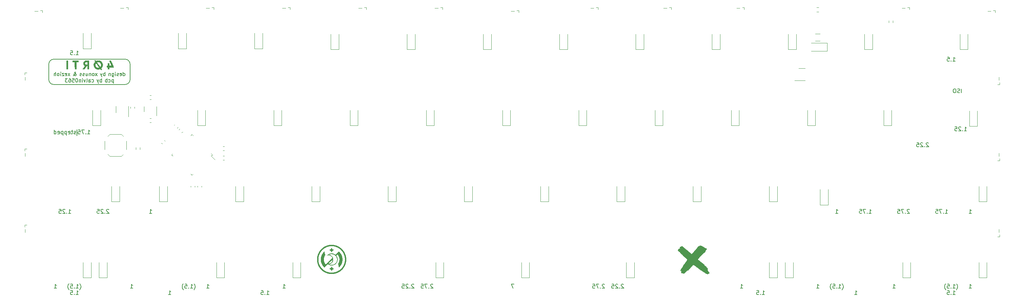
<source format=gbr>
%TF.GenerationSoftware,KiCad,Pcbnew,(7.0.0)*%
%TF.CreationDate,2024-05-15T17:01:43+02:00*%
%TF.ProjectId,forti usb port,666f7274-6920-4757-9362-20706f72742e,rev?*%
%TF.SameCoordinates,Original*%
%TF.FileFunction,Legend,Bot*%
%TF.FilePolarity,Positive*%
%FSLAX46Y46*%
G04 Gerber Fmt 4.6, Leading zero omitted, Abs format (unit mm)*
G04 Created by KiCad (PCBNEW (7.0.0)) date 2024-05-15 17:01:43*
%MOMM*%
%LPD*%
G01*
G04 APERTURE LIST*
%ADD10C,0.150000*%
%ADD11C,0.120000*%
G04 APERTURE END LIST*
D10*
X54410000Y-51000000D02*
X54410000Y-47190000D01*
X34090000Y-51000000D02*
G75*
G03*
X35360000Y-52270000I1270000J0D01*
G01*
X53140000Y-45920000D02*
X35360000Y-45920000D01*
X35360000Y-52270000D02*
X53140000Y-52270000D01*
X53139999Y-52269999D02*
G75*
G03*
X54409999Y-50999999I1J1269999D01*
G01*
X41120181Y-63500000D02*
X41120181Y-65087500D01*
X35360000Y-45920000D02*
G75*
G03*
X34090000Y-47190000I0J-1270000D01*
G01*
X34090000Y-47190000D02*
X34090000Y-51000000D01*
X54410000Y-47190000D02*
G75*
G03*
X53140000Y-45920000I-1270000J0D01*
G01*
X150352082Y-102254880D02*
X149685416Y-102254880D01*
X149685416Y-102254880D02*
X150113987Y-103254880D01*
X249126189Y-83600119D02*
X249078570Y-83552500D01*
X249078570Y-83552500D02*
X248983332Y-83504880D01*
X248983332Y-83504880D02*
X248745237Y-83504880D01*
X248745237Y-83504880D02*
X248649999Y-83552500D01*
X248649999Y-83552500D02*
X248602380Y-83600119D01*
X248602380Y-83600119D02*
X248554761Y-83695357D01*
X248554761Y-83695357D02*
X248554761Y-83790595D01*
X248554761Y-83790595D02*
X248602380Y-83933452D01*
X248602380Y-83933452D02*
X249173808Y-84504880D01*
X249173808Y-84504880D02*
X248554761Y-84504880D01*
X248126189Y-84409642D02*
X248078570Y-84457261D01*
X248078570Y-84457261D02*
X248126189Y-84504880D01*
X248126189Y-84504880D02*
X248173808Y-84457261D01*
X248173808Y-84457261D02*
X248126189Y-84409642D01*
X248126189Y-84409642D02*
X248126189Y-84504880D01*
X247745237Y-83504880D02*
X247078571Y-83504880D01*
X247078571Y-83504880D02*
X247507142Y-84504880D01*
X246221428Y-83504880D02*
X246697618Y-83504880D01*
X246697618Y-83504880D02*
X246745237Y-83981071D01*
X246745237Y-83981071D02*
X246697618Y-83933452D01*
X246697618Y-83933452D02*
X246602380Y-83885833D01*
X246602380Y-83885833D02*
X246364285Y-83885833D01*
X246364285Y-83885833D02*
X246269047Y-83933452D01*
X246269047Y-83933452D02*
X246221428Y-83981071D01*
X246221428Y-83981071D02*
X246173809Y-84076309D01*
X246173809Y-84076309D02*
X246173809Y-84314404D01*
X246173809Y-84314404D02*
X246221428Y-84409642D01*
X246221428Y-84409642D02*
X246269047Y-84457261D01*
X246269047Y-84457261D02*
X246364285Y-84504880D01*
X246364285Y-84504880D02*
X246602380Y-84504880D01*
X246602380Y-84504880D02*
X246697618Y-84457261D01*
X246697618Y-84457261D02*
X246745237Y-84409642D01*
X130063689Y-102350119D02*
X130016070Y-102302500D01*
X130016070Y-102302500D02*
X129920832Y-102254880D01*
X129920832Y-102254880D02*
X129682737Y-102254880D01*
X129682737Y-102254880D02*
X129587499Y-102302500D01*
X129587499Y-102302500D02*
X129539880Y-102350119D01*
X129539880Y-102350119D02*
X129492261Y-102445357D01*
X129492261Y-102445357D02*
X129492261Y-102540595D01*
X129492261Y-102540595D02*
X129539880Y-102683452D01*
X129539880Y-102683452D02*
X130111308Y-103254880D01*
X130111308Y-103254880D02*
X129492261Y-103254880D01*
X129063689Y-103159642D02*
X129016070Y-103207261D01*
X129016070Y-103207261D02*
X129063689Y-103254880D01*
X129063689Y-103254880D02*
X129111308Y-103207261D01*
X129111308Y-103207261D02*
X129063689Y-103159642D01*
X129063689Y-103159642D02*
X129063689Y-103254880D01*
X128682737Y-102254880D02*
X128016071Y-102254880D01*
X128016071Y-102254880D02*
X128444642Y-103254880D01*
X127158928Y-102254880D02*
X127635118Y-102254880D01*
X127635118Y-102254880D02*
X127682737Y-102731071D01*
X127682737Y-102731071D02*
X127635118Y-102683452D01*
X127635118Y-102683452D02*
X127539880Y-102635833D01*
X127539880Y-102635833D02*
X127301785Y-102635833D01*
X127301785Y-102635833D02*
X127206547Y-102683452D01*
X127206547Y-102683452D02*
X127158928Y-102731071D01*
X127158928Y-102731071D02*
X127111309Y-102826309D01*
X127111309Y-102826309D02*
X127111309Y-103064404D01*
X127111309Y-103064404D02*
X127158928Y-103159642D01*
X127158928Y-103159642D02*
X127206547Y-103207261D01*
X127206547Y-103207261D02*
X127301785Y-103254880D01*
X127301785Y-103254880D02*
X127539880Y-103254880D01*
X127539880Y-103254880D02*
X127635118Y-103207261D01*
X127635118Y-103207261D02*
X127682737Y-103159642D01*
X70389583Y-103635833D02*
X70437202Y-103588214D01*
X70437202Y-103588214D02*
X70532440Y-103445357D01*
X70532440Y-103445357D02*
X70580059Y-103350119D01*
X70580059Y-103350119D02*
X70627678Y-103207261D01*
X70627678Y-103207261D02*
X70675297Y-102969166D01*
X70675297Y-102969166D02*
X70675297Y-102778690D01*
X70675297Y-102778690D02*
X70627678Y-102540595D01*
X70627678Y-102540595D02*
X70580059Y-102397738D01*
X70580059Y-102397738D02*
X70532440Y-102302500D01*
X70532440Y-102302500D02*
X70437202Y-102159642D01*
X70437202Y-102159642D02*
X70389583Y-102112023D01*
X69484821Y-103254880D02*
X70056249Y-103254880D01*
X69770535Y-103254880D02*
X69770535Y-102254880D01*
X69770535Y-102254880D02*
X69865773Y-102397738D01*
X69865773Y-102397738D02*
X69961011Y-102492976D01*
X69961011Y-102492976D02*
X70056249Y-102540595D01*
X69056249Y-103159642D02*
X69008630Y-103207261D01*
X69008630Y-103207261D02*
X69056249Y-103254880D01*
X69056249Y-103254880D02*
X69103868Y-103207261D01*
X69103868Y-103207261D02*
X69056249Y-103159642D01*
X69056249Y-103159642D02*
X69056249Y-103254880D01*
X68103869Y-102254880D02*
X68580059Y-102254880D01*
X68580059Y-102254880D02*
X68627678Y-102731071D01*
X68627678Y-102731071D02*
X68580059Y-102683452D01*
X68580059Y-102683452D02*
X68484821Y-102635833D01*
X68484821Y-102635833D02*
X68246726Y-102635833D01*
X68246726Y-102635833D02*
X68151488Y-102683452D01*
X68151488Y-102683452D02*
X68103869Y-102731071D01*
X68103869Y-102731071D02*
X68056250Y-102826309D01*
X68056250Y-102826309D02*
X68056250Y-103064404D01*
X68056250Y-103064404D02*
X68103869Y-103159642D01*
X68103869Y-103159642D02*
X68151488Y-103207261D01*
X68151488Y-103207261D02*
X68246726Y-103254880D01*
X68246726Y-103254880D02*
X68484821Y-103254880D01*
X68484821Y-103254880D02*
X68580059Y-103207261D01*
X68580059Y-103207261D02*
X68627678Y-103159642D01*
X67722916Y-103635833D02*
X67675297Y-103588214D01*
X67675297Y-103588214D02*
X67580059Y-103445357D01*
X67580059Y-103445357D02*
X67532440Y-103350119D01*
X67532440Y-103350119D02*
X67484821Y-103207261D01*
X67484821Y-103207261D02*
X67437202Y-102969166D01*
X67437202Y-102969166D02*
X67437202Y-102778690D01*
X67437202Y-102778690D02*
X67484821Y-102540595D01*
X67484821Y-102540595D02*
X67532440Y-102397738D01*
X67532440Y-102397738D02*
X67580059Y-102302500D01*
X67580059Y-102302500D02*
X67675297Y-102159642D01*
X67675297Y-102159642D02*
X67722916Y-102112023D01*
X41814583Y-103635833D02*
X41862202Y-103588214D01*
X41862202Y-103588214D02*
X41957440Y-103445357D01*
X41957440Y-103445357D02*
X42005059Y-103350119D01*
X42005059Y-103350119D02*
X42052678Y-103207261D01*
X42052678Y-103207261D02*
X42100297Y-102969166D01*
X42100297Y-102969166D02*
X42100297Y-102778690D01*
X42100297Y-102778690D02*
X42052678Y-102540595D01*
X42052678Y-102540595D02*
X42005059Y-102397738D01*
X42005059Y-102397738D02*
X41957440Y-102302500D01*
X41957440Y-102302500D02*
X41862202Y-102159642D01*
X41862202Y-102159642D02*
X41814583Y-102112023D01*
X40909821Y-103254880D02*
X41481249Y-103254880D01*
X41195535Y-103254880D02*
X41195535Y-102254880D01*
X41195535Y-102254880D02*
X41290773Y-102397738D01*
X41290773Y-102397738D02*
X41386011Y-102492976D01*
X41386011Y-102492976D02*
X41481249Y-102540595D01*
X40481249Y-103159642D02*
X40433630Y-103207261D01*
X40433630Y-103207261D02*
X40481249Y-103254880D01*
X40481249Y-103254880D02*
X40528868Y-103207261D01*
X40528868Y-103207261D02*
X40481249Y-103159642D01*
X40481249Y-103159642D02*
X40481249Y-103254880D01*
X39528869Y-102254880D02*
X40005059Y-102254880D01*
X40005059Y-102254880D02*
X40052678Y-102731071D01*
X40052678Y-102731071D02*
X40005059Y-102683452D01*
X40005059Y-102683452D02*
X39909821Y-102635833D01*
X39909821Y-102635833D02*
X39671726Y-102635833D01*
X39671726Y-102635833D02*
X39576488Y-102683452D01*
X39576488Y-102683452D02*
X39528869Y-102731071D01*
X39528869Y-102731071D02*
X39481250Y-102826309D01*
X39481250Y-102826309D02*
X39481250Y-103064404D01*
X39481250Y-103064404D02*
X39528869Y-103159642D01*
X39528869Y-103159642D02*
X39576488Y-103207261D01*
X39576488Y-103207261D02*
X39671726Y-103254880D01*
X39671726Y-103254880D02*
X39909821Y-103254880D01*
X39909821Y-103254880D02*
X40005059Y-103207261D01*
X40005059Y-103207261D02*
X40052678Y-103159642D01*
X39147916Y-103635833D02*
X39100297Y-103588214D01*
X39100297Y-103588214D02*
X39005059Y-103445357D01*
X39005059Y-103445357D02*
X38957440Y-103350119D01*
X38957440Y-103350119D02*
X38909821Y-103207261D01*
X38909821Y-103207261D02*
X38862202Y-102969166D01*
X38862202Y-102969166D02*
X38862202Y-102778690D01*
X38862202Y-102778690D02*
X38909821Y-102540595D01*
X38909821Y-102540595D02*
X38957440Y-102397738D01*
X38957440Y-102397738D02*
X39005059Y-102302500D01*
X39005059Y-102302500D02*
X39100297Y-102159642D01*
X39100297Y-102159642D02*
X39147916Y-102112023D01*
X264033035Y-103254880D02*
X264604463Y-103254880D01*
X264318749Y-103254880D02*
X264318749Y-102254880D01*
X264318749Y-102254880D02*
X264413987Y-102397738D01*
X264413987Y-102397738D02*
X264509225Y-102492976D01*
X264509225Y-102492976D02*
X264604463Y-102540595D01*
X260889583Y-103635833D02*
X260937202Y-103588214D01*
X260937202Y-103588214D02*
X261032440Y-103445357D01*
X261032440Y-103445357D02*
X261080059Y-103350119D01*
X261080059Y-103350119D02*
X261127678Y-103207261D01*
X261127678Y-103207261D02*
X261175297Y-102969166D01*
X261175297Y-102969166D02*
X261175297Y-102778690D01*
X261175297Y-102778690D02*
X261127678Y-102540595D01*
X261127678Y-102540595D02*
X261080059Y-102397738D01*
X261080059Y-102397738D02*
X261032440Y-102302500D01*
X261032440Y-102302500D02*
X260937202Y-102159642D01*
X260937202Y-102159642D02*
X260889583Y-102112023D01*
X259984821Y-103254880D02*
X260556249Y-103254880D01*
X260270535Y-103254880D02*
X260270535Y-102254880D01*
X260270535Y-102254880D02*
X260365773Y-102397738D01*
X260365773Y-102397738D02*
X260461011Y-102492976D01*
X260461011Y-102492976D02*
X260556249Y-102540595D01*
X259556249Y-103159642D02*
X259508630Y-103207261D01*
X259508630Y-103207261D02*
X259556249Y-103254880D01*
X259556249Y-103254880D02*
X259603868Y-103207261D01*
X259603868Y-103207261D02*
X259556249Y-103159642D01*
X259556249Y-103159642D02*
X259556249Y-103254880D01*
X258603869Y-102254880D02*
X259080059Y-102254880D01*
X259080059Y-102254880D02*
X259127678Y-102731071D01*
X259127678Y-102731071D02*
X259080059Y-102683452D01*
X259080059Y-102683452D02*
X258984821Y-102635833D01*
X258984821Y-102635833D02*
X258746726Y-102635833D01*
X258746726Y-102635833D02*
X258651488Y-102683452D01*
X258651488Y-102683452D02*
X258603869Y-102731071D01*
X258603869Y-102731071D02*
X258556250Y-102826309D01*
X258556250Y-102826309D02*
X258556250Y-103064404D01*
X258556250Y-103064404D02*
X258603869Y-103159642D01*
X258603869Y-103159642D02*
X258651488Y-103207261D01*
X258651488Y-103207261D02*
X258746726Y-103254880D01*
X258746726Y-103254880D02*
X258984821Y-103254880D01*
X258984821Y-103254880D02*
X259080059Y-103207261D01*
X259080059Y-103207261D02*
X259127678Y-103159642D01*
X258222916Y-103635833D02*
X258175297Y-103588214D01*
X258175297Y-103588214D02*
X258080059Y-103445357D01*
X258080059Y-103445357D02*
X258032440Y-103350119D01*
X258032440Y-103350119D02*
X257984821Y-103207261D01*
X257984821Y-103207261D02*
X257937202Y-102969166D01*
X257937202Y-102969166D02*
X257937202Y-102778690D01*
X257937202Y-102778690D02*
X257984821Y-102540595D01*
X257984821Y-102540595D02*
X258032440Y-102397738D01*
X258032440Y-102397738D02*
X258080059Y-102302500D01*
X258080059Y-102302500D02*
X258175297Y-102159642D01*
X258175297Y-102159642D02*
X258222916Y-102112023D01*
X49101189Y-83600119D02*
X49053570Y-83552500D01*
X49053570Y-83552500D02*
X48958332Y-83504880D01*
X48958332Y-83504880D02*
X48720237Y-83504880D01*
X48720237Y-83504880D02*
X48624999Y-83552500D01*
X48624999Y-83552500D02*
X48577380Y-83600119D01*
X48577380Y-83600119D02*
X48529761Y-83695357D01*
X48529761Y-83695357D02*
X48529761Y-83790595D01*
X48529761Y-83790595D02*
X48577380Y-83933452D01*
X48577380Y-83933452D02*
X49148808Y-84504880D01*
X49148808Y-84504880D02*
X48529761Y-84504880D01*
X48101189Y-84409642D02*
X48053570Y-84457261D01*
X48053570Y-84457261D02*
X48101189Y-84504880D01*
X48101189Y-84504880D02*
X48148808Y-84457261D01*
X48148808Y-84457261D02*
X48101189Y-84409642D01*
X48101189Y-84409642D02*
X48101189Y-84504880D01*
X47672618Y-83600119D02*
X47624999Y-83552500D01*
X47624999Y-83552500D02*
X47529761Y-83504880D01*
X47529761Y-83504880D02*
X47291666Y-83504880D01*
X47291666Y-83504880D02*
X47196428Y-83552500D01*
X47196428Y-83552500D02*
X47148809Y-83600119D01*
X47148809Y-83600119D02*
X47101190Y-83695357D01*
X47101190Y-83695357D02*
X47101190Y-83790595D01*
X47101190Y-83790595D02*
X47148809Y-83933452D01*
X47148809Y-83933452D02*
X47720237Y-84504880D01*
X47720237Y-84504880D02*
X47101190Y-84504880D01*
X46196428Y-83504880D02*
X46672618Y-83504880D01*
X46672618Y-83504880D02*
X46720237Y-83981071D01*
X46720237Y-83981071D02*
X46672618Y-83933452D01*
X46672618Y-83933452D02*
X46577380Y-83885833D01*
X46577380Y-83885833D02*
X46339285Y-83885833D01*
X46339285Y-83885833D02*
X46244047Y-83933452D01*
X46244047Y-83933452D02*
X46196428Y-83981071D01*
X46196428Y-83981071D02*
X46148809Y-84076309D01*
X46148809Y-84076309D02*
X46148809Y-84314404D01*
X46148809Y-84314404D02*
X46196428Y-84409642D01*
X46196428Y-84409642D02*
X46244047Y-84457261D01*
X46244047Y-84457261D02*
X46339285Y-84504880D01*
X46339285Y-84504880D02*
X46577380Y-84504880D01*
X46577380Y-84504880D02*
X46672618Y-84457261D01*
X46672618Y-84457261D02*
X46720237Y-84409642D01*
X35433035Y-103254880D02*
X36004463Y-103254880D01*
X35718749Y-103254880D02*
X35718749Y-102254880D01*
X35718749Y-102254880D02*
X35813987Y-102397738D01*
X35813987Y-102397738D02*
X35909225Y-102492976D01*
X35909225Y-102492976D02*
X36004463Y-102540595D01*
X125301189Y-102350119D02*
X125253570Y-102302500D01*
X125253570Y-102302500D02*
X125158332Y-102254880D01*
X125158332Y-102254880D02*
X124920237Y-102254880D01*
X124920237Y-102254880D02*
X124824999Y-102302500D01*
X124824999Y-102302500D02*
X124777380Y-102350119D01*
X124777380Y-102350119D02*
X124729761Y-102445357D01*
X124729761Y-102445357D02*
X124729761Y-102540595D01*
X124729761Y-102540595D02*
X124777380Y-102683452D01*
X124777380Y-102683452D02*
X125348808Y-103254880D01*
X125348808Y-103254880D02*
X124729761Y-103254880D01*
X124301189Y-103159642D02*
X124253570Y-103207261D01*
X124253570Y-103207261D02*
X124301189Y-103254880D01*
X124301189Y-103254880D02*
X124348808Y-103207261D01*
X124348808Y-103207261D02*
X124301189Y-103159642D01*
X124301189Y-103159642D02*
X124301189Y-103254880D01*
X123872618Y-102350119D02*
X123824999Y-102302500D01*
X123824999Y-102302500D02*
X123729761Y-102254880D01*
X123729761Y-102254880D02*
X123491666Y-102254880D01*
X123491666Y-102254880D02*
X123396428Y-102302500D01*
X123396428Y-102302500D02*
X123348809Y-102350119D01*
X123348809Y-102350119D02*
X123301190Y-102445357D01*
X123301190Y-102445357D02*
X123301190Y-102540595D01*
X123301190Y-102540595D02*
X123348809Y-102683452D01*
X123348809Y-102683452D02*
X123920237Y-103254880D01*
X123920237Y-103254880D02*
X123301190Y-103254880D01*
X122396428Y-102254880D02*
X122872618Y-102254880D01*
X122872618Y-102254880D02*
X122920237Y-102731071D01*
X122920237Y-102731071D02*
X122872618Y-102683452D01*
X122872618Y-102683452D02*
X122777380Y-102635833D01*
X122777380Y-102635833D02*
X122539285Y-102635833D01*
X122539285Y-102635833D02*
X122444047Y-102683452D01*
X122444047Y-102683452D02*
X122396428Y-102731071D01*
X122396428Y-102731071D02*
X122348809Y-102826309D01*
X122348809Y-102826309D02*
X122348809Y-103064404D01*
X122348809Y-103064404D02*
X122396428Y-103159642D01*
X122396428Y-103159642D02*
X122444047Y-103207261D01*
X122444047Y-103207261D02*
X122539285Y-103254880D01*
X122539285Y-103254880D02*
X122777380Y-103254880D01*
X122777380Y-103254880D02*
X122872618Y-103207261D01*
X122872618Y-103207261D02*
X122920237Y-103159642D01*
X262143749Y-54342380D02*
X262143749Y-53342380D01*
X261715178Y-54294761D02*
X261572321Y-54342380D01*
X261572321Y-54342380D02*
X261334226Y-54342380D01*
X261334226Y-54342380D02*
X261238988Y-54294761D01*
X261238988Y-54294761D02*
X261191369Y-54247142D01*
X261191369Y-54247142D02*
X261143750Y-54151904D01*
X261143750Y-54151904D02*
X261143750Y-54056666D01*
X261143750Y-54056666D02*
X261191369Y-53961428D01*
X261191369Y-53961428D02*
X261238988Y-53913809D01*
X261238988Y-53913809D02*
X261334226Y-53866190D01*
X261334226Y-53866190D02*
X261524702Y-53818571D01*
X261524702Y-53818571D02*
X261619940Y-53770952D01*
X261619940Y-53770952D02*
X261667559Y-53723333D01*
X261667559Y-53723333D02*
X261715178Y-53628095D01*
X261715178Y-53628095D02*
X261715178Y-53532857D01*
X261715178Y-53532857D02*
X261667559Y-53437619D01*
X261667559Y-53437619D02*
X261619940Y-53390000D01*
X261619940Y-53390000D02*
X261524702Y-53342380D01*
X261524702Y-53342380D02*
X261286607Y-53342380D01*
X261286607Y-53342380D02*
X261143750Y-53390000D01*
X260524702Y-53342380D02*
X260334226Y-53342380D01*
X260334226Y-53342380D02*
X260238988Y-53390000D01*
X260238988Y-53390000D02*
X260143750Y-53485238D01*
X260143750Y-53485238D02*
X260096131Y-53675714D01*
X260096131Y-53675714D02*
X260096131Y-54009047D01*
X260096131Y-54009047D02*
X260143750Y-54199523D01*
X260143750Y-54199523D02*
X260238988Y-54294761D01*
X260238988Y-54294761D02*
X260334226Y-54342380D01*
X260334226Y-54342380D02*
X260524702Y-54342380D01*
X260524702Y-54342380D02*
X260619940Y-54294761D01*
X260619940Y-54294761D02*
X260715178Y-54199523D01*
X260715178Y-54199523D02*
X260762797Y-54009047D01*
X260762797Y-54009047D02*
X260762797Y-53675714D01*
X260762797Y-53675714D02*
X260715178Y-53485238D01*
X260715178Y-53485238D02*
X260619940Y-53390000D01*
X260619940Y-53390000D02*
X260524702Y-53342380D01*
X39004761Y-84504880D02*
X39576189Y-84504880D01*
X39290475Y-84504880D02*
X39290475Y-83504880D01*
X39290475Y-83504880D02*
X39385713Y-83647738D01*
X39385713Y-83647738D02*
X39480951Y-83742976D01*
X39480951Y-83742976D02*
X39576189Y-83790595D01*
X38576189Y-84409642D02*
X38528570Y-84457261D01*
X38528570Y-84457261D02*
X38576189Y-84504880D01*
X38576189Y-84504880D02*
X38623808Y-84457261D01*
X38623808Y-84457261D02*
X38576189Y-84409642D01*
X38576189Y-84409642D02*
X38576189Y-84504880D01*
X38147618Y-83600119D02*
X38099999Y-83552500D01*
X38099999Y-83552500D02*
X38004761Y-83504880D01*
X38004761Y-83504880D02*
X37766666Y-83504880D01*
X37766666Y-83504880D02*
X37671428Y-83552500D01*
X37671428Y-83552500D02*
X37623809Y-83600119D01*
X37623809Y-83600119D02*
X37576190Y-83695357D01*
X37576190Y-83695357D02*
X37576190Y-83790595D01*
X37576190Y-83790595D02*
X37623809Y-83933452D01*
X37623809Y-83933452D02*
X38195237Y-84504880D01*
X38195237Y-84504880D02*
X37576190Y-84504880D01*
X36671428Y-83504880D02*
X37147618Y-83504880D01*
X37147618Y-83504880D02*
X37195237Y-83981071D01*
X37195237Y-83981071D02*
X37147618Y-83933452D01*
X37147618Y-83933452D02*
X37052380Y-83885833D01*
X37052380Y-83885833D02*
X36814285Y-83885833D01*
X36814285Y-83885833D02*
X36719047Y-83933452D01*
X36719047Y-83933452D02*
X36671428Y-83981071D01*
X36671428Y-83981071D02*
X36623809Y-84076309D01*
X36623809Y-84076309D02*
X36623809Y-84314404D01*
X36623809Y-84314404D02*
X36671428Y-84409642D01*
X36671428Y-84409642D02*
X36719047Y-84457261D01*
X36719047Y-84457261D02*
X36814285Y-84504880D01*
X36814285Y-84504880D02*
X37052380Y-84504880D01*
X37052380Y-84504880D02*
X37147618Y-84457261D01*
X37147618Y-84457261D02*
X37195237Y-84409642D01*
X232314583Y-103635833D02*
X232362202Y-103588214D01*
X232362202Y-103588214D02*
X232457440Y-103445357D01*
X232457440Y-103445357D02*
X232505059Y-103350119D01*
X232505059Y-103350119D02*
X232552678Y-103207261D01*
X232552678Y-103207261D02*
X232600297Y-102969166D01*
X232600297Y-102969166D02*
X232600297Y-102778690D01*
X232600297Y-102778690D02*
X232552678Y-102540595D01*
X232552678Y-102540595D02*
X232505059Y-102397738D01*
X232505059Y-102397738D02*
X232457440Y-102302500D01*
X232457440Y-102302500D02*
X232362202Y-102159642D01*
X232362202Y-102159642D02*
X232314583Y-102112023D01*
X231409821Y-103254880D02*
X231981249Y-103254880D01*
X231695535Y-103254880D02*
X231695535Y-102254880D01*
X231695535Y-102254880D02*
X231790773Y-102397738D01*
X231790773Y-102397738D02*
X231886011Y-102492976D01*
X231886011Y-102492976D02*
X231981249Y-102540595D01*
X230981249Y-103159642D02*
X230933630Y-103207261D01*
X230933630Y-103207261D02*
X230981249Y-103254880D01*
X230981249Y-103254880D02*
X231028868Y-103207261D01*
X231028868Y-103207261D02*
X230981249Y-103159642D01*
X230981249Y-103159642D02*
X230981249Y-103254880D01*
X230028869Y-102254880D02*
X230505059Y-102254880D01*
X230505059Y-102254880D02*
X230552678Y-102731071D01*
X230552678Y-102731071D02*
X230505059Y-102683452D01*
X230505059Y-102683452D02*
X230409821Y-102635833D01*
X230409821Y-102635833D02*
X230171726Y-102635833D01*
X230171726Y-102635833D02*
X230076488Y-102683452D01*
X230076488Y-102683452D02*
X230028869Y-102731071D01*
X230028869Y-102731071D02*
X229981250Y-102826309D01*
X229981250Y-102826309D02*
X229981250Y-103064404D01*
X229981250Y-103064404D02*
X230028869Y-103159642D01*
X230028869Y-103159642D02*
X230076488Y-103207261D01*
X230076488Y-103207261D02*
X230171726Y-103254880D01*
X230171726Y-103254880D02*
X230409821Y-103254880D01*
X230409821Y-103254880D02*
X230505059Y-103207261D01*
X230505059Y-103207261D02*
X230552678Y-103159642D01*
X229647916Y-103635833D02*
X229600297Y-103588214D01*
X229600297Y-103588214D02*
X229505059Y-103445357D01*
X229505059Y-103445357D02*
X229457440Y-103350119D01*
X229457440Y-103350119D02*
X229409821Y-103207261D01*
X229409821Y-103207261D02*
X229362202Y-102969166D01*
X229362202Y-102969166D02*
X229362202Y-102778690D01*
X229362202Y-102778690D02*
X229409821Y-102540595D01*
X229409821Y-102540595D02*
X229457440Y-102397738D01*
X229457440Y-102397738D02*
X229505059Y-102302500D01*
X229505059Y-102302500D02*
X229600297Y-102159642D01*
X229600297Y-102159642D02*
X229647916Y-102112023D01*
X88534821Y-104842380D02*
X89106249Y-104842380D01*
X88820535Y-104842380D02*
X88820535Y-103842380D01*
X88820535Y-103842380D02*
X88915773Y-103985238D01*
X88915773Y-103985238D02*
X89011011Y-104080476D01*
X89011011Y-104080476D02*
X89106249Y-104128095D01*
X88106249Y-104747142D02*
X88058630Y-104794761D01*
X88058630Y-104794761D02*
X88106249Y-104842380D01*
X88106249Y-104842380D02*
X88153868Y-104794761D01*
X88153868Y-104794761D02*
X88106249Y-104747142D01*
X88106249Y-104747142D02*
X88106249Y-104842380D01*
X87153869Y-103842380D02*
X87630059Y-103842380D01*
X87630059Y-103842380D02*
X87677678Y-104318571D01*
X87677678Y-104318571D02*
X87630059Y-104270952D01*
X87630059Y-104270952D02*
X87534821Y-104223333D01*
X87534821Y-104223333D02*
X87296726Y-104223333D01*
X87296726Y-104223333D02*
X87201488Y-104270952D01*
X87201488Y-104270952D02*
X87153869Y-104318571D01*
X87153869Y-104318571D02*
X87106250Y-104413809D01*
X87106250Y-104413809D02*
X87106250Y-104651904D01*
X87106250Y-104651904D02*
X87153869Y-104747142D01*
X87153869Y-104747142D02*
X87201488Y-104794761D01*
X87201488Y-104794761D02*
X87296726Y-104842380D01*
X87296726Y-104842380D02*
X87534821Y-104842380D01*
X87534821Y-104842380D02*
X87630059Y-104794761D01*
X87630059Y-104794761D02*
X87677678Y-104747142D01*
X172926189Y-102350119D02*
X172878570Y-102302500D01*
X172878570Y-102302500D02*
X172783332Y-102254880D01*
X172783332Y-102254880D02*
X172545237Y-102254880D01*
X172545237Y-102254880D02*
X172449999Y-102302500D01*
X172449999Y-102302500D02*
X172402380Y-102350119D01*
X172402380Y-102350119D02*
X172354761Y-102445357D01*
X172354761Y-102445357D02*
X172354761Y-102540595D01*
X172354761Y-102540595D02*
X172402380Y-102683452D01*
X172402380Y-102683452D02*
X172973808Y-103254880D01*
X172973808Y-103254880D02*
X172354761Y-103254880D01*
X171926189Y-103159642D02*
X171878570Y-103207261D01*
X171878570Y-103207261D02*
X171926189Y-103254880D01*
X171926189Y-103254880D02*
X171973808Y-103207261D01*
X171973808Y-103207261D02*
X171926189Y-103159642D01*
X171926189Y-103159642D02*
X171926189Y-103254880D01*
X171545237Y-102254880D02*
X170878571Y-102254880D01*
X170878571Y-102254880D02*
X171307142Y-103254880D01*
X170021428Y-102254880D02*
X170497618Y-102254880D01*
X170497618Y-102254880D02*
X170545237Y-102731071D01*
X170545237Y-102731071D02*
X170497618Y-102683452D01*
X170497618Y-102683452D02*
X170402380Y-102635833D01*
X170402380Y-102635833D02*
X170164285Y-102635833D01*
X170164285Y-102635833D02*
X170069047Y-102683452D01*
X170069047Y-102683452D02*
X170021428Y-102731071D01*
X170021428Y-102731071D02*
X169973809Y-102826309D01*
X169973809Y-102826309D02*
X169973809Y-103064404D01*
X169973809Y-103064404D02*
X170021428Y-103159642D01*
X170021428Y-103159642D02*
X170069047Y-103207261D01*
X170069047Y-103207261D02*
X170164285Y-103254880D01*
X170164285Y-103254880D02*
X170402380Y-103254880D01*
X170402380Y-103254880D02*
X170497618Y-103207261D01*
X170497618Y-103207261D02*
X170545237Y-103159642D01*
X230695535Y-84504880D02*
X231266963Y-84504880D01*
X230981249Y-84504880D02*
X230981249Y-83504880D01*
X230981249Y-83504880D02*
X231076487Y-83647738D01*
X231076487Y-83647738D02*
X231171725Y-83742976D01*
X231171725Y-83742976D02*
X231266963Y-83790595D01*
X52680000Y-50060642D02*
X52680000Y-49160642D01*
X52680000Y-50017785D02*
X52765714Y-50060642D01*
X52765714Y-50060642D02*
X52937142Y-50060642D01*
X52937142Y-50060642D02*
X53022857Y-50017785D01*
X53022857Y-50017785D02*
X53065714Y-49974928D01*
X53065714Y-49974928D02*
X53108571Y-49889214D01*
X53108571Y-49889214D02*
X53108571Y-49632071D01*
X53108571Y-49632071D02*
X53065714Y-49546357D01*
X53065714Y-49546357D02*
X53022857Y-49503500D01*
X53022857Y-49503500D02*
X52937142Y-49460642D01*
X52937142Y-49460642D02*
X52765714Y-49460642D01*
X52765714Y-49460642D02*
X52680000Y-49503500D01*
X51908571Y-50017785D02*
X51994285Y-50060642D01*
X51994285Y-50060642D02*
X52165714Y-50060642D01*
X52165714Y-50060642D02*
X52251428Y-50017785D01*
X52251428Y-50017785D02*
X52294285Y-49932071D01*
X52294285Y-49932071D02*
X52294285Y-49589214D01*
X52294285Y-49589214D02*
X52251428Y-49503500D01*
X52251428Y-49503500D02*
X52165714Y-49460642D01*
X52165714Y-49460642D02*
X51994285Y-49460642D01*
X51994285Y-49460642D02*
X51908571Y-49503500D01*
X51908571Y-49503500D02*
X51865714Y-49589214D01*
X51865714Y-49589214D02*
X51865714Y-49674928D01*
X51865714Y-49674928D02*
X52294285Y-49760642D01*
X51522856Y-50017785D02*
X51437142Y-50060642D01*
X51437142Y-50060642D02*
X51265713Y-50060642D01*
X51265713Y-50060642D02*
X51179999Y-50017785D01*
X51179999Y-50017785D02*
X51137142Y-49932071D01*
X51137142Y-49932071D02*
X51137142Y-49889214D01*
X51137142Y-49889214D02*
X51179999Y-49803500D01*
X51179999Y-49803500D02*
X51265713Y-49760642D01*
X51265713Y-49760642D02*
X51394285Y-49760642D01*
X51394285Y-49760642D02*
X51479999Y-49717785D01*
X51479999Y-49717785D02*
X51522856Y-49632071D01*
X51522856Y-49632071D02*
X51522856Y-49589214D01*
X51522856Y-49589214D02*
X51479999Y-49503500D01*
X51479999Y-49503500D02*
X51394285Y-49460642D01*
X51394285Y-49460642D02*
X51265713Y-49460642D01*
X51265713Y-49460642D02*
X51179999Y-49503500D01*
X50751428Y-50060642D02*
X50751428Y-49460642D01*
X50751428Y-49160642D02*
X50794285Y-49203500D01*
X50794285Y-49203500D02*
X50751428Y-49246357D01*
X50751428Y-49246357D02*
X50708571Y-49203500D01*
X50708571Y-49203500D02*
X50751428Y-49160642D01*
X50751428Y-49160642D02*
X50751428Y-49246357D01*
X49937143Y-49460642D02*
X49937143Y-50189214D01*
X49937143Y-50189214D02*
X49980000Y-50274928D01*
X49980000Y-50274928D02*
X50022857Y-50317785D01*
X50022857Y-50317785D02*
X50108571Y-50360642D01*
X50108571Y-50360642D02*
X50237143Y-50360642D01*
X50237143Y-50360642D02*
X50322857Y-50317785D01*
X49937143Y-50017785D02*
X50022857Y-50060642D01*
X50022857Y-50060642D02*
X50194285Y-50060642D01*
X50194285Y-50060642D02*
X50280000Y-50017785D01*
X50280000Y-50017785D02*
X50322857Y-49974928D01*
X50322857Y-49974928D02*
X50365714Y-49889214D01*
X50365714Y-49889214D02*
X50365714Y-49632071D01*
X50365714Y-49632071D02*
X50322857Y-49546357D01*
X50322857Y-49546357D02*
X50280000Y-49503500D01*
X50280000Y-49503500D02*
X50194285Y-49460642D01*
X50194285Y-49460642D02*
X50022857Y-49460642D01*
X50022857Y-49460642D02*
X49937143Y-49503500D01*
X49508571Y-49460642D02*
X49508571Y-50060642D01*
X49508571Y-49546357D02*
X49465714Y-49503500D01*
X49465714Y-49503500D02*
X49379999Y-49460642D01*
X49379999Y-49460642D02*
X49251428Y-49460642D01*
X49251428Y-49460642D02*
X49165714Y-49503500D01*
X49165714Y-49503500D02*
X49122857Y-49589214D01*
X49122857Y-49589214D02*
X49122857Y-50060642D01*
X48154285Y-50060642D02*
X48154285Y-49160642D01*
X48154285Y-49503500D02*
X48068571Y-49460642D01*
X48068571Y-49460642D02*
X47897142Y-49460642D01*
X47897142Y-49460642D02*
X47811428Y-49503500D01*
X47811428Y-49503500D02*
X47768571Y-49546357D01*
X47768571Y-49546357D02*
X47725713Y-49632071D01*
X47725713Y-49632071D02*
X47725713Y-49889214D01*
X47725713Y-49889214D02*
X47768571Y-49974928D01*
X47768571Y-49974928D02*
X47811428Y-50017785D01*
X47811428Y-50017785D02*
X47897142Y-50060642D01*
X47897142Y-50060642D02*
X48068571Y-50060642D01*
X48068571Y-50060642D02*
X48154285Y-50017785D01*
X47425713Y-49460642D02*
X47211427Y-50060642D01*
X46997142Y-49460642D02*
X47211427Y-50060642D01*
X47211427Y-50060642D02*
X47297142Y-50274928D01*
X47297142Y-50274928D02*
X47339999Y-50317785D01*
X47339999Y-50317785D02*
X47425713Y-50360642D01*
X46199999Y-50060642D02*
X45728571Y-49460642D01*
X46199999Y-49460642D02*
X45728571Y-50060642D01*
X45257142Y-50060642D02*
X45342857Y-50017785D01*
X45342857Y-50017785D02*
X45385714Y-49974928D01*
X45385714Y-49974928D02*
X45428571Y-49889214D01*
X45428571Y-49889214D02*
X45428571Y-49632071D01*
X45428571Y-49632071D02*
X45385714Y-49546357D01*
X45385714Y-49546357D02*
X45342857Y-49503500D01*
X45342857Y-49503500D02*
X45257142Y-49460642D01*
X45257142Y-49460642D02*
X45128571Y-49460642D01*
X45128571Y-49460642D02*
X45042857Y-49503500D01*
X45042857Y-49503500D02*
X45000000Y-49546357D01*
X45000000Y-49546357D02*
X44957142Y-49632071D01*
X44957142Y-49632071D02*
X44957142Y-49889214D01*
X44957142Y-49889214D02*
X45000000Y-49974928D01*
X45000000Y-49974928D02*
X45042857Y-50017785D01*
X45042857Y-50017785D02*
X45128571Y-50060642D01*
X45128571Y-50060642D02*
X45257142Y-50060642D01*
X44571428Y-49460642D02*
X44571428Y-50060642D01*
X44571428Y-49546357D02*
X44528571Y-49503500D01*
X44528571Y-49503500D02*
X44442856Y-49460642D01*
X44442856Y-49460642D02*
X44314285Y-49460642D01*
X44314285Y-49460642D02*
X44228571Y-49503500D01*
X44228571Y-49503500D02*
X44185714Y-49589214D01*
X44185714Y-49589214D02*
X44185714Y-50060642D01*
X43371428Y-49460642D02*
X43371428Y-50060642D01*
X43757142Y-49460642D02*
X43757142Y-49932071D01*
X43757142Y-49932071D02*
X43714285Y-50017785D01*
X43714285Y-50017785D02*
X43628570Y-50060642D01*
X43628570Y-50060642D02*
X43499999Y-50060642D01*
X43499999Y-50060642D02*
X43414285Y-50017785D01*
X43414285Y-50017785D02*
X43371428Y-49974928D01*
X42985713Y-50017785D02*
X42899999Y-50060642D01*
X42899999Y-50060642D02*
X42728570Y-50060642D01*
X42728570Y-50060642D02*
X42642856Y-50017785D01*
X42642856Y-50017785D02*
X42599999Y-49932071D01*
X42599999Y-49932071D02*
X42599999Y-49889214D01*
X42599999Y-49889214D02*
X42642856Y-49803500D01*
X42642856Y-49803500D02*
X42728570Y-49760642D01*
X42728570Y-49760642D02*
X42857142Y-49760642D01*
X42857142Y-49760642D02*
X42942856Y-49717785D01*
X42942856Y-49717785D02*
X42985713Y-49632071D01*
X42985713Y-49632071D02*
X42985713Y-49589214D01*
X42985713Y-49589214D02*
X42942856Y-49503500D01*
X42942856Y-49503500D02*
X42857142Y-49460642D01*
X42857142Y-49460642D02*
X42728570Y-49460642D01*
X42728570Y-49460642D02*
X42642856Y-49503500D01*
X42257142Y-50017785D02*
X42171428Y-50060642D01*
X42171428Y-50060642D02*
X41999999Y-50060642D01*
X41999999Y-50060642D02*
X41914285Y-50017785D01*
X41914285Y-50017785D02*
X41871428Y-49932071D01*
X41871428Y-49932071D02*
X41871428Y-49889214D01*
X41871428Y-49889214D02*
X41914285Y-49803500D01*
X41914285Y-49803500D02*
X41999999Y-49760642D01*
X41999999Y-49760642D02*
X42128571Y-49760642D01*
X42128571Y-49760642D02*
X42214285Y-49717785D01*
X42214285Y-49717785D02*
X42257142Y-49632071D01*
X42257142Y-49632071D02*
X42257142Y-49589214D01*
X42257142Y-49589214D02*
X42214285Y-49503500D01*
X42214285Y-49503500D02*
X42128571Y-49460642D01*
X42128571Y-49460642D02*
X41999999Y-49460642D01*
X41999999Y-49460642D02*
X41914285Y-49503500D01*
X40217142Y-50060642D02*
X40260000Y-50060642D01*
X40260000Y-50060642D02*
X40345714Y-50017785D01*
X40345714Y-50017785D02*
X40474285Y-49889214D01*
X40474285Y-49889214D02*
X40688571Y-49632071D01*
X40688571Y-49632071D02*
X40774285Y-49503500D01*
X40774285Y-49503500D02*
X40817142Y-49374928D01*
X40817142Y-49374928D02*
X40817142Y-49289214D01*
X40817142Y-49289214D02*
X40774285Y-49203500D01*
X40774285Y-49203500D02*
X40688571Y-49160642D01*
X40688571Y-49160642D02*
X40645714Y-49160642D01*
X40645714Y-49160642D02*
X40560000Y-49203500D01*
X40560000Y-49203500D02*
X40517142Y-49289214D01*
X40517142Y-49289214D02*
X40517142Y-49332071D01*
X40517142Y-49332071D02*
X40560000Y-49417785D01*
X40560000Y-49417785D02*
X40602857Y-49460642D01*
X40602857Y-49460642D02*
X40860000Y-49632071D01*
X40860000Y-49632071D02*
X40902857Y-49674928D01*
X40902857Y-49674928D02*
X40945714Y-49760642D01*
X40945714Y-49760642D02*
X40945714Y-49889214D01*
X40945714Y-49889214D02*
X40902857Y-49974928D01*
X40902857Y-49974928D02*
X40860000Y-50017785D01*
X40860000Y-50017785D02*
X40774285Y-50060642D01*
X40774285Y-50060642D02*
X40645714Y-50060642D01*
X40645714Y-50060642D02*
X40560000Y-50017785D01*
X40560000Y-50017785D02*
X40517142Y-49974928D01*
X40517142Y-49974928D02*
X40388571Y-49803500D01*
X40388571Y-49803500D02*
X40345714Y-49674928D01*
X40345714Y-49674928D02*
X40345714Y-49589214D01*
X39377142Y-50060642D02*
X38905714Y-49460642D01*
X39377142Y-49460642D02*
X38905714Y-50060642D01*
X38220000Y-50017785D02*
X38305714Y-50060642D01*
X38305714Y-50060642D02*
X38477143Y-50060642D01*
X38477143Y-50060642D02*
X38562857Y-50017785D01*
X38562857Y-50017785D02*
X38605714Y-49932071D01*
X38605714Y-49932071D02*
X38605714Y-49589214D01*
X38605714Y-49589214D02*
X38562857Y-49503500D01*
X38562857Y-49503500D02*
X38477143Y-49460642D01*
X38477143Y-49460642D02*
X38305714Y-49460642D01*
X38305714Y-49460642D02*
X38220000Y-49503500D01*
X38220000Y-49503500D02*
X38177143Y-49589214D01*
X38177143Y-49589214D02*
X38177143Y-49674928D01*
X38177143Y-49674928D02*
X38605714Y-49760642D01*
X37877142Y-49460642D02*
X37405714Y-49460642D01*
X37405714Y-49460642D02*
X37877142Y-50060642D01*
X37877142Y-50060642D02*
X37405714Y-50060642D01*
X37062857Y-50060642D02*
X37062857Y-49460642D01*
X37062857Y-49160642D02*
X37105714Y-49203500D01*
X37105714Y-49203500D02*
X37062857Y-49246357D01*
X37062857Y-49246357D02*
X37020000Y-49203500D01*
X37020000Y-49203500D02*
X37062857Y-49160642D01*
X37062857Y-49160642D02*
X37062857Y-49246357D01*
X36505714Y-50060642D02*
X36591429Y-50017785D01*
X36591429Y-50017785D02*
X36634286Y-49974928D01*
X36634286Y-49974928D02*
X36677143Y-49889214D01*
X36677143Y-49889214D02*
X36677143Y-49632071D01*
X36677143Y-49632071D02*
X36634286Y-49546357D01*
X36634286Y-49546357D02*
X36591429Y-49503500D01*
X36591429Y-49503500D02*
X36505714Y-49460642D01*
X36505714Y-49460642D02*
X36377143Y-49460642D01*
X36377143Y-49460642D02*
X36291429Y-49503500D01*
X36291429Y-49503500D02*
X36248572Y-49546357D01*
X36248572Y-49546357D02*
X36205714Y-49632071D01*
X36205714Y-49632071D02*
X36205714Y-49889214D01*
X36205714Y-49889214D02*
X36248572Y-49974928D01*
X36248572Y-49974928D02*
X36291429Y-50017785D01*
X36291429Y-50017785D02*
X36377143Y-50060642D01*
X36377143Y-50060642D02*
X36505714Y-50060642D01*
X35820000Y-50060642D02*
X35820000Y-49160642D01*
X35434286Y-50060642D02*
X35434286Y-49589214D01*
X35434286Y-49589214D02*
X35477143Y-49503500D01*
X35477143Y-49503500D02*
X35562857Y-49460642D01*
X35562857Y-49460642D02*
X35691428Y-49460642D01*
X35691428Y-49460642D02*
X35777143Y-49503500D01*
X35777143Y-49503500D02*
X35820000Y-49546357D01*
X59245535Y-84504880D02*
X59816963Y-84504880D01*
X59531249Y-84504880D02*
X59531249Y-83504880D01*
X59531249Y-83504880D02*
X59626487Y-83647738D01*
X59626487Y-83647738D02*
X59721725Y-83742976D01*
X59721725Y-83742976D02*
X59816963Y-83790595D01*
X264033035Y-84504880D02*
X264604463Y-84504880D01*
X264318749Y-84504880D02*
X264318749Y-83504880D01*
X264318749Y-83504880D02*
X264413987Y-83647738D01*
X264413987Y-83647738D02*
X264509225Y-83742976D01*
X264509225Y-83742976D02*
X264604463Y-83790595D01*
X259984821Y-104842380D02*
X260556249Y-104842380D01*
X260270535Y-104842380D02*
X260270535Y-103842380D01*
X260270535Y-103842380D02*
X260365773Y-103985238D01*
X260365773Y-103985238D02*
X260461011Y-104080476D01*
X260461011Y-104080476D02*
X260556249Y-104128095D01*
X259556249Y-104747142D02*
X259508630Y-104794761D01*
X259508630Y-104794761D02*
X259556249Y-104842380D01*
X259556249Y-104842380D02*
X259603868Y-104794761D01*
X259603868Y-104794761D02*
X259556249Y-104747142D01*
X259556249Y-104747142D02*
X259556249Y-104842380D01*
X258603869Y-103842380D02*
X259080059Y-103842380D01*
X259080059Y-103842380D02*
X259127678Y-104318571D01*
X259127678Y-104318571D02*
X259080059Y-104270952D01*
X259080059Y-104270952D02*
X258984821Y-104223333D01*
X258984821Y-104223333D02*
X258746726Y-104223333D01*
X258746726Y-104223333D02*
X258651488Y-104270952D01*
X258651488Y-104270952D02*
X258603869Y-104318571D01*
X258603869Y-104318571D02*
X258556250Y-104413809D01*
X258556250Y-104413809D02*
X258556250Y-104651904D01*
X258556250Y-104651904D02*
X258603869Y-104747142D01*
X258603869Y-104747142D02*
X258651488Y-104794761D01*
X258651488Y-104794761D02*
X258746726Y-104842380D01*
X258746726Y-104842380D02*
X258984821Y-104842380D01*
X258984821Y-104842380D02*
X259080059Y-104794761D01*
X259080059Y-104794761D02*
X259127678Y-104747142D01*
X258079761Y-84504880D02*
X258651189Y-84504880D01*
X258365475Y-84504880D02*
X258365475Y-83504880D01*
X258365475Y-83504880D02*
X258460713Y-83647738D01*
X258460713Y-83647738D02*
X258555951Y-83742976D01*
X258555951Y-83742976D02*
X258651189Y-83790595D01*
X257651189Y-84409642D02*
X257603570Y-84457261D01*
X257603570Y-84457261D02*
X257651189Y-84504880D01*
X257651189Y-84504880D02*
X257698808Y-84457261D01*
X257698808Y-84457261D02*
X257651189Y-84409642D01*
X257651189Y-84409642D02*
X257651189Y-84504880D01*
X257270237Y-83504880D02*
X256603571Y-83504880D01*
X256603571Y-83504880D02*
X257032142Y-84504880D01*
X255746428Y-83504880D02*
X256222618Y-83504880D01*
X256222618Y-83504880D02*
X256270237Y-83981071D01*
X256270237Y-83981071D02*
X256222618Y-83933452D01*
X256222618Y-83933452D02*
X256127380Y-83885833D01*
X256127380Y-83885833D02*
X255889285Y-83885833D01*
X255889285Y-83885833D02*
X255794047Y-83933452D01*
X255794047Y-83933452D02*
X255746428Y-83981071D01*
X255746428Y-83981071D02*
X255698809Y-84076309D01*
X255698809Y-84076309D02*
X255698809Y-84314404D01*
X255698809Y-84314404D02*
X255746428Y-84409642D01*
X255746428Y-84409642D02*
X255794047Y-84457261D01*
X255794047Y-84457261D02*
X255889285Y-84504880D01*
X255889285Y-84504880D02*
X256127380Y-84504880D01*
X256127380Y-84504880D02*
X256222618Y-84457261D01*
X256222618Y-84457261D02*
X256270237Y-84409642D01*
X50232858Y-51048142D02*
X50232858Y-51948142D01*
X50232858Y-51091000D02*
X50147144Y-51048142D01*
X50147144Y-51048142D02*
X49975715Y-51048142D01*
X49975715Y-51048142D02*
X49890001Y-51091000D01*
X49890001Y-51091000D02*
X49847144Y-51133857D01*
X49847144Y-51133857D02*
X49804286Y-51219571D01*
X49804286Y-51219571D02*
X49804286Y-51476714D01*
X49804286Y-51476714D02*
X49847144Y-51562428D01*
X49847144Y-51562428D02*
X49890001Y-51605285D01*
X49890001Y-51605285D02*
X49975715Y-51648142D01*
X49975715Y-51648142D02*
X50147144Y-51648142D01*
X50147144Y-51648142D02*
X50232858Y-51605285D01*
X49032858Y-51605285D02*
X49118572Y-51648142D01*
X49118572Y-51648142D02*
X49290000Y-51648142D01*
X49290000Y-51648142D02*
X49375715Y-51605285D01*
X49375715Y-51605285D02*
X49418572Y-51562428D01*
X49418572Y-51562428D02*
X49461429Y-51476714D01*
X49461429Y-51476714D02*
X49461429Y-51219571D01*
X49461429Y-51219571D02*
X49418572Y-51133857D01*
X49418572Y-51133857D02*
X49375715Y-51091000D01*
X49375715Y-51091000D02*
X49290000Y-51048142D01*
X49290000Y-51048142D02*
X49118572Y-51048142D01*
X49118572Y-51048142D02*
X49032858Y-51091000D01*
X48647143Y-51648142D02*
X48647143Y-50748142D01*
X48647143Y-51091000D02*
X48561429Y-51048142D01*
X48561429Y-51048142D02*
X48390000Y-51048142D01*
X48390000Y-51048142D02*
X48304286Y-51091000D01*
X48304286Y-51091000D02*
X48261429Y-51133857D01*
X48261429Y-51133857D02*
X48218571Y-51219571D01*
X48218571Y-51219571D02*
X48218571Y-51476714D01*
X48218571Y-51476714D02*
X48261429Y-51562428D01*
X48261429Y-51562428D02*
X48304286Y-51605285D01*
X48304286Y-51605285D02*
X48390000Y-51648142D01*
X48390000Y-51648142D02*
X48561429Y-51648142D01*
X48561429Y-51648142D02*
X48647143Y-51605285D01*
X47292857Y-51648142D02*
X47292857Y-50748142D01*
X47292857Y-51091000D02*
X47207143Y-51048142D01*
X47207143Y-51048142D02*
X47035714Y-51048142D01*
X47035714Y-51048142D02*
X46950000Y-51091000D01*
X46950000Y-51091000D02*
X46907143Y-51133857D01*
X46907143Y-51133857D02*
X46864285Y-51219571D01*
X46864285Y-51219571D02*
X46864285Y-51476714D01*
X46864285Y-51476714D02*
X46907143Y-51562428D01*
X46907143Y-51562428D02*
X46950000Y-51605285D01*
X46950000Y-51605285D02*
X47035714Y-51648142D01*
X47035714Y-51648142D02*
X47207143Y-51648142D01*
X47207143Y-51648142D02*
X47292857Y-51605285D01*
X46564285Y-51048142D02*
X46349999Y-51648142D01*
X46135714Y-51048142D02*
X46349999Y-51648142D01*
X46349999Y-51648142D02*
X46435714Y-51862428D01*
X46435714Y-51862428D02*
X46478571Y-51905285D01*
X46478571Y-51905285D02*
X46564285Y-51948142D01*
X44867143Y-51605285D02*
X44952857Y-51648142D01*
X44952857Y-51648142D02*
X45124285Y-51648142D01*
X45124285Y-51648142D02*
X45210000Y-51605285D01*
X45210000Y-51605285D02*
X45252857Y-51562428D01*
X45252857Y-51562428D02*
X45295714Y-51476714D01*
X45295714Y-51476714D02*
X45295714Y-51219571D01*
X45295714Y-51219571D02*
X45252857Y-51133857D01*
X45252857Y-51133857D02*
X45210000Y-51091000D01*
X45210000Y-51091000D02*
X45124285Y-51048142D01*
X45124285Y-51048142D02*
X44952857Y-51048142D01*
X44952857Y-51048142D02*
X44867143Y-51091000D01*
X44095714Y-51648142D02*
X44095714Y-51176714D01*
X44095714Y-51176714D02*
X44138571Y-51091000D01*
X44138571Y-51091000D02*
X44224285Y-51048142D01*
X44224285Y-51048142D02*
X44395714Y-51048142D01*
X44395714Y-51048142D02*
X44481428Y-51091000D01*
X44095714Y-51605285D02*
X44181428Y-51648142D01*
X44181428Y-51648142D02*
X44395714Y-51648142D01*
X44395714Y-51648142D02*
X44481428Y-51605285D01*
X44481428Y-51605285D02*
X44524285Y-51519571D01*
X44524285Y-51519571D02*
X44524285Y-51433857D01*
X44524285Y-51433857D02*
X44481428Y-51348142D01*
X44481428Y-51348142D02*
X44395714Y-51305285D01*
X44395714Y-51305285D02*
X44181428Y-51305285D01*
X44181428Y-51305285D02*
X44095714Y-51262428D01*
X43538570Y-51648142D02*
X43624285Y-51605285D01*
X43624285Y-51605285D02*
X43667142Y-51519571D01*
X43667142Y-51519571D02*
X43667142Y-50748142D01*
X43281427Y-51048142D02*
X43067141Y-51648142D01*
X43067141Y-51648142D02*
X42852856Y-51048142D01*
X42509999Y-51648142D02*
X42509999Y-51048142D01*
X42509999Y-50748142D02*
X42552856Y-50791000D01*
X42552856Y-50791000D02*
X42509999Y-50833857D01*
X42509999Y-50833857D02*
X42467142Y-50791000D01*
X42467142Y-50791000D02*
X42509999Y-50748142D01*
X42509999Y-50748142D02*
X42509999Y-50833857D01*
X42081428Y-51048142D02*
X42081428Y-51648142D01*
X42081428Y-51133857D02*
X42038571Y-51091000D01*
X42038571Y-51091000D02*
X41952856Y-51048142D01*
X41952856Y-51048142D02*
X41824285Y-51048142D01*
X41824285Y-51048142D02*
X41738571Y-51091000D01*
X41738571Y-51091000D02*
X41695714Y-51176714D01*
X41695714Y-51176714D02*
X41695714Y-51648142D01*
X41095713Y-50748142D02*
X41009999Y-50748142D01*
X41009999Y-50748142D02*
X40924285Y-50791000D01*
X40924285Y-50791000D02*
X40881428Y-50833857D01*
X40881428Y-50833857D02*
X40838570Y-50919571D01*
X40838570Y-50919571D02*
X40795713Y-51091000D01*
X40795713Y-51091000D02*
X40795713Y-51305285D01*
X40795713Y-51305285D02*
X40838570Y-51476714D01*
X40838570Y-51476714D02*
X40881428Y-51562428D01*
X40881428Y-51562428D02*
X40924285Y-51605285D01*
X40924285Y-51605285D02*
X41009999Y-51648142D01*
X41009999Y-51648142D02*
X41095713Y-51648142D01*
X41095713Y-51648142D02*
X41181428Y-51605285D01*
X41181428Y-51605285D02*
X41224285Y-51562428D01*
X41224285Y-51562428D02*
X41267142Y-51476714D01*
X41267142Y-51476714D02*
X41309999Y-51305285D01*
X41309999Y-51305285D02*
X41309999Y-51091000D01*
X41309999Y-51091000D02*
X41267142Y-50919571D01*
X41267142Y-50919571D02*
X41224285Y-50833857D01*
X41224285Y-50833857D02*
X41181428Y-50791000D01*
X41181428Y-50791000D02*
X41095713Y-50748142D01*
X39981427Y-50748142D02*
X40409999Y-50748142D01*
X40409999Y-50748142D02*
X40452856Y-51176714D01*
X40452856Y-51176714D02*
X40409999Y-51133857D01*
X40409999Y-51133857D02*
X40324285Y-51091000D01*
X40324285Y-51091000D02*
X40109999Y-51091000D01*
X40109999Y-51091000D02*
X40024285Y-51133857D01*
X40024285Y-51133857D02*
X39981427Y-51176714D01*
X39981427Y-51176714D02*
X39938570Y-51262428D01*
X39938570Y-51262428D02*
X39938570Y-51476714D01*
X39938570Y-51476714D02*
X39981427Y-51562428D01*
X39981427Y-51562428D02*
X40024285Y-51605285D01*
X40024285Y-51605285D02*
X40109999Y-51648142D01*
X40109999Y-51648142D02*
X40324285Y-51648142D01*
X40324285Y-51648142D02*
X40409999Y-51605285D01*
X40409999Y-51605285D02*
X40452856Y-51562428D01*
X39167142Y-50748142D02*
X39338570Y-50748142D01*
X39338570Y-50748142D02*
X39424284Y-50791000D01*
X39424284Y-50791000D02*
X39467142Y-50833857D01*
X39467142Y-50833857D02*
X39552856Y-50962428D01*
X39552856Y-50962428D02*
X39595713Y-51133857D01*
X39595713Y-51133857D02*
X39595713Y-51476714D01*
X39595713Y-51476714D02*
X39552856Y-51562428D01*
X39552856Y-51562428D02*
X39509999Y-51605285D01*
X39509999Y-51605285D02*
X39424284Y-51648142D01*
X39424284Y-51648142D02*
X39252856Y-51648142D01*
X39252856Y-51648142D02*
X39167142Y-51605285D01*
X39167142Y-51605285D02*
X39124284Y-51562428D01*
X39124284Y-51562428D02*
X39081427Y-51476714D01*
X39081427Y-51476714D02*
X39081427Y-51262428D01*
X39081427Y-51262428D02*
X39124284Y-51176714D01*
X39124284Y-51176714D02*
X39167142Y-51133857D01*
X39167142Y-51133857D02*
X39252856Y-51091000D01*
X39252856Y-51091000D02*
X39424284Y-51091000D01*
X39424284Y-51091000D02*
X39509999Y-51133857D01*
X39509999Y-51133857D02*
X39552856Y-51176714D01*
X39552856Y-51176714D02*
X39595713Y-51262428D01*
X38781427Y-50748142D02*
X38224284Y-50748142D01*
X38224284Y-50748142D02*
X38524284Y-51091000D01*
X38524284Y-51091000D02*
X38395713Y-51091000D01*
X38395713Y-51091000D02*
X38309999Y-51133857D01*
X38309999Y-51133857D02*
X38267141Y-51176714D01*
X38267141Y-51176714D02*
X38224284Y-51262428D01*
X38224284Y-51262428D02*
X38224284Y-51476714D01*
X38224284Y-51476714D02*
X38267141Y-51562428D01*
X38267141Y-51562428D02*
X38309999Y-51605285D01*
X38309999Y-51605285D02*
X38395713Y-51648142D01*
X38395713Y-51648142D02*
X38652856Y-51648142D01*
X38652856Y-51648142D02*
X38738570Y-51605285D01*
X38738570Y-51605285D02*
X38781427Y-51562428D01*
X235458035Y-104842380D02*
X236029463Y-104842380D01*
X235743749Y-104842380D02*
X235743749Y-103842380D01*
X235743749Y-103842380D02*
X235838987Y-103985238D01*
X235838987Y-103985238D02*
X235934225Y-104080476D01*
X235934225Y-104080476D02*
X236029463Y-104128095D01*
X239029761Y-84504880D02*
X239601189Y-84504880D01*
X239315475Y-84504880D02*
X239315475Y-83504880D01*
X239315475Y-83504880D02*
X239410713Y-83647738D01*
X239410713Y-83647738D02*
X239505951Y-83742976D01*
X239505951Y-83742976D02*
X239601189Y-83790595D01*
X238601189Y-84409642D02*
X238553570Y-84457261D01*
X238553570Y-84457261D02*
X238601189Y-84504880D01*
X238601189Y-84504880D02*
X238648808Y-84457261D01*
X238648808Y-84457261D02*
X238601189Y-84409642D01*
X238601189Y-84409642D02*
X238601189Y-84504880D01*
X238220237Y-83504880D02*
X237553571Y-83504880D01*
X237553571Y-83504880D02*
X237982142Y-84504880D01*
X236696428Y-83504880D02*
X237172618Y-83504880D01*
X237172618Y-83504880D02*
X237220237Y-83981071D01*
X237220237Y-83981071D02*
X237172618Y-83933452D01*
X237172618Y-83933452D02*
X237077380Y-83885833D01*
X237077380Y-83885833D02*
X236839285Y-83885833D01*
X236839285Y-83885833D02*
X236744047Y-83933452D01*
X236744047Y-83933452D02*
X236696428Y-83981071D01*
X236696428Y-83981071D02*
X236648809Y-84076309D01*
X236648809Y-84076309D02*
X236648809Y-84314404D01*
X236648809Y-84314404D02*
X236696428Y-84409642D01*
X236696428Y-84409642D02*
X236744047Y-84457261D01*
X236744047Y-84457261D02*
X236839285Y-84504880D01*
X236839285Y-84504880D02*
X237077380Y-84504880D01*
X237077380Y-84504880D02*
X237172618Y-84457261D01*
X237172618Y-84457261D02*
X237220237Y-84409642D01*
X206883035Y-103254880D02*
X207454463Y-103254880D01*
X207168749Y-103254880D02*
X207168749Y-102254880D01*
X207168749Y-102254880D02*
X207263987Y-102397738D01*
X207263987Y-102397738D02*
X207359225Y-102492976D01*
X207359225Y-102492976D02*
X207454463Y-102540595D01*
X43767261Y-64661130D02*
X44338689Y-64661130D01*
X44052975Y-64661130D02*
X44052975Y-63661130D01*
X44052975Y-63661130D02*
X44148213Y-63803988D01*
X44148213Y-63803988D02*
X44243451Y-63899226D01*
X44243451Y-63899226D02*
X44338689Y-63946845D01*
X43338689Y-64565892D02*
X43291070Y-64613511D01*
X43291070Y-64613511D02*
X43338689Y-64661130D01*
X43338689Y-64661130D02*
X43386308Y-64613511D01*
X43386308Y-64613511D02*
X43338689Y-64565892D01*
X43338689Y-64565892D02*
X43338689Y-64661130D01*
X42957737Y-63661130D02*
X42291071Y-63661130D01*
X42291071Y-63661130D02*
X42719642Y-64661130D01*
X41433928Y-63661130D02*
X41910118Y-63661130D01*
X41910118Y-63661130D02*
X41957737Y-64137321D01*
X41957737Y-64137321D02*
X41910118Y-64089702D01*
X41910118Y-64089702D02*
X41814880Y-64042083D01*
X41814880Y-64042083D02*
X41576785Y-64042083D01*
X41576785Y-64042083D02*
X41481547Y-64089702D01*
X41481547Y-64089702D02*
X41433928Y-64137321D01*
X41433928Y-64137321D02*
X41386309Y-64232559D01*
X41386309Y-64232559D02*
X41386309Y-64470654D01*
X41386309Y-64470654D02*
X41433928Y-64565892D01*
X41433928Y-64565892D02*
X41481547Y-64613511D01*
X41481547Y-64613511D02*
X41576785Y-64661130D01*
X41576785Y-64661130D02*
X41814880Y-64661130D01*
X41814880Y-64661130D02*
X41910118Y-64613511D01*
X41910118Y-64613511D02*
X41957737Y-64565892D01*
X225933035Y-103254880D02*
X226504463Y-103254880D01*
X226218749Y-103254880D02*
X226218749Y-102254880D01*
X226218749Y-102254880D02*
X226313987Y-102397738D01*
X226313987Y-102397738D02*
X226409225Y-102492976D01*
X226409225Y-102492976D02*
X226504463Y-102540595D01*
X212359821Y-104842380D02*
X212931249Y-104842380D01*
X212645535Y-104842380D02*
X212645535Y-103842380D01*
X212645535Y-103842380D02*
X212740773Y-103985238D01*
X212740773Y-103985238D02*
X212836011Y-104080476D01*
X212836011Y-104080476D02*
X212931249Y-104128095D01*
X211931249Y-104747142D02*
X211883630Y-104794761D01*
X211883630Y-104794761D02*
X211931249Y-104842380D01*
X211931249Y-104842380D02*
X211978868Y-104794761D01*
X211978868Y-104794761D02*
X211931249Y-104747142D01*
X211931249Y-104747142D02*
X211931249Y-104842380D01*
X210978869Y-103842380D02*
X211455059Y-103842380D01*
X211455059Y-103842380D02*
X211502678Y-104318571D01*
X211502678Y-104318571D02*
X211455059Y-104270952D01*
X211455059Y-104270952D02*
X211359821Y-104223333D01*
X211359821Y-104223333D02*
X211121726Y-104223333D01*
X211121726Y-104223333D02*
X211026488Y-104270952D01*
X211026488Y-104270952D02*
X210978869Y-104318571D01*
X210978869Y-104318571D02*
X210931250Y-104413809D01*
X210931250Y-104413809D02*
X210931250Y-104651904D01*
X210931250Y-104651904D02*
X210978869Y-104747142D01*
X210978869Y-104747142D02*
X211026488Y-104794761D01*
X211026488Y-104794761D02*
X211121726Y-104842380D01*
X211121726Y-104842380D02*
X211359821Y-104842380D01*
X211359821Y-104842380D02*
X211455059Y-104794761D01*
X211455059Y-104794761D02*
X211502678Y-104747142D01*
X64008035Y-104842380D02*
X64579463Y-104842380D01*
X64293749Y-104842380D02*
X64293749Y-103842380D01*
X64293749Y-103842380D02*
X64388987Y-103985238D01*
X64388987Y-103985238D02*
X64484225Y-104080476D01*
X64484225Y-104080476D02*
X64579463Y-104128095D01*
X262842261Y-63867380D02*
X263413689Y-63867380D01*
X263127975Y-63867380D02*
X263127975Y-62867380D01*
X263127975Y-62867380D02*
X263223213Y-63010238D01*
X263223213Y-63010238D02*
X263318451Y-63105476D01*
X263318451Y-63105476D02*
X263413689Y-63153095D01*
X262413689Y-63772142D02*
X262366070Y-63819761D01*
X262366070Y-63819761D02*
X262413689Y-63867380D01*
X262413689Y-63867380D02*
X262461308Y-63819761D01*
X262461308Y-63819761D02*
X262413689Y-63772142D01*
X262413689Y-63772142D02*
X262413689Y-63867380D01*
X261985118Y-62962619D02*
X261937499Y-62915000D01*
X261937499Y-62915000D02*
X261842261Y-62867380D01*
X261842261Y-62867380D02*
X261604166Y-62867380D01*
X261604166Y-62867380D02*
X261508928Y-62915000D01*
X261508928Y-62915000D02*
X261461309Y-62962619D01*
X261461309Y-62962619D02*
X261413690Y-63057857D01*
X261413690Y-63057857D02*
X261413690Y-63153095D01*
X261413690Y-63153095D02*
X261461309Y-63295952D01*
X261461309Y-63295952D02*
X262032737Y-63867380D01*
X262032737Y-63867380D02*
X261413690Y-63867380D01*
X260508928Y-62867380D02*
X260985118Y-62867380D01*
X260985118Y-62867380D02*
X261032737Y-63343571D01*
X261032737Y-63343571D02*
X260985118Y-63295952D01*
X260985118Y-63295952D02*
X260889880Y-63248333D01*
X260889880Y-63248333D02*
X260651785Y-63248333D01*
X260651785Y-63248333D02*
X260556547Y-63295952D01*
X260556547Y-63295952D02*
X260508928Y-63343571D01*
X260508928Y-63343571D02*
X260461309Y-63438809D01*
X260461309Y-63438809D02*
X260461309Y-63676904D01*
X260461309Y-63676904D02*
X260508928Y-63772142D01*
X260508928Y-63772142D02*
X260556547Y-63819761D01*
X260556547Y-63819761D02*
X260651785Y-63867380D01*
X260651785Y-63867380D02*
X260889880Y-63867380D01*
X260889880Y-63867380D02*
X260985118Y-63819761D01*
X260985118Y-63819761D02*
X261032737Y-63772142D01*
X40909821Y-44817380D02*
X41481249Y-44817380D01*
X41195535Y-44817380D02*
X41195535Y-43817380D01*
X41195535Y-43817380D02*
X41290773Y-43960238D01*
X41290773Y-43960238D02*
X41386011Y-44055476D01*
X41386011Y-44055476D02*
X41481249Y-44103095D01*
X40481249Y-44722142D02*
X40433630Y-44769761D01*
X40433630Y-44769761D02*
X40481249Y-44817380D01*
X40481249Y-44817380D02*
X40528868Y-44769761D01*
X40528868Y-44769761D02*
X40481249Y-44722142D01*
X40481249Y-44722142D02*
X40481249Y-44817380D01*
X39528869Y-43817380D02*
X40005059Y-43817380D01*
X40005059Y-43817380D02*
X40052678Y-44293571D01*
X40052678Y-44293571D02*
X40005059Y-44245952D01*
X40005059Y-44245952D02*
X39909821Y-44198333D01*
X39909821Y-44198333D02*
X39671726Y-44198333D01*
X39671726Y-44198333D02*
X39576488Y-44245952D01*
X39576488Y-44245952D02*
X39528869Y-44293571D01*
X39528869Y-44293571D02*
X39481250Y-44388809D01*
X39481250Y-44388809D02*
X39481250Y-44626904D01*
X39481250Y-44626904D02*
X39528869Y-44722142D01*
X39528869Y-44722142D02*
X39576488Y-44769761D01*
X39576488Y-44769761D02*
X39671726Y-44817380D01*
X39671726Y-44817380D02*
X39909821Y-44817380D01*
X39909821Y-44817380D02*
X40005059Y-44769761D01*
X40005059Y-44769761D02*
X40052678Y-44722142D01*
X40814285Y-64613511D02*
X40719047Y-64661130D01*
X40719047Y-64661130D02*
X40528571Y-64661130D01*
X40528571Y-64661130D02*
X40433333Y-64613511D01*
X40433333Y-64613511D02*
X40385714Y-64518273D01*
X40385714Y-64518273D02*
X40385714Y-64470654D01*
X40385714Y-64470654D02*
X40433333Y-64375416D01*
X40433333Y-64375416D02*
X40528571Y-64327797D01*
X40528571Y-64327797D02*
X40671428Y-64327797D01*
X40671428Y-64327797D02*
X40766666Y-64280178D01*
X40766666Y-64280178D02*
X40814285Y-64184940D01*
X40814285Y-64184940D02*
X40814285Y-64137321D01*
X40814285Y-64137321D02*
X40766666Y-64042083D01*
X40766666Y-64042083D02*
X40671428Y-63994464D01*
X40671428Y-63994464D02*
X40528571Y-63994464D01*
X40528571Y-63994464D02*
X40433333Y-64042083D01*
X40099999Y-63994464D02*
X39719047Y-63994464D01*
X39957142Y-63661130D02*
X39957142Y-64518273D01*
X39957142Y-64518273D02*
X39909523Y-64613511D01*
X39909523Y-64613511D02*
X39814285Y-64661130D01*
X39814285Y-64661130D02*
X39719047Y-64661130D01*
X39004761Y-64613511D02*
X39099999Y-64661130D01*
X39099999Y-64661130D02*
X39290475Y-64661130D01*
X39290475Y-64661130D02*
X39385713Y-64613511D01*
X39385713Y-64613511D02*
X39433332Y-64518273D01*
X39433332Y-64518273D02*
X39433332Y-64137321D01*
X39433332Y-64137321D02*
X39385713Y-64042083D01*
X39385713Y-64042083D02*
X39290475Y-63994464D01*
X39290475Y-63994464D02*
X39099999Y-63994464D01*
X39099999Y-63994464D02*
X39004761Y-64042083D01*
X39004761Y-64042083D02*
X38957142Y-64137321D01*
X38957142Y-64137321D02*
X38957142Y-64232559D01*
X38957142Y-64232559D02*
X39433332Y-64327797D01*
X38528570Y-63994464D02*
X38528570Y-64994464D01*
X38528570Y-64042083D02*
X38433332Y-63994464D01*
X38433332Y-63994464D02*
X38242856Y-63994464D01*
X38242856Y-63994464D02*
X38147618Y-64042083D01*
X38147618Y-64042083D02*
X38099999Y-64089702D01*
X38099999Y-64089702D02*
X38052380Y-64184940D01*
X38052380Y-64184940D02*
X38052380Y-64470654D01*
X38052380Y-64470654D02*
X38099999Y-64565892D01*
X38099999Y-64565892D02*
X38147618Y-64613511D01*
X38147618Y-64613511D02*
X38242856Y-64661130D01*
X38242856Y-64661130D02*
X38433332Y-64661130D01*
X38433332Y-64661130D02*
X38528570Y-64613511D01*
X37623808Y-63994464D02*
X37623808Y-64994464D01*
X37623808Y-64042083D02*
X37528570Y-63994464D01*
X37528570Y-63994464D02*
X37338094Y-63994464D01*
X37338094Y-63994464D02*
X37242856Y-64042083D01*
X37242856Y-64042083D02*
X37195237Y-64089702D01*
X37195237Y-64089702D02*
X37147618Y-64184940D01*
X37147618Y-64184940D02*
X37147618Y-64470654D01*
X37147618Y-64470654D02*
X37195237Y-64565892D01*
X37195237Y-64565892D02*
X37242856Y-64613511D01*
X37242856Y-64613511D02*
X37338094Y-64661130D01*
X37338094Y-64661130D02*
X37528570Y-64661130D01*
X37528570Y-64661130D02*
X37623808Y-64613511D01*
X36338094Y-64613511D02*
X36433332Y-64661130D01*
X36433332Y-64661130D02*
X36623808Y-64661130D01*
X36623808Y-64661130D02*
X36719046Y-64613511D01*
X36719046Y-64613511D02*
X36766665Y-64518273D01*
X36766665Y-64518273D02*
X36766665Y-64137321D01*
X36766665Y-64137321D02*
X36719046Y-64042083D01*
X36719046Y-64042083D02*
X36623808Y-63994464D01*
X36623808Y-63994464D02*
X36433332Y-63994464D01*
X36433332Y-63994464D02*
X36338094Y-64042083D01*
X36338094Y-64042083D02*
X36290475Y-64137321D01*
X36290475Y-64137321D02*
X36290475Y-64232559D01*
X36290475Y-64232559D02*
X36766665Y-64327797D01*
X35433332Y-64661130D02*
X35433332Y-63661130D01*
X35433332Y-64613511D02*
X35528570Y-64661130D01*
X35528570Y-64661130D02*
X35719046Y-64661130D01*
X35719046Y-64661130D02*
X35814284Y-64613511D01*
X35814284Y-64613511D02*
X35861903Y-64565892D01*
X35861903Y-64565892D02*
X35909522Y-64470654D01*
X35909522Y-64470654D02*
X35909522Y-64184940D01*
X35909522Y-64184940D02*
X35861903Y-64089702D01*
X35861903Y-64089702D02*
X35814284Y-64042083D01*
X35814284Y-64042083D02*
X35719046Y-63994464D01*
X35719046Y-63994464D02*
X35528570Y-63994464D01*
X35528570Y-63994464D02*
X35433332Y-64042083D01*
X259984821Y-46404880D02*
X260556249Y-46404880D01*
X260270535Y-46404880D02*
X260270535Y-45404880D01*
X260270535Y-45404880D02*
X260365773Y-45547738D01*
X260365773Y-45547738D02*
X260461011Y-45642976D01*
X260461011Y-45642976D02*
X260556249Y-45690595D01*
X259556249Y-46309642D02*
X259508630Y-46357261D01*
X259508630Y-46357261D02*
X259556249Y-46404880D01*
X259556249Y-46404880D02*
X259603868Y-46357261D01*
X259603868Y-46357261D02*
X259556249Y-46309642D01*
X259556249Y-46309642D02*
X259556249Y-46404880D01*
X258603869Y-45404880D02*
X259080059Y-45404880D01*
X259080059Y-45404880D02*
X259127678Y-45881071D01*
X259127678Y-45881071D02*
X259080059Y-45833452D01*
X259080059Y-45833452D02*
X258984821Y-45785833D01*
X258984821Y-45785833D02*
X258746726Y-45785833D01*
X258746726Y-45785833D02*
X258651488Y-45833452D01*
X258651488Y-45833452D02*
X258603869Y-45881071D01*
X258603869Y-45881071D02*
X258556250Y-45976309D01*
X258556250Y-45976309D02*
X258556250Y-46214404D01*
X258556250Y-46214404D02*
X258603869Y-46309642D01*
X258603869Y-46309642D02*
X258651488Y-46357261D01*
X258651488Y-46357261D02*
X258746726Y-46404880D01*
X258746726Y-46404880D02*
X258984821Y-46404880D01*
X258984821Y-46404880D02*
X259080059Y-46357261D01*
X259080059Y-46357261D02*
X259127678Y-46309642D01*
X253888689Y-66931369D02*
X253841070Y-66883750D01*
X253841070Y-66883750D02*
X253745832Y-66836130D01*
X253745832Y-66836130D02*
X253507737Y-66836130D01*
X253507737Y-66836130D02*
X253412499Y-66883750D01*
X253412499Y-66883750D02*
X253364880Y-66931369D01*
X253364880Y-66931369D02*
X253317261Y-67026607D01*
X253317261Y-67026607D02*
X253317261Y-67121845D01*
X253317261Y-67121845D02*
X253364880Y-67264702D01*
X253364880Y-67264702D02*
X253936308Y-67836130D01*
X253936308Y-67836130D02*
X253317261Y-67836130D01*
X252888689Y-67740892D02*
X252841070Y-67788511D01*
X252841070Y-67788511D02*
X252888689Y-67836130D01*
X252888689Y-67836130D02*
X252936308Y-67788511D01*
X252936308Y-67788511D02*
X252888689Y-67740892D01*
X252888689Y-67740892D02*
X252888689Y-67836130D01*
X252460118Y-66931369D02*
X252412499Y-66883750D01*
X252412499Y-66883750D02*
X252317261Y-66836130D01*
X252317261Y-66836130D02*
X252079166Y-66836130D01*
X252079166Y-66836130D02*
X251983928Y-66883750D01*
X251983928Y-66883750D02*
X251936309Y-66931369D01*
X251936309Y-66931369D02*
X251888690Y-67026607D01*
X251888690Y-67026607D02*
X251888690Y-67121845D01*
X251888690Y-67121845D02*
X251936309Y-67264702D01*
X251936309Y-67264702D02*
X252507737Y-67836130D01*
X252507737Y-67836130D02*
X251888690Y-67836130D01*
X250983928Y-66836130D02*
X251460118Y-66836130D01*
X251460118Y-66836130D02*
X251507737Y-67312321D01*
X251507737Y-67312321D02*
X251460118Y-67264702D01*
X251460118Y-67264702D02*
X251364880Y-67217083D01*
X251364880Y-67217083D02*
X251126785Y-67217083D01*
X251126785Y-67217083D02*
X251031547Y-67264702D01*
X251031547Y-67264702D02*
X250983928Y-67312321D01*
X250983928Y-67312321D02*
X250936309Y-67407559D01*
X250936309Y-67407559D02*
X250936309Y-67645654D01*
X250936309Y-67645654D02*
X250983928Y-67740892D01*
X250983928Y-67740892D02*
X251031547Y-67788511D01*
X251031547Y-67788511D02*
X251126785Y-67836130D01*
X251126785Y-67836130D02*
X251364880Y-67836130D01*
X251364880Y-67836130D02*
X251460118Y-67788511D01*
X251460118Y-67788511D02*
X251507737Y-67740892D01*
X244983035Y-103254880D02*
X245554463Y-103254880D01*
X245268749Y-103254880D02*
X245268749Y-102254880D01*
X245268749Y-102254880D02*
X245363987Y-102397738D01*
X245363987Y-102397738D02*
X245459225Y-102492976D01*
X245459225Y-102492976D02*
X245554463Y-102540595D01*
X73533035Y-103254880D02*
X74104463Y-103254880D01*
X73818749Y-103254880D02*
X73818749Y-102254880D01*
X73818749Y-102254880D02*
X73913987Y-102397738D01*
X73913987Y-102397738D02*
X74009225Y-102492976D01*
X74009225Y-102492976D02*
X74104463Y-102540595D01*
X177688689Y-102350119D02*
X177641070Y-102302500D01*
X177641070Y-102302500D02*
X177545832Y-102254880D01*
X177545832Y-102254880D02*
X177307737Y-102254880D01*
X177307737Y-102254880D02*
X177212499Y-102302500D01*
X177212499Y-102302500D02*
X177164880Y-102350119D01*
X177164880Y-102350119D02*
X177117261Y-102445357D01*
X177117261Y-102445357D02*
X177117261Y-102540595D01*
X177117261Y-102540595D02*
X177164880Y-102683452D01*
X177164880Y-102683452D02*
X177736308Y-103254880D01*
X177736308Y-103254880D02*
X177117261Y-103254880D01*
X176688689Y-103159642D02*
X176641070Y-103207261D01*
X176641070Y-103207261D02*
X176688689Y-103254880D01*
X176688689Y-103254880D02*
X176736308Y-103207261D01*
X176736308Y-103207261D02*
X176688689Y-103159642D01*
X176688689Y-103159642D02*
X176688689Y-103254880D01*
X176260118Y-102350119D02*
X176212499Y-102302500D01*
X176212499Y-102302500D02*
X176117261Y-102254880D01*
X176117261Y-102254880D02*
X175879166Y-102254880D01*
X175879166Y-102254880D02*
X175783928Y-102302500D01*
X175783928Y-102302500D02*
X175736309Y-102350119D01*
X175736309Y-102350119D02*
X175688690Y-102445357D01*
X175688690Y-102445357D02*
X175688690Y-102540595D01*
X175688690Y-102540595D02*
X175736309Y-102683452D01*
X175736309Y-102683452D02*
X176307737Y-103254880D01*
X176307737Y-103254880D02*
X175688690Y-103254880D01*
X174783928Y-102254880D02*
X175260118Y-102254880D01*
X175260118Y-102254880D02*
X175307737Y-102731071D01*
X175307737Y-102731071D02*
X175260118Y-102683452D01*
X175260118Y-102683452D02*
X175164880Y-102635833D01*
X175164880Y-102635833D02*
X174926785Y-102635833D01*
X174926785Y-102635833D02*
X174831547Y-102683452D01*
X174831547Y-102683452D02*
X174783928Y-102731071D01*
X174783928Y-102731071D02*
X174736309Y-102826309D01*
X174736309Y-102826309D02*
X174736309Y-103064404D01*
X174736309Y-103064404D02*
X174783928Y-103159642D01*
X174783928Y-103159642D02*
X174831547Y-103207261D01*
X174831547Y-103207261D02*
X174926785Y-103254880D01*
X174926785Y-103254880D02*
X175164880Y-103254880D01*
X175164880Y-103254880D02*
X175260118Y-103207261D01*
X175260118Y-103207261D02*
X175307737Y-103159642D01*
X54483035Y-103254880D02*
X55054463Y-103254880D01*
X54768749Y-103254880D02*
X54768749Y-102254880D01*
X54768749Y-102254880D02*
X54863987Y-102397738D01*
X54863987Y-102397738D02*
X54959225Y-102492976D01*
X54959225Y-102492976D02*
X55054463Y-102540595D01*
X40909821Y-104842380D02*
X41481249Y-104842380D01*
X41195535Y-104842380D02*
X41195535Y-103842380D01*
X41195535Y-103842380D02*
X41290773Y-103985238D01*
X41290773Y-103985238D02*
X41386011Y-104080476D01*
X41386011Y-104080476D02*
X41481249Y-104128095D01*
X40481249Y-104747142D02*
X40433630Y-104794761D01*
X40433630Y-104794761D02*
X40481249Y-104842380D01*
X40481249Y-104842380D02*
X40528868Y-104794761D01*
X40528868Y-104794761D02*
X40481249Y-104747142D01*
X40481249Y-104747142D02*
X40481249Y-104842380D01*
X39528869Y-103842380D02*
X40005059Y-103842380D01*
X40005059Y-103842380D02*
X40052678Y-104318571D01*
X40052678Y-104318571D02*
X40005059Y-104270952D01*
X40005059Y-104270952D02*
X39909821Y-104223333D01*
X39909821Y-104223333D02*
X39671726Y-104223333D01*
X39671726Y-104223333D02*
X39576488Y-104270952D01*
X39576488Y-104270952D02*
X39528869Y-104318571D01*
X39528869Y-104318571D02*
X39481250Y-104413809D01*
X39481250Y-104413809D02*
X39481250Y-104651904D01*
X39481250Y-104651904D02*
X39528869Y-104747142D01*
X39528869Y-104747142D02*
X39576488Y-104794761D01*
X39576488Y-104794761D02*
X39671726Y-104842380D01*
X39671726Y-104842380D02*
X39909821Y-104842380D01*
X39909821Y-104842380D02*
X40005059Y-104794761D01*
X40005059Y-104794761D02*
X40052678Y-104747142D01*
X92583035Y-103254880D02*
X93154463Y-103254880D01*
X92868749Y-103254880D02*
X92868749Y-102254880D01*
X92868749Y-102254880D02*
X92963987Y-102397738D01*
X92963987Y-102397738D02*
X93059225Y-102492976D01*
X93059225Y-102492976D02*
X93154463Y-102540595D01*
D11*
%TO.C,LED2*%
X28560000Y-68350000D02*
X28060000Y-68350000D01*
X28060000Y-68350000D02*
X28060000Y-68850000D01*
X28210000Y-69450000D02*
X28210000Y-70250000D01*
%TO.C,D29*%
X118856250Y-81585000D02*
X118856250Y-77725000D01*
X120856250Y-81585000D02*
X118856250Y-81585000D01*
X120856250Y-81585000D02*
X120856250Y-77725000D01*
%TO.C,D36*%
X266493750Y-81585000D02*
X266493750Y-77725000D01*
X268493750Y-81585000D02*
X266493750Y-81585000D01*
X268493750Y-81585000D02*
X268493750Y-77725000D01*
%TO.C,D13*%
X45037500Y-62535000D02*
X45037500Y-58675000D01*
X47037500Y-62535000D02*
X45037500Y-62535000D01*
X47037500Y-62535000D02*
X47037500Y-58675000D01*
%TO.C,LED10*%
X151518750Y-34275000D02*
X151518750Y-33775000D01*
X151518750Y-33775000D02*
X151018750Y-33775000D01*
X150418750Y-33925000D02*
X149618750Y-33925000D01*
%TO.C,D41*%
X130762500Y-100635000D02*
X130762500Y-96775000D01*
X132762500Y-100635000D02*
X130762500Y-100635000D01*
X132762500Y-100635000D02*
X132762500Y-96775000D01*
%TO.C,G\u002A\u002A\u002A*%
G36*
X38767666Y-46257113D02*
G01*
X38825482Y-46257547D01*
X38865221Y-46259083D01*
X38891220Y-46262416D01*
X38907813Y-46268244D01*
X38919336Y-46277263D01*
X38930124Y-46290172D01*
X38934563Y-46296065D01*
X38938587Y-46302975D01*
X38942067Y-46312300D01*
X38945034Y-46325646D01*
X38947522Y-46344621D01*
X38949565Y-46370833D01*
X38951195Y-46405887D01*
X38952447Y-46451391D01*
X38953354Y-46508953D01*
X38953948Y-46580179D01*
X38954264Y-46666677D01*
X38954334Y-46770053D01*
X38954192Y-46891915D01*
X38953872Y-47033869D01*
X38953406Y-47197524D01*
X38952828Y-47384485D01*
X38952243Y-47557109D01*
X38951537Y-47728055D01*
X38950751Y-47876843D01*
X38949856Y-48004929D01*
X38948826Y-48113769D01*
X38947633Y-48204818D01*
X38946250Y-48279532D01*
X38944649Y-48339367D01*
X38942802Y-48385779D01*
X38940683Y-48420224D01*
X38938263Y-48444157D01*
X38935516Y-48459035D01*
X38932413Y-48466312D01*
X38914348Y-48474925D01*
X38876090Y-48481913D01*
X38823628Y-48486596D01*
X38762446Y-48488973D01*
X38698025Y-48489046D01*
X38635849Y-48486814D01*
X38581399Y-48482278D01*
X38540157Y-48475437D01*
X38517607Y-48466292D01*
X38516416Y-48465157D01*
X38512555Y-48460132D01*
X38509183Y-48452295D01*
X38506268Y-48440070D01*
X38503775Y-48421876D01*
X38501672Y-48396135D01*
X38499926Y-48361268D01*
X38498503Y-48315697D01*
X38497372Y-48257842D01*
X38496499Y-48186125D01*
X38495850Y-48098966D01*
X38495393Y-47994788D01*
X38495096Y-47872011D01*
X38494924Y-47729056D01*
X38494845Y-47564344D01*
X38494826Y-47376297D01*
X38494832Y-47225289D01*
X38494876Y-47056153D01*
X38494994Y-46909081D01*
X38495222Y-46782484D01*
X38495597Y-46674773D01*
X38496155Y-46584360D01*
X38496931Y-46509655D01*
X38497963Y-46449069D01*
X38499286Y-46401013D01*
X38500936Y-46363899D01*
X38502950Y-46336138D01*
X38505364Y-46316140D01*
X38508214Y-46302316D01*
X38511536Y-46293078D01*
X38515366Y-46286838D01*
X38519740Y-46282004D01*
X38530284Y-46273058D01*
X38545293Y-46265902D01*
X38567872Y-46261255D01*
X38602355Y-46258589D01*
X38653079Y-46257377D01*
X38724378Y-46257090D01*
X38767666Y-46257113D01*
G37*
G36*
X40859604Y-46257098D02*
G01*
X41004500Y-46257216D01*
X41127113Y-46257513D01*
X41229360Y-46258039D01*
X41313156Y-46258844D01*
X41380417Y-46259978D01*
X41433059Y-46261491D01*
X41472998Y-46263432D01*
X41502150Y-46265852D01*
X41522430Y-46268801D01*
X41535755Y-46272327D01*
X41544041Y-46276482D01*
X41548420Y-46279662D01*
X41557873Y-46288884D01*
X41564353Y-46302332D01*
X41568419Y-46324143D01*
X41570629Y-46358456D01*
X41571546Y-46409407D01*
X41571727Y-46481134D01*
X41571700Y-46502801D01*
X41570995Y-46571745D01*
X41569058Y-46620663D01*
X41565518Y-46653426D01*
X41560006Y-46673904D01*
X41552151Y-46685970D01*
X41550471Y-46687525D01*
X41538803Y-46694097D01*
X41519154Y-46698901D01*
X41488140Y-46702191D01*
X41442374Y-46704225D01*
X41378471Y-46705258D01*
X41293044Y-46705545D01*
X41216144Y-46705916D01*
X41140820Y-46707480D01*
X41087270Y-46710364D01*
X41053762Y-46714668D01*
X41038563Y-46720494D01*
X41037654Y-46721869D01*
X41034680Y-46734456D01*
X41032115Y-46760043D01*
X41029937Y-46799955D01*
X41028124Y-46855514D01*
X41026651Y-46928045D01*
X41025497Y-47018871D01*
X41024640Y-47129316D01*
X41024055Y-47260704D01*
X41023721Y-47414357D01*
X41023615Y-47591600D01*
X41023595Y-47704791D01*
X41023474Y-47857774D01*
X41023208Y-47988715D01*
X41022758Y-48099349D01*
X41022086Y-48191408D01*
X41021152Y-48266628D01*
X41019918Y-48326743D01*
X41018345Y-48373487D01*
X41016394Y-48408593D01*
X41014027Y-48433797D01*
X41011205Y-48450832D01*
X41007888Y-48461433D01*
X41004039Y-48467333D01*
X41002392Y-48468871D01*
X40988967Y-48476387D01*
X40966328Y-48481566D01*
X40930553Y-48484790D01*
X40877720Y-48486443D01*
X40803907Y-48486909D01*
X40782317Y-48486821D01*
X40716775Y-48485444D01*
X40661067Y-48482640D01*
X40620219Y-48478724D01*
X40599255Y-48474013D01*
X40599100Y-48473930D01*
X40594444Y-48470758D01*
X40590433Y-48465465D01*
X40587021Y-48456297D01*
X40584158Y-48441501D01*
X40581797Y-48419324D01*
X40579890Y-48388012D01*
X40578387Y-48345813D01*
X40577241Y-48290972D01*
X40576404Y-48221737D01*
X40575828Y-48136354D01*
X40575463Y-48033070D01*
X40575262Y-47910132D01*
X40575177Y-47765787D01*
X40575160Y-47598280D01*
X40575149Y-47538041D01*
X40574973Y-47367863D01*
X40574564Y-47220853D01*
X40573900Y-47095691D01*
X40572958Y-46991058D01*
X40571715Y-46905635D01*
X40570150Y-46838102D01*
X40568239Y-46787141D01*
X40565961Y-46751432D01*
X40563292Y-46729656D01*
X40560211Y-46720494D01*
X40549500Y-46715718D01*
X40519828Y-46711115D01*
X40470463Y-46707953D01*
X40399675Y-46706130D01*
X40305731Y-46705545D01*
X40286691Y-46705535D01*
X40205857Y-46705119D01*
X40145866Y-46703905D01*
X40103333Y-46701640D01*
X40074873Y-46698066D01*
X40057098Y-46692928D01*
X40046623Y-46685970D01*
X40044337Y-46683428D01*
X40037126Y-46669549D01*
X40032162Y-46646251D01*
X40029074Y-46609663D01*
X40027493Y-46555914D01*
X40027048Y-46481134D01*
X40027065Y-46451820D01*
X40027453Y-46388288D01*
X40028785Y-46343997D01*
X40031619Y-46314808D01*
X40036515Y-46296584D01*
X40044033Y-46285188D01*
X40054734Y-46276482D01*
X40057360Y-46274854D01*
X40067303Y-46270939D01*
X40083002Y-46267634D01*
X40106371Y-46264889D01*
X40139327Y-46262654D01*
X40183786Y-46260878D01*
X40241664Y-46259513D01*
X40314876Y-46258508D01*
X40405338Y-46257813D01*
X40514967Y-46257378D01*
X40645678Y-46257154D01*
X40799387Y-46257090D01*
X40859604Y-46257098D01*
G37*
G36*
X44187691Y-47123046D02*
G01*
X44187708Y-47182164D01*
X44187715Y-47369228D01*
X44187715Y-47374926D01*
X44187674Y-47563347D01*
X44187538Y-47728457D01*
X44187278Y-47871817D01*
X44186866Y-47994985D01*
X44186276Y-48099522D01*
X44185478Y-48186985D01*
X44184446Y-48258936D01*
X44183152Y-48316933D01*
X44181567Y-48362537D01*
X44179665Y-48397305D01*
X44177417Y-48422799D01*
X44174796Y-48440576D01*
X44171774Y-48452198D01*
X44168323Y-48459223D01*
X44164122Y-48464915D01*
X44154772Y-48473851D01*
X44140775Y-48479969D01*
X44118079Y-48483803D01*
X44082630Y-48485883D01*
X44030374Y-48486741D01*
X43957259Y-48486909D01*
X43917831Y-48486878D01*
X43855655Y-48486431D01*
X43812311Y-48485029D01*
X43783747Y-48482138D01*
X43765908Y-48477228D01*
X43754742Y-48469767D01*
X43746195Y-48459223D01*
X43741916Y-48451287D01*
X43737567Y-48436577D01*
X43734118Y-48414089D01*
X43731471Y-48381377D01*
X43729527Y-48335992D01*
X43728187Y-48275485D01*
X43727352Y-48197409D01*
X43726923Y-48099317D01*
X43726803Y-47978759D01*
X43726803Y-47525980D01*
X43699391Y-47529961D01*
X43697752Y-47530396D01*
X43685808Y-47539178D01*
X43666809Y-47559930D01*
X43639826Y-47593929D01*
X43603933Y-47642450D01*
X43558202Y-47706772D01*
X43501705Y-47788172D01*
X43433515Y-47887925D01*
X43352705Y-48007311D01*
X43033431Y-48480680D01*
X42808257Y-48484071D01*
X42777056Y-48484504D01*
X42696603Y-48484906D01*
X42636968Y-48483328D01*
X42595073Y-48479019D01*
X42567843Y-48471230D01*
X42552201Y-48459210D01*
X42545072Y-48442209D01*
X42543379Y-48419476D01*
X42546713Y-48409842D01*
X42563322Y-48379941D01*
X42592851Y-48332885D01*
X42634164Y-48270384D01*
X42686124Y-48194148D01*
X42747593Y-48105887D01*
X42817435Y-48007311D01*
X42826072Y-47995209D01*
X42886990Y-47909577D01*
X42942879Y-47830557D01*
X42992158Y-47760421D01*
X43033241Y-47701438D01*
X43064547Y-47655881D01*
X43084491Y-47626022D01*
X43091491Y-47614131D01*
X43082270Y-47604364D01*
X43056635Y-47586472D01*
X43020342Y-47564680D01*
X42958536Y-47523897D01*
X42873119Y-47444426D01*
X42801697Y-47347791D01*
X42746621Y-47237393D01*
X42710245Y-47116629D01*
X42700100Y-47053224D01*
X42699080Y-46985830D01*
X43166234Y-46985830D01*
X43172836Y-47046475D01*
X43201574Y-47120056D01*
X43251763Y-47182892D01*
X43321947Y-47232676D01*
X43326463Y-47235031D01*
X43351014Y-47245545D01*
X43379764Y-47252955D01*
X43417892Y-47257993D01*
X43470575Y-47261388D01*
X43542994Y-47263871D01*
X43610440Y-47265273D01*
X43661594Y-47265061D01*
X43694690Y-47262844D01*
X43713243Y-47258378D01*
X43720768Y-47251414D01*
X43721329Y-47248923D01*
X43722995Y-47225466D01*
X43724135Y-47182185D01*
X43724705Y-47123046D01*
X43724658Y-47052013D01*
X43723950Y-46973051D01*
X43720574Y-46711774D01*
X43546175Y-46711896D01*
X43502417Y-46712042D01*
X43442824Y-46713093D01*
X43400093Y-46715679D01*
X43369112Y-46720414D01*
X43344768Y-46727911D01*
X43321947Y-46738783D01*
X43267815Y-46774705D01*
X43212312Y-46834595D01*
X43177986Y-46905708D01*
X43166234Y-46985830D01*
X42699080Y-46985830D01*
X42698231Y-46929794D01*
X42719100Y-46809762D01*
X42761262Y-46695384D01*
X42823275Y-46588914D01*
X42903696Y-46492608D01*
X43001082Y-46408721D01*
X43113990Y-46339508D01*
X43240976Y-46287223D01*
X43245842Y-46285698D01*
X43268842Y-46279736D01*
X43296518Y-46274889D01*
X43331761Y-46270994D01*
X43377463Y-46267888D01*
X43436514Y-46265407D01*
X43511806Y-46263391D01*
X43606230Y-46261675D01*
X43722677Y-46260097D01*
X43812126Y-46259030D01*
X43906921Y-46258052D01*
X43981530Y-46257634D01*
X44038610Y-46257902D01*
X44080817Y-46258982D01*
X44110811Y-46261000D01*
X44131248Y-46264084D01*
X44144785Y-46268360D01*
X44154079Y-46273954D01*
X44161789Y-46280993D01*
X44166149Y-46285607D01*
X44170170Y-46291431D01*
X44173658Y-46299829D01*
X44176650Y-46312395D01*
X44179184Y-46330726D01*
X44181298Y-46356417D01*
X44183031Y-46391065D01*
X44184419Y-46436264D01*
X44185502Y-46493612D01*
X44186317Y-46564702D01*
X44186903Y-46651133D01*
X44187296Y-46754498D01*
X44187536Y-46876395D01*
X44187661Y-47018418D01*
X44187691Y-47123046D01*
G37*
G36*
X49605435Y-46251602D02*
G01*
X49645186Y-46260216D01*
X49666418Y-46273965D01*
X49668396Y-46277170D01*
X49680116Y-46300823D01*
X49700082Y-46344195D01*
X49727335Y-46405046D01*
X49760921Y-46481135D01*
X49799882Y-46570223D01*
X49843262Y-46670068D01*
X49890105Y-46778430D01*
X49939452Y-46893069D01*
X49990349Y-47011744D01*
X50041839Y-47132214D01*
X50092965Y-47252239D01*
X50142770Y-47369579D01*
X50190298Y-47481993D01*
X50234592Y-47587241D01*
X50274697Y-47683081D01*
X50309654Y-47767274D01*
X50338509Y-47837579D01*
X50360303Y-47891756D01*
X50374082Y-47927563D01*
X50378887Y-47942761D01*
X50378800Y-47957272D01*
X50377253Y-47971479D01*
X50372117Y-47983068D01*
X50361260Y-47992306D01*
X50342549Y-47999459D01*
X50313852Y-48004794D01*
X50273035Y-48008577D01*
X50217968Y-48011074D01*
X50146516Y-48012552D01*
X50056548Y-48013278D01*
X49945931Y-48013519D01*
X49812532Y-48013539D01*
X49689852Y-48013609D01*
X49581831Y-48013886D01*
X49494475Y-48014451D01*
X49425593Y-48015385D01*
X49373000Y-48016768D01*
X49334506Y-48018680D01*
X49307924Y-48021204D01*
X49291065Y-48024419D01*
X49281743Y-48028405D01*
X49277767Y-48033244D01*
X49276243Y-48041273D01*
X49273851Y-48072187D01*
X49271937Y-48120515D01*
X49270666Y-48181492D01*
X49270206Y-48250353D01*
X49270119Y-48290678D01*
X49269268Y-48357199D01*
X49267232Y-48404378D01*
X49263672Y-48435963D01*
X49258251Y-48455699D01*
X49250631Y-48467333D01*
X49248322Y-48469430D01*
X49234562Y-48476718D01*
X49211436Y-48481737D01*
X49175059Y-48484859D01*
X49121548Y-48486459D01*
X49047020Y-48486909D01*
X48991639Y-48486745D01*
X48934501Y-48485764D01*
X48895150Y-48483499D01*
X48869473Y-48479496D01*
X48853354Y-48473305D01*
X48842680Y-48464473D01*
X48837223Y-48456751D01*
X48830849Y-48439430D01*
X48826207Y-48411848D01*
X48822924Y-48370341D01*
X48820629Y-48311247D01*
X48818949Y-48230903D01*
X48815523Y-48019768D01*
X48728603Y-48016020D01*
X48717032Y-48015512D01*
X48672994Y-48012480D01*
X48641370Y-48005659D01*
X48620105Y-47991527D01*
X48607143Y-47966563D01*
X48600429Y-47927247D01*
X48597907Y-47870058D01*
X48597523Y-47791476D01*
X48597528Y-47780059D01*
X48598215Y-47702826D01*
X48601253Y-47646711D01*
X48608324Y-47608348D01*
X48621109Y-47584370D01*
X48641287Y-47571411D01*
X48670540Y-47566105D01*
X48710549Y-47565084D01*
X48711926Y-47565085D01*
X48746829Y-47565422D01*
X48773465Y-47564364D01*
X48792943Y-47558971D01*
X48806376Y-47546304D01*
X48814874Y-47523425D01*
X48819550Y-47487395D01*
X48821514Y-47435275D01*
X48821877Y-47364126D01*
X48821751Y-47271010D01*
X48821638Y-47213791D01*
X48821595Y-47127174D01*
X48823353Y-47061149D01*
X48828783Y-47012936D01*
X48839754Y-46979760D01*
X48858138Y-46958844D01*
X48885804Y-46947410D01*
X48924624Y-46942681D01*
X48976468Y-46941880D01*
X49043207Y-46942230D01*
X49074064Y-46942114D01*
X49136915Y-46941816D01*
X49184758Y-46943769D01*
X49219626Y-46950802D01*
X49243552Y-46965744D01*
X49258569Y-46991423D01*
X49266709Y-47030670D01*
X49270007Y-47086313D01*
X49270495Y-47161180D01*
X49270206Y-47258101D01*
X49270247Y-47290622D01*
X49271000Y-47384008D01*
X49272775Y-47454845D01*
X49275664Y-47504939D01*
X49279760Y-47536100D01*
X49285155Y-47550136D01*
X49288565Y-47552430D01*
X49311523Y-47558122D01*
X49354729Y-47562059D01*
X49419724Y-47564345D01*
X49508049Y-47565084D01*
X49515637Y-47565083D01*
X49591198Y-47564763D01*
X49645694Y-47563655D01*
X49682666Y-47561423D01*
X49705655Y-47557731D01*
X49718201Y-47552243D01*
X49723847Y-47544625D01*
X49722580Y-47535336D01*
X49712428Y-47503825D01*
X49693011Y-47451901D01*
X49664873Y-47380910D01*
X49628561Y-47292199D01*
X49584621Y-47187114D01*
X49533598Y-47067001D01*
X49476038Y-46933208D01*
X49459790Y-46895606D01*
X49411283Y-46782775D01*
X49366222Y-46677125D01*
X49325539Y-46580891D01*
X49290164Y-46496311D01*
X49261029Y-46425620D01*
X49239066Y-46371054D01*
X49225205Y-46334851D01*
X49220378Y-46319246D01*
X49221562Y-46305002D01*
X49230150Y-46286511D01*
X49249969Y-46273150D01*
X49284440Y-46263707D01*
X49336983Y-46256972D01*
X49411018Y-46251732D01*
X49463616Y-46249190D01*
X49545475Y-46247976D01*
X49605435Y-46251602D01*
G37*
G36*
X47615991Y-47401689D02*
G01*
X47616161Y-47451746D01*
X47595525Y-47607102D01*
X47553689Y-47758900D01*
X47490620Y-47904812D01*
X47414446Y-48029185D01*
X47406284Y-48042511D01*
X47300649Y-48169668D01*
X47227394Y-48245955D01*
X47320747Y-48381546D01*
X47327492Y-48391384D01*
X47361370Y-48442213D01*
X47388881Y-48485787D01*
X47407350Y-48517747D01*
X47414100Y-48533731D01*
X47414007Y-48535125D01*
X47404308Y-48555669D01*
X47383524Y-48580903D01*
X47370606Y-48592690D01*
X47353160Y-48602818D01*
X47329114Y-48608478D01*
X47292364Y-48610941D01*
X47236810Y-48611480D01*
X47203996Y-48611273D01*
X47149675Y-48608231D01*
X47110299Y-48598805D01*
X47079118Y-48579545D01*
X47049387Y-48547001D01*
X47014358Y-48497723D01*
X47003191Y-48481584D01*
X46976893Y-48447810D01*
X46957824Y-48432114D01*
X46942759Y-48431512D01*
X46859828Y-48463260D01*
X46704926Y-48506694D01*
X46550952Y-48530129D01*
X46403278Y-48532559D01*
X46324569Y-48525349D01*
X46160668Y-48493159D01*
X46006101Y-48439562D01*
X45862495Y-48366177D01*
X45731473Y-48274620D01*
X45614660Y-48166509D01*
X45513680Y-48043464D01*
X45430158Y-47907101D01*
X45365718Y-47759038D01*
X45321984Y-47600893D01*
X45300581Y-47434285D01*
X45300375Y-47415599D01*
X45761240Y-47415599D01*
X45762646Y-47434654D01*
X45784879Y-47562503D01*
X45829110Y-47679347D01*
X45895974Y-47786510D01*
X45986106Y-47885320D01*
X46016553Y-47912602D01*
X46099182Y-47973975D01*
X46186551Y-48018494D01*
X46287798Y-48051183D01*
X46302760Y-48054758D01*
X46367703Y-48065684D01*
X46436760Y-48071298D01*
X46505139Y-48071871D01*
X46568047Y-48067674D01*
X46620692Y-48058980D01*
X46658281Y-48046060D01*
X46676022Y-48029185D01*
X46674184Y-48023665D01*
X46660542Y-47999560D01*
X46635061Y-47958870D01*
X46599348Y-47903924D01*
X46555011Y-47837052D01*
X46503659Y-47760584D01*
X46446900Y-47676847D01*
X46386341Y-47588172D01*
X46323591Y-47496888D01*
X46260258Y-47405323D01*
X46197950Y-47315808D01*
X46138276Y-47230671D01*
X46082843Y-47152241D01*
X46033259Y-47082848D01*
X45991133Y-47024822D01*
X45958072Y-46980490D01*
X45935686Y-46952183D01*
X45925581Y-46942230D01*
X45913934Y-46945240D01*
X45892061Y-46964468D01*
X45865699Y-47003259D01*
X45833270Y-47063686D01*
X45789927Y-47169458D01*
X45764160Y-47289219D01*
X45761240Y-47415599D01*
X45300375Y-47415599D01*
X45299543Y-47340127D01*
X45316592Y-47180673D01*
X45356037Y-47023376D01*
X45416503Y-46872115D01*
X45493076Y-46737014D01*
X46197138Y-46737014D01*
X46198118Y-46740002D01*
X46210006Y-46760678D01*
X46234272Y-46799018D01*
X46269619Y-46853083D01*
X46314752Y-46920931D01*
X46368377Y-47000622D01*
X46429197Y-47090216D01*
X46495917Y-47187774D01*
X46567242Y-47291354D01*
X46600652Y-47339643D01*
X46690372Y-47468511D01*
X46767986Y-47578693D01*
X46833232Y-47669832D01*
X46885851Y-47741569D01*
X46925581Y-47793549D01*
X46952162Y-47825415D01*
X46965333Y-47836808D01*
X46986033Y-47831055D01*
X47014173Y-47805586D01*
X47044898Y-47763908D01*
X47075871Y-47710130D01*
X47104759Y-47648361D01*
X47129225Y-47582711D01*
X47146934Y-47517287D01*
X47153587Y-47483222D01*
X47163043Y-47401689D01*
X47160597Y-47323066D01*
X47146218Y-47234972D01*
X47111135Y-47118650D01*
X47052785Y-47003888D01*
X46975162Y-46902140D01*
X46880398Y-46815706D01*
X46770629Y-46746886D01*
X46647989Y-46697981D01*
X46586261Y-46684726D01*
X46503524Y-46676950D01*
X46416923Y-46677074D01*
X46335644Y-46685031D01*
X46268875Y-46700752D01*
X46239966Y-46711846D01*
X46210263Y-46726282D01*
X46197138Y-46737014D01*
X45493076Y-46737014D01*
X45496614Y-46730771D01*
X45594996Y-46603224D01*
X45658842Y-46532046D01*
X45591393Y-46435053D01*
X45588218Y-46430486D01*
X45549456Y-46374092D01*
X45523327Y-46333732D01*
X45508052Y-46305474D01*
X45501856Y-46285384D01*
X45502962Y-46269529D01*
X45509593Y-46253976D01*
X45521910Y-46234347D01*
X45538059Y-46216795D01*
X45539633Y-46216013D01*
X45561444Y-46212185D01*
X45600204Y-46209476D01*
X45649157Y-46207938D01*
X45701546Y-46207628D01*
X45750613Y-46208598D01*
X45789603Y-46210903D01*
X45811758Y-46214597D01*
X45823266Y-46223205D01*
X45845580Y-46248517D01*
X45870132Y-46283111D01*
X45888088Y-46309631D01*
X45907557Y-46334634D01*
X45918825Y-46344290D01*
X45919040Y-46344282D01*
X45935124Y-46339196D01*
X45966945Y-46326503D01*
X46007841Y-46308854D01*
X46045859Y-46292291D01*
X46108882Y-46267482D01*
X46166806Y-46249644D01*
X46225624Y-46237702D01*
X46291328Y-46230582D01*
X46369910Y-46227210D01*
X46467362Y-46226514D01*
X46525118Y-46226761D01*
X46591442Y-46227694D01*
X46641866Y-46229835D01*
X46681723Y-46233770D01*
X46716349Y-46240090D01*
X46751078Y-46249382D01*
X46791246Y-46262234D01*
X46885035Y-46296712D01*
X47029976Y-46366394D01*
X47159455Y-46451889D01*
X47277502Y-46555631D01*
X47296652Y-46575228D01*
X47402514Y-46703055D01*
X47487375Y-46841289D01*
X47551204Y-46987602D01*
X47593967Y-47139668D01*
X47615630Y-47295159D01*
X47615991Y-47401689D01*
G37*
%TO.C,D20*%
X185531250Y-62535000D02*
X185531250Y-58675000D01*
X187531250Y-62535000D02*
X185531250Y-62535000D01*
X187531250Y-62535000D02*
X187531250Y-58675000D01*
%TO.C,D26*%
X61706250Y-81585000D02*
X61706250Y-77725000D01*
X63706250Y-81585000D02*
X61706250Y-81585000D01*
X63706250Y-81585000D02*
X63706250Y-77725000D01*
%TO.C,R1*%
X243952500Y-36275242D02*
X243952500Y-36749758D01*
X244997500Y-36275242D02*
X244997500Y-36749758D01*
%TO.C,D22*%
X223631250Y-62535000D02*
X223631250Y-58675000D01*
X225631250Y-62535000D02*
X223631250Y-62535000D01*
X225631250Y-62535000D02*
X225631250Y-58675000D01*
%TO.C,LED7*%
X94368750Y-33481250D02*
X94368750Y-32981250D01*
X94368750Y-32981250D02*
X93868750Y-32981250D01*
X93268750Y-33131250D02*
X92468750Y-33131250D01*
%TO.C,D32*%
X176006250Y-81585000D02*
X176006250Y-77725000D01*
X178006250Y-81585000D02*
X176006250Y-81585000D01*
X178006250Y-81585000D02*
X178006250Y-77725000D01*
%TO.C,R2*%
X226456008Y-33015000D02*
X225981492Y-33015000D01*
X226456008Y-34060000D02*
X225981492Y-34060000D01*
%TO.C,LED9*%
X132468750Y-33481250D02*
X132468750Y-32981250D01*
X132468750Y-32981250D02*
X131968750Y-32981250D01*
X131368750Y-33131250D02*
X130568750Y-33131250D01*
%TO.C,LED12*%
X189618750Y-33481250D02*
X189618750Y-32981250D01*
X189618750Y-32981250D02*
X189118750Y-32981250D01*
X188518750Y-33131250D02*
X187718750Y-33131250D01*
%TO.C,D15*%
X90281250Y-62535000D02*
X90281250Y-58675000D01*
X92281250Y-62535000D02*
X90281250Y-62535000D01*
X92281250Y-62535000D02*
X92281250Y-58675000D01*
%TO.C,D40*%
X95043750Y-100635000D02*
X95043750Y-96775000D01*
X97043750Y-100635000D02*
X95043750Y-100635000D01*
X97043750Y-100635000D02*
X97043750Y-96775000D01*
%TO.C,LED13*%
X207875000Y-33481250D02*
X207875000Y-32981250D01*
X207875000Y-32981250D02*
X207375000Y-32981250D01*
X206775000Y-33131250D02*
X205975000Y-33131250D01*
%TO.C,D31*%
X156956250Y-81585000D02*
X156956250Y-77725000D01*
X158956250Y-81585000D02*
X156956250Y-81585000D01*
X158956250Y-81585000D02*
X158956250Y-77725000D01*
%TO.C,D21*%
X204581250Y-62535000D02*
X204581250Y-58675000D01*
X206581250Y-62535000D02*
X204581250Y-62535000D01*
X206581250Y-62535000D02*
X206581250Y-58675000D01*
%TO.C,D4*%
X104568750Y-43485000D02*
X104568750Y-39625000D01*
X106568750Y-43485000D02*
X104568750Y-43485000D01*
X106568750Y-43485000D02*
X106568750Y-39625000D01*
%TO.C,D9*%
X199818750Y-43485000D02*
X199818750Y-39625000D01*
X201818750Y-43485000D02*
X199818750Y-43485000D01*
X201818750Y-43485000D02*
X201818750Y-39625000D01*
%TO.C,D34*%
X214106250Y-81585000D02*
X214106250Y-77725000D01*
X216106250Y-81585000D02*
X214106250Y-81585000D01*
X216106250Y-81585000D02*
X216106250Y-77725000D01*
%TO.C,D24*%
X264112500Y-62722500D02*
X264112500Y-58862500D01*
X266112500Y-62722500D02*
X264112500Y-62722500D01*
X266112500Y-62722500D02*
X266112500Y-58862500D01*
%TO.C,D27*%
X80756250Y-81585000D02*
X80756250Y-77725000D01*
X82756250Y-81585000D02*
X80756250Y-81585000D01*
X82756250Y-81585000D02*
X82756250Y-77725000D01*
%TO.C,LED17*%
X271160000Y-71350000D02*
X271660000Y-71350000D01*
X271660000Y-71350000D02*
X271660000Y-70850000D01*
X271510000Y-70250000D02*
X271510000Y-69450000D01*
%TO.C,D16*%
X109331250Y-62535000D02*
X109331250Y-58675000D01*
X111331250Y-62535000D02*
X109331250Y-62535000D01*
X111331250Y-62535000D02*
X111331250Y-58675000D01*
%TO.C,LED6*%
X75318750Y-33481250D02*
X75318750Y-32981250D01*
X75318750Y-32981250D02*
X74818750Y-32981250D01*
X74218750Y-33131250D02*
X73418750Y-33131250D01*
%TO.C,D3*%
X85518750Y-43297500D02*
X85518750Y-39437500D01*
X87518750Y-43297500D02*
X85518750Y-43297500D01*
X87518750Y-43297500D02*
X87518750Y-39437500D01*
%TO.C,U4*%
X50851566Y-58500316D02*
X50851566Y-59300316D01*
X50851566Y-58500316D02*
X50851566Y-57700316D01*
X53971566Y-58500316D02*
X53971566Y-60300316D01*
X53971566Y-58500316D02*
X53971566Y-57700316D01*
%TO.C,D42*%
X152193750Y-100635000D02*
X152193750Y-96775000D01*
X154193750Y-100635000D02*
X152193750Y-100635000D01*
X154193750Y-100635000D02*
X154193750Y-96775000D01*
%TO.C,D28*%
X99806250Y-81585000D02*
X99806250Y-77725000D01*
X101806250Y-81585000D02*
X99806250Y-81585000D01*
X101806250Y-81585000D02*
X101806250Y-77725000D01*
%TO.C,SW1*%
X53520000Y-68508750D02*
X53520000Y-66428750D01*
X52250000Y-70188750D02*
X52740000Y-69698750D01*
X52250000Y-70188750D02*
X49350000Y-70188750D01*
X52250000Y-64748750D02*
X52740000Y-65238750D01*
X52250000Y-64748750D02*
X49350000Y-64748750D01*
X49350000Y-70188750D02*
X48860000Y-69698750D01*
X49350000Y-64748750D02*
X48860000Y-65238750D01*
X48080000Y-68508750D02*
X48080000Y-66428750D01*
%TO.C,D10*%
X218868750Y-43485000D02*
X218868750Y-39625000D01*
X220868750Y-43485000D02*
X218868750Y-43485000D01*
X220868750Y-43485000D02*
X220868750Y-39625000D01*
%TO.C,LED5*%
X53887500Y-33481250D02*
X53887500Y-32981250D01*
X53887500Y-32981250D02*
X53387500Y-32981250D01*
X52787500Y-33131250D02*
X51987500Y-33131250D01*
%TO.C,C7*%
X70615094Y-77646920D02*
X70615094Y-77928080D01*
X69595094Y-77646920D02*
X69595094Y-77928080D01*
%TO.C,C4*%
X62445031Y-67135030D02*
X62246220Y-66936219D01*
X63166280Y-66413781D02*
X62967469Y-66214970D01*
%TO.C,D_PWR1*%
X228578750Y-43862500D02*
X224568750Y-43862500D01*
X228578750Y-41862500D02*
X228578750Y-43862500D01*
X228578750Y-41862500D02*
X224568750Y-41862500D01*
%TO.C,D38*%
X46625000Y-100635000D02*
X46625000Y-96775000D01*
X48625000Y-100635000D02*
X46625000Y-100635000D01*
X48625000Y-100635000D02*
X48625000Y-96775000D01*
%TO.C,LED3*%
X28560000Y-49300000D02*
X28060000Y-49300000D01*
X28060000Y-49300000D02*
X28060000Y-49800000D01*
X28210000Y-50400000D02*
X28210000Y-51200000D01*
%TO.C,D44*%
X214106250Y-100635000D02*
X214106250Y-96775000D01*
X216106250Y-100635000D02*
X214106250Y-100635000D01*
X216106250Y-100635000D02*
X216106250Y-96775000D01*
%TO.C,D2*%
X66468750Y-43297500D02*
X66468750Y-39437500D01*
X68468750Y-43297500D02*
X66468750Y-43297500D01*
X68468750Y-43297500D02*
X68468750Y-39437500D01*
%TO.C,C8*%
X77646920Y-70133750D02*
X77928080Y-70133750D01*
X77646920Y-71153750D02*
X77928080Y-71153750D01*
%TO.C,D23*%
X242681250Y-62535000D02*
X242681250Y-58675000D01*
X244681250Y-62535000D02*
X242681250Y-62535000D01*
X244681250Y-62535000D02*
X244681250Y-58675000D01*
%TO.C,D1*%
X42656250Y-43297500D02*
X42656250Y-39437500D01*
X44656250Y-43297500D02*
X42656250Y-43297500D01*
X44656250Y-43297500D02*
X44656250Y-39437500D01*
%TO.C,D39*%
X75993750Y-100635000D02*
X75993750Y-96775000D01*
X77993750Y-100635000D02*
X75993750Y-100635000D01*
X77993750Y-100635000D02*
X77993750Y-96775000D01*
%TO.C,D30*%
X137906250Y-81585000D02*
X137906250Y-77725000D01*
X139906250Y-81585000D02*
X137906250Y-81585000D01*
X139906250Y-81585000D02*
X139906250Y-77725000D01*
%TO.C,LED14*%
X249150000Y-33481250D02*
X249150000Y-32981250D01*
X249150000Y-32981250D02*
X248650000Y-32981250D01*
X248050000Y-33131250D02*
X247250000Y-33131250D01*
%TO.C,LED18*%
X271160000Y-90400000D02*
X271660000Y-90400000D01*
X271660000Y-90400000D02*
X271660000Y-89900000D01*
X271510000Y-89300000D02*
X271510000Y-88500000D01*
%TO.C,U2*%
X69850000Y-74955311D02*
X70168198Y-74637113D01*
X74637113Y-70168198D02*
X75549281Y-71080366D01*
X74955311Y-69850000D02*
X74637113Y-70168198D01*
X69531802Y-74637113D02*
X69850000Y-74955311D01*
X74637113Y-69531802D02*
X74955311Y-69850000D01*
X65062887Y-70168198D02*
X64744689Y-69850000D01*
X70168198Y-65062887D02*
X69850000Y-64744689D01*
X64744689Y-69850000D02*
X65062887Y-69531802D01*
X69850000Y-64744689D02*
X69531802Y-65062887D01*
%TO.C,LED16*%
X271160000Y-52300000D02*
X271660000Y-52300000D01*
X271660000Y-52300000D02*
X271660000Y-51800000D01*
X271510000Y-51200000D02*
X271510000Y-50400000D01*
%TO.C,D8*%
X180768750Y-43485000D02*
X180768750Y-39625000D01*
X182768750Y-43485000D02*
X180768750Y-43485000D01*
X182768750Y-43485000D02*
X182768750Y-39625000D01*
%TO.C,U3*%
X57930000Y-58420000D02*
X57930000Y-59070000D01*
X57930000Y-58420000D02*
X57930000Y-57770000D01*
X61050000Y-58420000D02*
X61050000Y-60095000D01*
X61050000Y-58420000D02*
X61050000Y-57770000D01*
%TO.C,D11*%
X237918750Y-43485000D02*
X237918750Y-39625000D01*
X239918750Y-43485000D02*
X237918750Y-43485000D01*
X239918750Y-43485000D02*
X239918750Y-39625000D01*
%TO.C,D25*%
X49800000Y-81585000D02*
X49800000Y-77725000D01*
X51800000Y-81585000D02*
X49800000Y-81585000D01*
X51800000Y-81585000D02*
X51800000Y-77725000D01*
%TO.C,LED15*%
X270581250Y-34275000D02*
X270581250Y-33775000D01*
X270581250Y-33775000D02*
X270081250Y-33775000D01*
X269481250Y-33925000D02*
X268681250Y-33925000D01*
%TO.C,LED4*%
X32456250Y-34275000D02*
X32456250Y-33775000D01*
X32456250Y-33775000D02*
X31956250Y-33775000D01*
X31356250Y-33925000D02*
X30556250Y-33925000D01*
%TO.C,D35*%
X226806250Y-82378750D02*
X226806250Y-78518750D01*
X228806250Y-82378750D02*
X226806250Y-82378750D01*
X228806250Y-82378750D02*
X228806250Y-78518750D01*
%TO.C,D12*%
X261731250Y-43485000D02*
X261731250Y-39625000D01*
X263731250Y-43485000D02*
X261731250Y-43485000D01*
X263731250Y-43485000D02*
X263731250Y-39625000D01*
%TO.C,D6*%
X142668750Y-43485000D02*
X142668750Y-39625000D01*
X144668750Y-43485000D02*
X142668750Y-43485000D01*
X144668750Y-43485000D02*
X144668750Y-39625000D01*
%TO.C,U1*%
X222256113Y-48182270D02*
X221456113Y-48182270D01*
X222256113Y-48182270D02*
X223056113Y-48182270D01*
X222256113Y-51302270D02*
X220456113Y-51302270D01*
X222256113Y-51302270D02*
X223056113Y-51302270D01*
%TO.C,D17*%
X128381250Y-62535000D02*
X128381250Y-58675000D01*
X130381250Y-62535000D02*
X128381250Y-62535000D01*
X130381250Y-62535000D02*
X130381250Y-58675000D01*
%TO.C,D7*%
X161718750Y-43485000D02*
X161718750Y-39625000D01*
X163718750Y-43485000D02*
X161718750Y-43485000D01*
X163718750Y-43485000D02*
X163718750Y-39625000D01*
%TO.C,LED8*%
X113418750Y-33481250D02*
X113418750Y-32981250D01*
X113418750Y-32981250D02*
X112918750Y-32981250D01*
X112318750Y-33131250D02*
X111518750Y-33131250D01*
%TO.C,G\u002A\u002A\u002A*%
G36*
X196819325Y-92588509D02*
G01*
X196814010Y-92604052D01*
X196808146Y-92616943D01*
X196807994Y-92647276D01*
X196813464Y-92677912D01*
X196822848Y-92691893D01*
X196829222Y-92689201D01*
X196857249Y-92672799D01*
X196898351Y-92646441D01*
X196921338Y-92631505D01*
X196953137Y-92614303D01*
X196970774Y-92614283D01*
X196983098Y-92629694D01*
X196999919Y-92646958D01*
X197038543Y-92648517D01*
X197066159Y-92646468D01*
X197089334Y-92657096D01*
X197118702Y-92682329D01*
X197165343Y-92702623D01*
X197214212Y-92712932D01*
X197250449Y-92708514D01*
X197287159Y-92694871D01*
X197343588Y-92699558D01*
X197401770Y-92736786D01*
X197420254Y-92754891D01*
X197445967Y-92790251D01*
X197451826Y-92816418D01*
X197435311Y-92826641D01*
X197431126Y-92827179D01*
X197418468Y-92843744D01*
X197424029Y-92849801D01*
X197455294Y-92856385D01*
X197506896Y-92857268D01*
X197523802Y-92856832D01*
X197592314Y-92863346D01*
X197644665Y-92886190D01*
X197646953Y-92887665D01*
X197692270Y-92908055D01*
X197732909Y-92913594D01*
X197755472Y-92912645D01*
X197765907Y-92924775D01*
X197761469Y-92960208D01*
X197759256Y-92972505D01*
X197759658Y-93003241D01*
X197775910Y-93011920D01*
X197799158Y-93014832D01*
X197850219Y-93036272D01*
X197894079Y-93071008D01*
X197917667Y-93109997D01*
X197924657Y-93137147D01*
X197938554Y-93166399D01*
X197960557Y-93168883D01*
X197999642Y-93148856D01*
X198017822Y-93138718D01*
X198054616Y-93125143D01*
X198067724Y-93134688D01*
X198056564Y-93167168D01*
X198047288Y-93188762D01*
X198046035Y-93207170D01*
X198047583Y-93207957D01*
X198072725Y-93211583D01*
X198120986Y-93214711D01*
X198183669Y-93216737D01*
X198185763Y-93216778D01*
X198260229Y-93220574D01*
X198304784Y-93228736D01*
X198322919Y-93241895D01*
X198336839Y-93255955D01*
X198370934Y-93264572D01*
X198410149Y-93272746D01*
X198421893Y-93298628D01*
X198406812Y-93344084D01*
X198392389Y-93383050D01*
X198390684Y-93411953D01*
X198397978Y-93421323D01*
X198428002Y-93431744D01*
X198463961Y-93429952D01*
X198488536Y-93415346D01*
X198496566Y-93408424D01*
X198517938Y-93413241D01*
X198538062Y-93435674D01*
X198546982Y-93466935D01*
X198537265Y-93492297D01*
X198509942Y-93533717D01*
X198471187Y-93581041D01*
X198433926Y-93625729D01*
X198406048Y-93665727D01*
X198395391Y-93690302D01*
X198381891Y-93713377D01*
X198348525Y-93734672D01*
X198348268Y-93734779D01*
X198301706Y-93760134D01*
X198255525Y-93793727D01*
X198229284Y-93818197D01*
X198222432Y-93834101D01*
X198237833Y-93844284D01*
X198254721Y-93855161D01*
X198247932Y-93873543D01*
X198240907Y-93883887D01*
X198238858Y-93916042D01*
X198234620Y-93942980D01*
X198210930Y-93974853D01*
X198185134Y-94009465D01*
X198184247Y-94051401D01*
X198184896Y-94054125D01*
X198186975Y-94105130D01*
X198174427Y-94154960D01*
X198151522Y-94192793D01*
X198122531Y-94207808D01*
X198119637Y-94208053D01*
X198087844Y-94221517D01*
X198040846Y-94251143D01*
X197986669Y-94290776D01*
X197933339Y-94334259D01*
X197888882Y-94375435D01*
X197861326Y-94408149D01*
X197839977Y-94431508D01*
X197798036Y-94466597D01*
X197746108Y-94503844D01*
X197685471Y-94547998D01*
X197615793Y-94604678D01*
X197553006Y-94661022D01*
X197525365Y-94687400D01*
X197460316Y-94748912D01*
X197387607Y-94817131D01*
X197318416Y-94881548D01*
X197317413Y-94882478D01*
X197229692Y-94967258D01*
X197125523Y-95073650D01*
X197009276Y-95196883D01*
X196885321Y-95332189D01*
X196758028Y-95474799D01*
X196631765Y-95619944D01*
X196510904Y-95762856D01*
X196289056Y-96029375D01*
X196377701Y-96108147D01*
X196423628Y-96149545D01*
X196482790Y-96204165D01*
X196531075Y-96250083D01*
X196557167Y-96273495D01*
X196597086Y-96302084D01*
X196625105Y-96313246D01*
X196633040Y-96315965D01*
X196664684Y-96337230D01*
X196712792Y-96376167D01*
X196772395Y-96428646D01*
X196838526Y-96490542D01*
X196858852Y-96509955D01*
X196934076Y-96579447D01*
X197008379Y-96644910D01*
X197074132Y-96699741D01*
X197123707Y-96737339D01*
X197157964Y-96761752D01*
X197228185Y-96814564D01*
X197309206Y-96877828D01*
X197392012Y-96944362D01*
X197467587Y-97006986D01*
X197526916Y-97058517D01*
X197551075Y-97077938D01*
X197570380Y-97088047D01*
X197579526Y-97094653D01*
X197603915Y-97122183D01*
X197635625Y-97163843D01*
X197659177Y-97194119D01*
X197690567Y-97226903D01*
X197711665Y-97239638D01*
X197733477Y-97248021D01*
X197763760Y-97273325D01*
X197788402Y-97295636D01*
X197811888Y-97307012D01*
X197819340Y-97309306D01*
X197848146Y-97328508D01*
X197885073Y-97360847D01*
X197886257Y-97361999D01*
X197927717Y-97414636D01*
X197940731Y-97466119D01*
X197941486Y-97478805D01*
X197952947Y-97511752D01*
X197981876Y-97543599D01*
X198032974Y-97578628D01*
X198110944Y-97621120D01*
X198138832Y-97637784D01*
X198198439Y-97680883D01*
X198272427Y-97740629D01*
X198355216Y-97812452D01*
X198441228Y-97891779D01*
X198452025Y-97902177D01*
X198480272Y-97933896D01*
X198487601Y-97957467D01*
X198478230Y-97983329D01*
X198468483Y-98009644D01*
X198476672Y-98033040D01*
X198508033Y-98063881D01*
X198511895Y-98067230D01*
X198551783Y-98101780D01*
X198605265Y-98148055D01*
X198661888Y-98197011D01*
X198713432Y-98245151D01*
X198754401Y-98296383D01*
X198765472Y-98334759D01*
X198747028Y-98361015D01*
X198743608Y-98364106D01*
X198735161Y-98396188D01*
X198737897Y-98455357D01*
X198741521Y-98508089D01*
X198734769Y-98543579D01*
X198714708Y-98570985D01*
X198692482Y-98596740D01*
X198681730Y-98617387D01*
X198687226Y-98628097D01*
X198711238Y-98657364D01*
X198747853Y-98695379D01*
X198765763Y-98713236D01*
X198794827Y-98747467D01*
X198804188Y-98773547D01*
X198798383Y-98800955D01*
X198788087Y-98829530D01*
X198782791Y-98847926D01*
X198783259Y-98849099D01*
X198797325Y-98868219D01*
X198827016Y-98904763D01*
X198866975Y-98952101D01*
X198867899Y-98953181D01*
X198913663Y-99011976D01*
X198953223Y-99071931D01*
X198978109Y-99120230D01*
X199010120Y-99177271D01*
X199080773Y-99244519D01*
X199149756Y-99303212D01*
X199196543Y-99363713D01*
X199217129Y-99420390D01*
X199210191Y-99469525D01*
X199174403Y-99507398D01*
X199167227Y-99511819D01*
X199118946Y-99542301D01*
X199067957Y-99575347D01*
X199052941Y-99584769D01*
X199003160Y-99605387D01*
X198954263Y-99604231D01*
X198945115Y-99602432D01*
X198914390Y-99599829D01*
X198902608Y-99614137D01*
X198900696Y-99653738D01*
X198894954Y-99698086D01*
X198871220Y-99730789D01*
X198855017Y-99735691D01*
X198808249Y-99740184D01*
X198744667Y-99740838D01*
X198674470Y-99737922D01*
X198607856Y-99731705D01*
X198555025Y-99722455D01*
X198532332Y-99713685D01*
X198482895Y-99689019D01*
X198418056Y-99653441D01*
X198345084Y-99611264D01*
X198271253Y-99566802D01*
X198203833Y-99524368D01*
X198150098Y-99488274D01*
X198117318Y-99462834D01*
X198089684Y-99439647D01*
X198071041Y-99429294D01*
X198060637Y-99425623D01*
X198026835Y-99407427D01*
X197979016Y-99378718D01*
X197925516Y-99344824D01*
X197874672Y-99311068D01*
X197834818Y-99282776D01*
X197814290Y-99265272D01*
X197810659Y-99261157D01*
X197774543Y-99233466D01*
X197712480Y-99196770D01*
X197629012Y-99153801D01*
X197611882Y-99144582D01*
X197561968Y-99112785D01*
X197511107Y-99075375D01*
X197492364Y-99061109D01*
X197431817Y-99020680D01*
X197374750Y-98989003D01*
X197356224Y-98979423D01*
X197296756Y-98941538D01*
X197242869Y-98898800D01*
X197221273Y-98880095D01*
X197177711Y-98847764D01*
X197144756Y-98830011D01*
X197132976Y-98825581D01*
X197086772Y-98802170D01*
X197030327Y-98768157D01*
X196973644Y-98730134D01*
X196926726Y-98694692D01*
X196899575Y-98668425D01*
X196881758Y-98650177D01*
X196853255Y-98637649D01*
X196831540Y-98631156D01*
X196799260Y-98608173D01*
X196783849Y-98595276D01*
X196740658Y-98566246D01*
X196688561Y-98536588D01*
X196688328Y-98536467D01*
X196634071Y-98503114D01*
X196569759Y-98456276D01*
X196509264Y-98406051D01*
X196497688Y-98395704D01*
X196451647Y-98355991D01*
X196416747Y-98328131D01*
X196399795Y-98317622D01*
X196382870Y-98309989D01*
X196356301Y-98282110D01*
X196335712Y-98245656D01*
X196326068Y-98229233D01*
X196294546Y-98204379D01*
X196278999Y-98196595D01*
X196239079Y-98171384D01*
X196192429Y-98137857D01*
X196166967Y-98119216D01*
X196112011Y-98082780D01*
X196066103Y-98056761D01*
X196012919Y-98025263D01*
X195933110Y-97957229D01*
X195846187Y-97859726D01*
X195844266Y-97857362D01*
X195784039Y-97796985D01*
X195728770Y-97769480D01*
X195727344Y-97769169D01*
X195682334Y-97753989D01*
X195628554Y-97729226D01*
X195579543Y-97701734D01*
X195548839Y-97678370D01*
X195541158Y-97671788D01*
X195510794Y-97648061D01*
X195463550Y-97612160D01*
X195405669Y-97568861D01*
X195373669Y-97544835D01*
X195310470Y-97496030D01*
X195256346Y-97452559D01*
X195220391Y-97421647D01*
X195208719Y-97410973D01*
X195177872Y-97384967D01*
X195161439Y-97374579D01*
X195158998Y-97375693D01*
X195141344Y-97394523D01*
X195115700Y-97429243D01*
X195108316Y-97439472D01*
X195073249Y-97482776D01*
X195025277Y-97537509D01*
X194972530Y-97594295D01*
X194960373Y-97607060D01*
X194901238Y-97671000D01*
X194844037Y-97735375D01*
X194799651Y-97787995D01*
X194767188Y-97828011D01*
X194734624Y-97867434D01*
X194715434Y-97889769D01*
X194714417Y-97890873D01*
X194693685Y-97914291D01*
X194658727Y-97954494D01*
X194616521Y-98003462D01*
X194610683Y-98010206D01*
X194569154Y-98055044D01*
X194535119Y-98086736D01*
X194515460Y-98098790D01*
X194511142Y-98100352D01*
X194485938Y-98120163D01*
X194445425Y-98158688D01*
X194394439Y-98210795D01*
X194337813Y-98271349D01*
X194280383Y-98335219D01*
X194226983Y-98397270D01*
X194182448Y-98452370D01*
X194067222Y-98593063D01*
X193942598Y-98724658D01*
X193824822Y-98826614D01*
X193820376Y-98829976D01*
X193768864Y-98864875D01*
X193730413Y-98879954D01*
X193695223Y-98879187D01*
X193674743Y-98877355D01*
X193640182Y-98884664D01*
X193594672Y-98906919D01*
X193530612Y-98947264D01*
X193521365Y-98953507D01*
X193459177Y-98999914D01*
X193403823Y-99047946D01*
X193366339Y-99088141D01*
X193351541Y-99107652D01*
X193324401Y-99142294D01*
X193309386Y-99159798D01*
X193303157Y-99167249D01*
X193281952Y-99197068D01*
X193253516Y-99239804D01*
X193229539Y-99273513D01*
X193197131Y-99302989D01*
X193162710Y-99311389D01*
X193162198Y-99311391D01*
X193127206Y-99321253D01*
X193082701Y-99352443D01*
X193023990Y-99408239D01*
X192993685Y-99438840D01*
X192904407Y-99522093D01*
X192828047Y-99582304D01*
X192766313Y-99618410D01*
X192720911Y-99629348D01*
X192693546Y-99614055D01*
X192693018Y-99613288D01*
X192668590Y-99604569D01*
X192625047Y-99607533D01*
X192589796Y-99610943D01*
X192550834Y-99601004D01*
X192504245Y-99570837D01*
X192486661Y-99557180D01*
X192446826Y-99523314D01*
X192422004Y-99498019D01*
X192416270Y-99491204D01*
X192394503Y-99481394D01*
X192359419Y-99492499D01*
X192349644Y-99496735D01*
X192316783Y-99503154D01*
X192291403Y-99487621D01*
X192279817Y-99477591D01*
X192238997Y-99464039D01*
X192200749Y-99482795D01*
X192196258Y-99486657D01*
X192169419Y-99489783D01*
X192142211Y-99466215D01*
X192119020Y-99421483D01*
X192104233Y-99361117D01*
X192102769Y-99349580D01*
X192102053Y-99281210D01*
X192119411Y-99225671D01*
X192135721Y-99183327D01*
X192132152Y-99152847D01*
X192103349Y-99142954D01*
X192094110Y-99140306D01*
X192081270Y-99116569D01*
X192080537Y-99076795D01*
X192091253Y-99031541D01*
X192112765Y-98991363D01*
X192113234Y-98990762D01*
X192136293Y-98956874D01*
X192146077Y-98934000D01*
X192147160Y-98929383D01*
X192161985Y-98901691D01*
X192188561Y-98863539D01*
X192191456Y-98859708D01*
X192221135Y-98813578D01*
X192230464Y-98783275D01*
X192218037Y-98773114D01*
X192204327Y-98783499D01*
X192175976Y-98814276D01*
X192140327Y-98858198D01*
X192127689Y-98874036D01*
X192083334Y-98919258D01*
X192049398Y-98936446D01*
X192027896Y-98925148D01*
X192020845Y-98884913D01*
X192021565Y-98838342D01*
X191973672Y-98889587D01*
X191952279Y-98911502D01*
X191920048Y-98935943D01*
X191897413Y-98934663D01*
X191877931Y-98908967D01*
X191877443Y-98908028D01*
X191873898Y-98864596D01*
X191896588Y-98802086D01*
X191945020Y-98721867D01*
X191987852Y-98654429D01*
X192040014Y-98562397D01*
X192092015Y-98461609D01*
X192093672Y-98458269D01*
X192119960Y-98409894D01*
X192155037Y-98350718D01*
X192193789Y-98288741D01*
X192231100Y-98231966D01*
X192261856Y-98188396D01*
X192280942Y-98166031D01*
X192282017Y-98165155D01*
X192307410Y-98135790D01*
X192343181Y-98083956D01*
X192385761Y-98016006D01*
X192431581Y-97938295D01*
X192477073Y-97857178D01*
X192518668Y-97779009D01*
X192552797Y-97710143D01*
X192575892Y-97656933D01*
X192584383Y-97625734D01*
X192584772Y-97623477D01*
X192597092Y-97597779D01*
X192623272Y-97553221D01*
X192658625Y-97496976D01*
X192698466Y-97436217D01*
X192738110Y-97378118D01*
X192772871Y-97329851D01*
X192798064Y-97298591D01*
X192798649Y-97297955D01*
X192825865Y-97265287D01*
X192868660Y-97210329D01*
X192923264Y-97138117D01*
X192985907Y-97053686D01*
X193052818Y-96962071D01*
X193120228Y-96868307D01*
X193180346Y-96783984D01*
X193274109Y-96652576D01*
X193351461Y-96544344D01*
X193414382Y-96456530D01*
X193464855Y-96386376D01*
X193504860Y-96331124D01*
X193536380Y-96288016D01*
X193561397Y-96254294D01*
X193602206Y-96199339D01*
X193634325Y-96150920D01*
X193647520Y-96115933D01*
X193642353Y-96086839D01*
X193619390Y-96056101D01*
X193579192Y-96016180D01*
X193534943Y-95976207D01*
X193478608Y-95931248D01*
X193431833Y-95899935D01*
X193417374Y-95891308D01*
X193375698Y-95860078D01*
X193350762Y-95831752D01*
X193336406Y-95810498D01*
X193297284Y-95765220D01*
X193242438Y-95708941D01*
X193178118Y-95647748D01*
X193110572Y-95587728D01*
X193046051Y-95534968D01*
X192993124Y-95491620D01*
X192921662Y-95427852D01*
X192860062Y-95367696D01*
X192826888Y-95333993D01*
X192765381Y-95273901D01*
X192695142Y-95207231D01*
X192625790Y-95143201D01*
X192574060Y-95094408D01*
X192512787Y-95032014D01*
X192462118Y-94975423D01*
X192429552Y-94932680D01*
X192409885Y-94903605D01*
X192379954Y-94866097D01*
X192358828Y-94847883D01*
X192357056Y-94846978D01*
X192334465Y-94829811D01*
X192293887Y-94795545D01*
X192240886Y-94749182D01*
X192181023Y-94695725D01*
X192119861Y-94640175D01*
X192062963Y-94587535D01*
X192015889Y-94542806D01*
X191984203Y-94510991D01*
X191982025Y-94508655D01*
X191915043Y-94430008D01*
X191874032Y-94366305D01*
X191860112Y-94319278D01*
X191859991Y-94312590D01*
X191850996Y-94282906D01*
X191822215Y-94274646D01*
X191815677Y-94274284D01*
X191774262Y-94262147D01*
X191739779Y-94238979D01*
X191725364Y-94213127D01*
X191723667Y-94208461D01*
X191702040Y-94188169D01*
X191663494Y-94164312D01*
X191654596Y-94159275D01*
X191607632Y-94122594D01*
X191574232Y-94081341D01*
X191564238Y-94067240D01*
X191525741Y-94028878D01*
X191468733Y-93982461D01*
X191400293Y-93933986D01*
X191355365Y-93903142D01*
X191302886Y-93863660D01*
X191267025Y-93832295D01*
X191253746Y-93813933D01*
X191253889Y-93810861D01*
X191267652Y-93781570D01*
X191294373Y-93761398D01*
X191320502Y-93761073D01*
X191339396Y-93762142D01*
X191348790Y-93739940D01*
X191346593Y-93702385D01*
X191331852Y-93658124D01*
X191324381Y-93642270D01*
X191313337Y-93610107D01*
X191320856Y-93587965D01*
X191349706Y-93560750D01*
X191387209Y-93516730D01*
X191414246Y-93464639D01*
X191423791Y-93443612D01*
X191469135Y-93394856D01*
X191539336Y-93357811D01*
X191628514Y-93336006D01*
X191639954Y-93334189D01*
X191676814Y-93323490D01*
X191691677Y-93310667D01*
X191692786Y-93307469D01*
X191715112Y-93300666D01*
X191760139Y-93303006D01*
X191808867Y-93304138D01*
X191837078Y-93289622D01*
X191835504Y-93259817D01*
X191803348Y-93216325D01*
X191768787Y-93164184D01*
X191762031Y-93103768D01*
X191788528Y-93043474D01*
X191812402Y-93009041D01*
X191837230Y-92969617D01*
X191854421Y-92950400D01*
X191896183Y-92940902D01*
X191911851Y-92941641D01*
X191959669Y-92931307D01*
X191996781Y-92906880D01*
X192011704Y-92874918D01*
X192020001Y-92851388D01*
X192048452Y-92825003D01*
X192071665Y-92814826D01*
X192129563Y-92796165D01*
X192198999Y-92778565D01*
X192266222Y-92765356D01*
X192317480Y-92759867D01*
X192350241Y-92766205D01*
X192408593Y-92790130D01*
X192480084Y-92827796D01*
X192557669Y-92874879D01*
X192634302Y-92927055D01*
X192702940Y-92979998D01*
X192756537Y-93029385D01*
X192763764Y-93036643D01*
X192800743Y-93069662D01*
X192845039Y-93105382D01*
X192863049Y-93119564D01*
X192916934Y-93165088D01*
X192968288Y-93211886D01*
X193000439Y-93241960D01*
X193058488Y-93294301D01*
X193115595Y-93343989D01*
X193152743Y-93375692D01*
X193218437Y-93432214D01*
X193276850Y-93482948D01*
X193313712Y-93513725D01*
X193350004Y-93540577D01*
X193369982Y-93550912D01*
X193385414Y-93558672D01*
X193409715Y-93584599D01*
X193429660Y-93605887D01*
X193454319Y-93618286D01*
X193454597Y-93618289D01*
X193478610Y-93630803D01*
X193507660Y-93660260D01*
X193531289Y-93684808D01*
X193577461Y-93723883D01*
X193630998Y-93762991D01*
X193667683Y-93789579D01*
X193722953Y-93833631D01*
X193783348Y-93884814D01*
X193842575Y-93937505D01*
X193894338Y-93986078D01*
X193932345Y-94024906D01*
X193950301Y-94048366D01*
X193954570Y-94055918D01*
X193965246Y-94067208D01*
X193986162Y-94084036D01*
X194021751Y-94109707D01*
X194076448Y-94147530D01*
X194154687Y-94200811D01*
X194203609Y-94236776D01*
X194265247Y-94292360D01*
X194304215Y-94342149D01*
X194312753Y-94356154D01*
X194346963Y-94398828D01*
X194380364Y-94425077D01*
X194414527Y-94440976D01*
X194463397Y-94463823D01*
X194479311Y-94473538D01*
X194520237Y-94505193D01*
X194572820Y-94550779D01*
X194629598Y-94604002D01*
X194752728Y-94723976D01*
X194910764Y-94529413D01*
X194942754Y-94490278D01*
X195018432Y-94398927D01*
X195103861Y-94297048D01*
X195190779Y-94194470D01*
X195270921Y-94101020D01*
X195326368Y-94036759D01*
X195394496Y-93957494D01*
X195455822Y-93885821D01*
X195505256Y-93827691D01*
X195537708Y-93789058D01*
X195545518Y-93779712D01*
X195592229Y-93725731D01*
X195649305Y-93661910D01*
X195706143Y-93600139D01*
X195714388Y-93591313D01*
X195776087Y-93524108D01*
X195839551Y-93453389D01*
X195892257Y-93393086D01*
X195939773Y-93338171D01*
X195986960Y-93284712D01*
X196022730Y-93245296D01*
X196034152Y-93232250D01*
X196056636Y-93198671D01*
X196060787Y-93177475D01*
X196062720Y-93167855D01*
X196082559Y-93137294D01*
X196118771Y-93092784D01*
X196166796Y-93040229D01*
X196195732Y-93009879D01*
X196247653Y-92954445D01*
X196290372Y-92907619D01*
X196316747Y-92877172D01*
X196321467Y-92871368D01*
X196368197Y-92819878D01*
X196413525Y-92778983D01*
X196450940Y-92753949D01*
X196473930Y-92750041D01*
X196477617Y-92761189D01*
X196465545Y-92792133D01*
X196437514Y-92834415D01*
X196398410Y-92880972D01*
X196353116Y-92924740D01*
X196335602Y-92941673D01*
X196312186Y-92975252D01*
X196306924Y-93001391D01*
X196322670Y-93011920D01*
X196323936Y-93011702D01*
X196344158Y-92996837D01*
X196378230Y-92963229D01*
X196419520Y-92917353D01*
X196462496Y-92869691D01*
X196522749Y-92808354D01*
X196587525Y-92746897D01*
X196652130Y-92689341D01*
X196711872Y-92639706D01*
X196762058Y-92602014D01*
X196797994Y-92580284D01*
X196814989Y-92578539D01*
X196819325Y-92588509D01*
G37*
%TO.C,C2*%
X59631388Y-61759873D02*
X59350228Y-61759873D01*
X59631388Y-60739873D02*
X59350228Y-60739873D01*
%TO.C,D5*%
X123618750Y-43485000D02*
X123618750Y-39625000D01*
X125618750Y-43485000D02*
X123618750Y-43485000D01*
X125618750Y-43485000D02*
X125618750Y-39625000D01*
%TO.C,D18*%
X147431250Y-62535000D02*
X147431250Y-58675000D01*
X149431250Y-62535000D02*
X147431250Y-62535000D01*
X149431250Y-62535000D02*
X149431250Y-58675000D01*
%TO.C,R3*%
X55833750Y-68499758D02*
X55833750Y-68025242D01*
X56878750Y-68499758D02*
X56878750Y-68025242D01*
%TO.C,D45*%
X218075000Y-100635000D02*
X218075000Y-96775000D01*
X220075000Y-100635000D02*
X218075000Y-100635000D01*
X220075000Y-100635000D02*
X220075000Y-96775000D01*
%TO.C,C5*%
X66582449Y-63589168D02*
X66781260Y-63390357D01*
X67303698Y-64310417D02*
X67502509Y-64111606D01*
%TO.C,D14*%
X71231250Y-62535000D02*
X71231250Y-58675000D01*
X73231250Y-62535000D02*
X71231250Y-62535000D01*
X73231250Y-62535000D02*
X73231250Y-58675000D01*
%TO.C,C10*%
X54514896Y-58165458D02*
X54514896Y-57884298D01*
X55534896Y-58165458D02*
X55534896Y-57884298D01*
%TO.C,F1*%
X225616686Y-39571250D02*
X226820814Y-39571250D01*
X225616686Y-41391250D02*
X226820814Y-41391250D01*
%TO.C,D47*%
X266493750Y-100635000D02*
X266493750Y-96775000D01*
X268493750Y-100635000D02*
X266493750Y-100635000D01*
X268493750Y-100635000D02*
X268493750Y-96775000D01*
%TO.C,LED11*%
X171362500Y-33481250D02*
X171362500Y-32981250D01*
X171362500Y-32981250D02*
X170862500Y-32981250D01*
X170262500Y-33131250D02*
X169462500Y-33131250D01*
%TO.C,LED1*%
X28560000Y-87400000D02*
X28060000Y-87400000D01*
X28060000Y-87400000D02*
X28060000Y-87900000D01*
X28210000Y-88500000D02*
X28210000Y-89300000D01*
%TO.C,C9*%
X72247281Y-77659536D02*
X72247281Y-77940696D01*
X71227281Y-77659536D02*
X71227281Y-77940696D01*
%TO.C,D46*%
X247443750Y-100635000D02*
X247443750Y-96775000D01*
X249443750Y-100635000D02*
X247443750Y-100635000D01*
X249443750Y-100635000D02*
X249443750Y-96775000D01*
%TO.C,D33*%
X195056250Y-81585000D02*
X195056250Y-77725000D01*
X197056250Y-81585000D02*
X195056250Y-81585000D01*
X197056250Y-81585000D02*
X197056250Y-77725000D01*
%TO.C,D43*%
X178387500Y-100635000D02*
X178387500Y-96775000D01*
X180387500Y-100635000D02*
X178387500Y-100635000D01*
X180387500Y-100635000D02*
X180387500Y-96775000D01*
%TO.C,D19*%
X166481250Y-62535000D02*
X166481250Y-58675000D01*
X168481250Y-62535000D02*
X166481250Y-62535000D01*
X168481250Y-62535000D02*
X168481250Y-58675000D01*
%TO.C,G\u002A\u002A\u002A*%
G36*
X104774739Y-93097535D02*
G01*
X104775203Y-93098127D01*
X104775995Y-93099337D01*
X104777136Y-93101200D01*
X104778645Y-93103754D01*
X104780543Y-93107035D01*
X104782850Y-93111079D01*
X104785586Y-93115924D01*
X104788772Y-93121606D01*
X104792429Y-93128161D01*
X104796575Y-93135626D01*
X104801232Y-93144038D01*
X104806420Y-93153433D01*
X104812159Y-93163848D01*
X104818470Y-93175320D01*
X104825372Y-93187884D01*
X104832886Y-93201578D01*
X104841033Y-93216439D01*
X104849832Y-93232502D01*
X104859304Y-93249804D01*
X104869469Y-93268383D01*
X104880347Y-93288274D01*
X104985214Y-93480061D01*
X105176904Y-93584894D01*
X105186490Y-93590137D01*
X105202265Y-93598770D01*
X105217653Y-93607195D01*
X105232602Y-93615385D01*
X105247058Y-93623309D01*
X105260967Y-93630939D01*
X105274277Y-93638244D01*
X105286933Y-93645195D01*
X105298882Y-93651763D01*
X105310072Y-93657919D01*
X105320447Y-93663633D01*
X105329955Y-93668876D01*
X105338543Y-93673617D01*
X105346157Y-93677829D01*
X105352744Y-93681481D01*
X105358250Y-93684544D01*
X105362622Y-93686988D01*
X105365806Y-93688785D01*
X105367749Y-93689905D01*
X105368397Y-93690317D01*
X105368160Y-93690471D01*
X105366716Y-93691300D01*
X105364010Y-93692819D01*
X105360094Y-93694998D01*
X105355023Y-93697808D01*
X105348850Y-93701220D01*
X105341628Y-93705203D01*
X105333411Y-93709729D01*
X105324253Y-93714767D01*
X105314207Y-93720290D01*
X105303327Y-93726266D01*
X105291666Y-93732668D01*
X105279278Y-93739464D01*
X105266217Y-93746627D01*
X105252537Y-93754125D01*
X105238290Y-93761931D01*
X105223530Y-93770014D01*
X105208312Y-93778345D01*
X105192688Y-93786895D01*
X105176713Y-93795634D01*
X104985225Y-93900360D01*
X104915376Y-94028107D01*
X104914741Y-94029269D01*
X104906979Y-94043465D01*
X104899056Y-94057956D01*
X104891035Y-94072624D01*
X104882982Y-94087352D01*
X104874960Y-94102023D01*
X104867034Y-94116520D01*
X104859267Y-94130725D01*
X104851723Y-94144520D01*
X104844468Y-94157790D01*
X104837564Y-94170416D01*
X104831077Y-94182280D01*
X104825069Y-94193267D01*
X104819606Y-94203257D01*
X104814752Y-94212135D01*
X104810570Y-94219783D01*
X104808977Y-94222695D01*
X104804023Y-94231739D01*
X104799290Y-94240362D01*
X104794829Y-94248469D01*
X104790692Y-94255970D01*
X104786930Y-94262770D01*
X104783595Y-94268778D01*
X104780737Y-94273901D01*
X104778409Y-94278046D01*
X104776662Y-94281121D01*
X104775547Y-94283032D01*
X104775115Y-94283687D01*
X104774961Y-94283449D01*
X104774131Y-94282006D01*
X104772613Y-94279300D01*
X104770434Y-94275385D01*
X104767624Y-94270315D01*
X104764214Y-94264142D01*
X104760231Y-94256921D01*
X104755706Y-94248706D01*
X104750668Y-94239549D01*
X104745147Y-94229504D01*
X104739171Y-94218624D01*
X104732770Y-94206964D01*
X104725974Y-94194576D01*
X104718812Y-94181515D01*
X104711313Y-94167833D01*
X104703507Y-94153584D01*
X104695423Y-94138821D01*
X104687090Y-94123599D01*
X104678539Y-94107971D01*
X104669797Y-94091989D01*
X104564978Y-93900316D01*
X104373199Y-93795410D01*
X104363537Y-93790124D01*
X104347759Y-93781490D01*
X104332366Y-93773065D01*
X104317412Y-93764876D01*
X104302950Y-93756955D01*
X104289034Y-93749330D01*
X104275717Y-93742030D01*
X104263053Y-93735086D01*
X104251095Y-93728525D01*
X104239896Y-93722379D01*
X104229510Y-93716675D01*
X104219991Y-93711444D01*
X104211392Y-93706714D01*
X104203766Y-93702515D01*
X104197168Y-93698877D01*
X104191649Y-93695829D01*
X104187264Y-93693400D01*
X104184067Y-93691619D01*
X104182110Y-93690516D01*
X104181448Y-93690120D01*
X104181679Y-93689976D01*
X104183113Y-93689162D01*
X104185809Y-93687659D01*
X104189714Y-93685495D01*
X104194775Y-93682701D01*
X104200939Y-93679305D01*
X104208151Y-93675336D01*
X104216359Y-93670826D01*
X104225508Y-93665801D01*
X104235546Y-93660293D01*
X104246418Y-93654330D01*
X104258071Y-93647941D01*
X104270452Y-93641157D01*
X104283507Y-93634006D01*
X104297183Y-93626518D01*
X104311425Y-93618722D01*
X104326181Y-93610647D01*
X104341397Y-93602323D01*
X104357019Y-93593780D01*
X104372994Y-93585046D01*
X104382275Y-93579972D01*
X104398064Y-93571337D01*
X104413474Y-93562907D01*
X104428450Y-93554710D01*
X104442938Y-93546776D01*
X104456886Y-93539136D01*
X104470239Y-93531817D01*
X104482943Y-93524851D01*
X104494944Y-93518266D01*
X104506189Y-93512092D01*
X104516625Y-93506359D01*
X104526196Y-93501095D01*
X104534850Y-93496332D01*
X104542532Y-93492097D01*
X104549189Y-93488422D01*
X104554767Y-93485334D01*
X104559213Y-93482865D01*
X104562471Y-93481043D01*
X104564490Y-93479898D01*
X104565214Y-93479459D01*
X104565336Y-93479252D01*
X104566118Y-93477854D01*
X104567592Y-93475190D01*
X104569728Y-93471313D01*
X104572496Y-93466278D01*
X104575868Y-93460139D01*
X104579814Y-93452949D01*
X104584303Y-93444763D01*
X104589306Y-93435635D01*
X104594794Y-93425619D01*
X104600737Y-93414769D01*
X104607106Y-93403139D01*
X104613870Y-93390783D01*
X104621001Y-93377755D01*
X104628468Y-93364109D01*
X104636242Y-93349900D01*
X104644293Y-93335181D01*
X104652592Y-93320006D01*
X104661110Y-93304430D01*
X104669816Y-93288506D01*
X104674200Y-93280486D01*
X104682817Y-93264728D01*
X104691232Y-93249344D01*
X104699415Y-93234388D01*
X104707336Y-93219914D01*
X104714966Y-93205977D01*
X104722276Y-93192630D01*
X104729235Y-93179928D01*
X104735813Y-93167924D01*
X104741982Y-93156673D01*
X104747711Y-93146230D01*
X104752971Y-93136647D01*
X104757732Y-93127979D01*
X104761964Y-93120280D01*
X104765639Y-93113604D01*
X104768725Y-93108006D01*
X104771194Y-93103539D01*
X104773015Y-93100258D01*
X104774160Y-93098217D01*
X104774597Y-93097469D01*
X104774739Y-93097535D01*
G37*
G36*
X104774684Y-97804858D02*
G01*
X104775124Y-97805410D01*
X104775969Y-97806719D01*
X104777236Y-97808818D01*
X104778943Y-97811736D01*
X104781107Y-97815506D01*
X104783745Y-97820158D01*
X104786875Y-97825724D01*
X104790513Y-97832234D01*
X104794677Y-97839720D01*
X104799384Y-97848213D01*
X104804651Y-97857744D01*
X104810496Y-97868345D01*
X104816936Y-97880046D01*
X104823988Y-97892878D01*
X104831670Y-97906873D01*
X104839998Y-97922063D01*
X104848990Y-97938477D01*
X104858663Y-97956147D01*
X104869035Y-97975105D01*
X104880122Y-97995381D01*
X104885232Y-98004728D01*
X104893868Y-98020519D01*
X104902299Y-98035929D01*
X104910497Y-98050906D01*
X104918430Y-98065395D01*
X104926070Y-98079343D01*
X104933387Y-98092696D01*
X104940353Y-98105400D01*
X104946936Y-98117401D01*
X104953108Y-98128647D01*
X104958839Y-98139082D01*
X104964100Y-98148653D01*
X104968861Y-98157306D01*
X104973092Y-98164988D01*
X104976765Y-98171645D01*
X104979849Y-98177222D01*
X104982315Y-98181667D01*
X104984133Y-98184926D01*
X104985274Y-98186943D01*
X104985709Y-98187667D01*
X104985836Y-98187744D01*
X104987077Y-98188443D01*
X104989591Y-98189836D01*
X104993322Y-98191895D01*
X104998217Y-98194589D01*
X105004222Y-98197890D01*
X105011281Y-98201766D01*
X105019341Y-98206188D01*
X105028347Y-98211127D01*
X105038245Y-98216553D01*
X105048981Y-98222436D01*
X105060499Y-98228745D01*
X105072746Y-98235452D01*
X105085667Y-98242526D01*
X105099209Y-98249938D01*
X105113316Y-98257658D01*
X105127934Y-98265656D01*
X105143008Y-98273902D01*
X105158486Y-98282367D01*
X105174311Y-98291020D01*
X105179949Y-98294103D01*
X105195699Y-98302715D01*
X105211100Y-98311137D01*
X105226096Y-98319337D01*
X105240632Y-98327287D01*
X105254651Y-98334955D01*
X105268100Y-98342312D01*
X105280921Y-98349326D01*
X105293061Y-98355967D01*
X105304462Y-98362206D01*
X105315071Y-98368012D01*
X105324831Y-98373353D01*
X105333687Y-98378201D01*
X105341584Y-98382525D01*
X105348465Y-98386294D01*
X105354277Y-98389479D01*
X105358962Y-98392048D01*
X105362466Y-98393971D01*
X105364734Y-98395218D01*
X105365709Y-98395759D01*
X105369355Y-98397844D01*
X105179108Y-98501794D01*
X105171125Y-98506157D01*
X105155341Y-98514783D01*
X105139924Y-98523211D01*
X105124929Y-98531410D01*
X105110410Y-98539350D01*
X105096423Y-98547002D01*
X105083020Y-98554336D01*
X105070258Y-98561322D01*
X105058190Y-98567929D01*
X105046871Y-98574129D01*
X105036355Y-98579891D01*
X105026697Y-98585186D01*
X105017951Y-98589983D01*
X105010171Y-98594253D01*
X105003413Y-98597967D01*
X104997731Y-98601093D01*
X104993178Y-98603603D01*
X104989810Y-98605466D01*
X104987681Y-98606653D01*
X104986846Y-98607133D01*
X104986776Y-98607199D01*
X104986132Y-98608126D01*
X104984916Y-98610114D01*
X104983120Y-98613180D01*
X104980734Y-98617341D01*
X104977749Y-98622614D01*
X104974155Y-98629016D01*
X104969943Y-98636564D01*
X104965103Y-98645274D01*
X104959627Y-98655165D01*
X104953503Y-98666253D01*
X104946724Y-98678555D01*
X104939280Y-98692088D01*
X104931161Y-98706870D01*
X104922357Y-98722917D01*
X104912860Y-98740246D01*
X104902660Y-98758875D01*
X104891748Y-98778820D01*
X104880114Y-98800098D01*
X104874907Y-98809622D01*
X104866283Y-98825389D01*
X104857865Y-98840768D01*
X104849684Y-98855705D01*
X104841768Y-98870147D01*
X104834147Y-98884041D01*
X104826851Y-98897334D01*
X104819908Y-98909971D01*
X104813349Y-98921901D01*
X104807201Y-98933069D01*
X104801496Y-98943422D01*
X104796262Y-98952906D01*
X104791529Y-98961470D01*
X104787325Y-98969058D01*
X104783681Y-98975618D01*
X104780626Y-98981097D01*
X104778188Y-98985441D01*
X104776398Y-98988597D01*
X104775286Y-98990511D01*
X104774879Y-98991130D01*
X104774732Y-98990881D01*
X104773913Y-98989417D01*
X104772404Y-98986691D01*
X104770234Y-98982755D01*
X104767432Y-98977664D01*
X104764029Y-98971471D01*
X104760053Y-98964230D01*
X104755534Y-98955995D01*
X104750502Y-98946819D01*
X104744985Y-98936757D01*
X104739014Y-98925861D01*
X104732617Y-98914186D01*
X104725825Y-98901786D01*
X104718666Y-98888714D01*
X104711171Y-98875023D01*
X104703367Y-98860768D01*
X104695286Y-98846003D01*
X104686956Y-98830780D01*
X104678408Y-98815154D01*
X104669669Y-98799179D01*
X104564978Y-98607772D01*
X104373511Y-98503082D01*
X104364148Y-98497962D01*
X104348374Y-98489332D01*
X104332985Y-98480909D01*
X104318034Y-98472721D01*
X104303574Y-98464799D01*
X104289659Y-98457170D01*
X104276342Y-98449866D01*
X104263678Y-98442914D01*
X104251719Y-98436346D01*
X104240519Y-98430189D01*
X104230132Y-98424474D01*
X104220611Y-98419230D01*
X104212009Y-98414487D01*
X104204381Y-98410274D01*
X104197780Y-98406619D01*
X104192259Y-98403554D01*
X104187871Y-98401107D01*
X104184671Y-98399308D01*
X104182712Y-98398186D01*
X104182047Y-98397770D01*
X104182278Y-98397614D01*
X104183708Y-98396780D01*
X104186402Y-98395257D01*
X104190305Y-98393073D01*
X104195364Y-98390259D01*
X104201525Y-98386843D01*
X104208735Y-98382856D01*
X104216940Y-98378326D01*
X104226086Y-98373283D01*
X104236121Y-98367757D01*
X104246991Y-98361776D01*
X104258642Y-98355371D01*
X104271020Y-98348571D01*
X104284073Y-98341406D01*
X104297746Y-98333904D01*
X104311987Y-98326095D01*
X104326740Y-98318009D01*
X104341954Y-98309676D01*
X104357575Y-98301123D01*
X104373548Y-98292382D01*
X104565045Y-98187616D01*
X104669447Y-97996755D01*
X104674214Y-97988040D01*
X104682846Y-97972263D01*
X104691273Y-97956862D01*
X104699466Y-97941890D01*
X104707396Y-97927403D01*
X104715033Y-97913453D01*
X104722347Y-97900094D01*
X104729310Y-97887382D01*
X104735890Y-97875369D01*
X104742059Y-97864109D01*
X104747787Y-97853657D01*
X104753045Y-97844067D01*
X104757802Y-97835393D01*
X104762030Y-97827688D01*
X104765699Y-97821007D01*
X104768778Y-97815403D01*
X104771239Y-97810931D01*
X104773053Y-97807644D01*
X104774188Y-97805597D01*
X104774616Y-97804844D01*
X104774684Y-97804858D01*
G37*
G36*
X108433903Y-96061051D02*
G01*
X108433912Y-96074452D01*
X108432803Y-96140788D01*
X108430540Y-96206671D01*
X108427127Y-96271817D01*
X108426186Y-96286607D01*
X108420504Y-96361539D01*
X108413316Y-96436206D01*
X108404623Y-96510594D01*
X108394429Y-96584690D01*
X108382735Y-96658481D01*
X108369544Y-96731952D01*
X108354859Y-96805090D01*
X108338681Y-96877882D01*
X108321013Y-96950313D01*
X108301859Y-97022371D01*
X108281219Y-97094041D01*
X108276075Y-97111083D01*
X108253607Y-97182241D01*
X108229707Y-97252856D01*
X108204385Y-97322909D01*
X108177650Y-97392383D01*
X108149514Y-97461259D01*
X108119987Y-97529518D01*
X108089079Y-97597142D01*
X108056800Y-97664113D01*
X108023161Y-97730411D01*
X107988172Y-97796019D01*
X107951843Y-97860918D01*
X107914184Y-97925089D01*
X107875205Y-97988515D01*
X107834918Y-98051176D01*
X107793332Y-98113054D01*
X107750458Y-98174130D01*
X107706305Y-98234387D01*
X107660884Y-98293806D01*
X107614206Y-98352368D01*
X107566281Y-98410054D01*
X107517118Y-98466847D01*
X107508383Y-98476695D01*
X107466761Y-98522608D01*
X107423871Y-98568306D01*
X107379933Y-98613569D01*
X107335166Y-98658176D01*
X107289792Y-98701908D01*
X107244029Y-98744545D01*
X107198098Y-98785867D01*
X107184594Y-98797740D01*
X107127591Y-98846603D01*
X107069697Y-98894227D01*
X107010932Y-98940602D01*
X106951314Y-98985718D01*
X106890861Y-99029564D01*
X106829593Y-99072130D01*
X106767527Y-99113405D01*
X106704683Y-99153379D01*
X106641078Y-99192043D01*
X106576732Y-99229385D01*
X106511662Y-99265395D01*
X106445888Y-99300062D01*
X106379429Y-99333378D01*
X106312302Y-99365330D01*
X106244526Y-99395909D01*
X106176121Y-99425105D01*
X106107104Y-99452907D01*
X106037494Y-99479304D01*
X105967309Y-99504287D01*
X105896569Y-99527845D01*
X105825292Y-99549968D01*
X105815258Y-99552954D01*
X105743680Y-99573341D01*
X105671683Y-99592254D01*
X105599289Y-99609690D01*
X105526522Y-99625645D01*
X105453405Y-99640115D01*
X105379962Y-99653097D01*
X105306216Y-99664587D01*
X105232191Y-99674582D01*
X105157910Y-99683077D01*
X105083398Y-99690068D01*
X105008676Y-99695553D01*
X104933770Y-99699528D01*
X104858702Y-99701988D01*
X104848062Y-99702208D01*
X104822360Y-99702579D01*
X104795580Y-99702759D01*
X104768035Y-99702751D01*
X104740036Y-99702558D01*
X104711895Y-99702184D01*
X104683923Y-99701633D01*
X104656433Y-99700908D01*
X104629735Y-99700014D01*
X104604141Y-99698954D01*
X104587083Y-99698134D01*
X104512329Y-99693599D01*
X104437814Y-99687553D01*
X104363557Y-99680001D01*
X104289578Y-99670951D01*
X104215898Y-99660409D01*
X104142535Y-99648383D01*
X104069510Y-99634879D01*
X103996843Y-99619905D01*
X103924552Y-99603466D01*
X103852659Y-99585570D01*
X103781183Y-99566223D01*
X103710144Y-99545433D01*
X103639561Y-99523206D01*
X103569454Y-99499550D01*
X103499843Y-99474471D01*
X103430748Y-99447975D01*
X103362189Y-99420070D01*
X103294185Y-99390763D01*
X103226756Y-99360061D01*
X103159922Y-99327969D01*
X103093704Y-99294496D01*
X103028119Y-99259648D01*
X102963189Y-99223432D01*
X102898934Y-99185854D01*
X102835372Y-99146922D01*
X102772524Y-99106643D01*
X102710410Y-99065022D01*
X102649048Y-99022068D01*
X102590421Y-98979255D01*
X102530657Y-98933753D01*
X102471910Y-98887108D01*
X102414193Y-98839335D01*
X102357520Y-98790448D01*
X102301903Y-98740463D01*
X102247356Y-98689396D01*
X102193891Y-98637260D01*
X102141523Y-98584072D01*
X102090264Y-98529846D01*
X102040127Y-98474598D01*
X101991125Y-98418342D01*
X101943272Y-98361094D01*
X101896581Y-98302869D01*
X101851065Y-98243682D01*
X101806737Y-98183547D01*
X101763610Y-98122482D01*
X101721698Y-98060499D01*
X101681013Y-97997615D01*
X101641569Y-97933844D01*
X101603379Y-97869202D01*
X101566456Y-97803704D01*
X101530813Y-97737365D01*
X101504365Y-97685912D01*
X101471720Y-97619422D01*
X101440465Y-97552296D01*
X101410605Y-97484560D01*
X101382148Y-97416235D01*
X101355100Y-97347348D01*
X101329467Y-97277919D01*
X101305255Y-97207975D01*
X101282470Y-97137537D01*
X101261119Y-97066630D01*
X101241208Y-96995277D01*
X101222744Y-96923502D01*
X101205732Y-96851328D01*
X101190179Y-96778780D01*
X101176091Y-96705880D01*
X101163474Y-96632653D01*
X101152336Y-96559121D01*
X101142681Y-96485310D01*
X101134516Y-96411241D01*
X101127848Y-96336940D01*
X101122683Y-96262429D01*
X101119027Y-96187732D01*
X101117570Y-96142073D01*
X101116685Y-96095063D01*
X101116494Y-96064983D01*
X101463129Y-96064983D01*
X101463170Y-96079826D01*
X101463266Y-96093856D01*
X101463421Y-96107273D01*
X101463637Y-96120279D01*
X101463918Y-96133075D01*
X101464266Y-96145864D01*
X101464685Y-96158846D01*
X101465178Y-96172223D01*
X101465748Y-96186196D01*
X101467955Y-96230988D01*
X101472561Y-96300192D01*
X101478609Y-96369341D01*
X101486087Y-96438356D01*
X101494981Y-96507158D01*
X101505281Y-96575669D01*
X101516975Y-96643810D01*
X101530049Y-96711502D01*
X101544492Y-96778667D01*
X101560292Y-96845225D01*
X101577436Y-96911099D01*
X101578311Y-96914310D01*
X101597904Y-96983190D01*
X101618918Y-97051493D01*
X101641345Y-97119205D01*
X101665178Y-97186312D01*
X101690409Y-97252799D01*
X101717031Y-97318651D01*
X101745037Y-97383856D01*
X101774420Y-97448398D01*
X101805173Y-97512264D01*
X101837288Y-97575438D01*
X101870759Y-97637907D01*
X101905577Y-97699657D01*
X101941736Y-97760673D01*
X101979228Y-97820942D01*
X102018046Y-97880448D01*
X102058184Y-97939178D01*
X102099633Y-97997117D01*
X102142387Y-98054251D01*
X102186438Y-98110566D01*
X102199306Y-98126560D01*
X102244954Y-98181728D01*
X102291691Y-98235814D01*
X102339524Y-98288824D01*
X102388457Y-98340763D01*
X102438496Y-98391637D01*
X102489646Y-98441452D01*
X102541913Y-98490213D01*
X102595301Y-98537925D01*
X102599759Y-98541817D01*
X102654040Y-98588117D01*
X102709192Y-98633162D01*
X102765193Y-98676943D01*
X102822024Y-98719451D01*
X102879664Y-98760675D01*
X102938093Y-98800608D01*
X102997290Y-98839239D01*
X103057236Y-98876560D01*
X103117909Y-98912560D01*
X103179289Y-98947231D01*
X103241356Y-98980563D01*
X103304090Y-99012547D01*
X103367469Y-99043174D01*
X103431475Y-99072433D01*
X103496085Y-99100316D01*
X103561281Y-99126814D01*
X103627041Y-99151917D01*
X103693345Y-99175616D01*
X103760173Y-99197901D01*
X103827505Y-99218763D01*
X103895319Y-99238193D01*
X103963596Y-99256182D01*
X104032315Y-99272719D01*
X104101455Y-99287796D01*
X104170998Y-99301404D01*
X104240921Y-99313533D01*
X104311204Y-99324173D01*
X104350564Y-99329463D01*
X104395506Y-99334914D01*
X104440501Y-99339731D01*
X104485782Y-99343934D01*
X104531580Y-99347543D01*
X104578129Y-99350577D01*
X104625659Y-99353057D01*
X104674405Y-99355001D01*
X104678229Y-99355111D01*
X104683767Y-99355230D01*
X104690531Y-99355346D01*
X104698360Y-99355460D01*
X104707089Y-99355568D01*
X104716558Y-99355671D01*
X104726602Y-99355768D01*
X104737061Y-99355857D01*
X104747772Y-99355937D01*
X104758571Y-99356007D01*
X104769297Y-99356067D01*
X104779788Y-99356114D01*
X104789880Y-99356149D01*
X104799412Y-99356170D01*
X104808221Y-99356175D01*
X104816144Y-99356165D01*
X104823020Y-99356138D01*
X104828685Y-99356092D01*
X104832977Y-99356027D01*
X104869021Y-99355116D01*
X104904280Y-99353907D01*
X104938767Y-99352392D01*
X104972852Y-99350555D01*
X105006908Y-99348378D01*
X105052662Y-99344910D01*
X105123402Y-99338287D01*
X105193921Y-99330153D01*
X105264192Y-99320514D01*
X105334193Y-99309377D01*
X105403898Y-99296746D01*
X105473284Y-99282630D01*
X105542325Y-99267033D01*
X105610997Y-99249961D01*
X105679277Y-99231422D01*
X105747139Y-99211421D01*
X105814559Y-99189965D01*
X105881512Y-99167059D01*
X105947975Y-99142709D01*
X106013923Y-99116923D01*
X106079331Y-99089706D01*
X106144175Y-99061063D01*
X106172482Y-99048011D01*
X106203373Y-99033381D01*
X106234580Y-99018218D01*
X106265743Y-99002703D01*
X106296500Y-98987016D01*
X106326489Y-98971337D01*
X106355349Y-98955846D01*
X106367521Y-98949188D01*
X106429879Y-98914037D01*
X106491371Y-98877617D01*
X106551993Y-98839933D01*
X106611738Y-98800989D01*
X106670600Y-98760789D01*
X106728572Y-98719337D01*
X106785650Y-98676638D01*
X106841827Y-98632696D01*
X106897097Y-98587514D01*
X106951453Y-98541099D01*
X107004891Y-98493453D01*
X107005883Y-98492549D01*
X107058077Y-98443930D01*
X107109188Y-98394238D01*
X107159196Y-98343496D01*
X107208083Y-98291725D01*
X107255832Y-98238951D01*
X107302425Y-98185194D01*
X107347842Y-98130478D01*
X107392067Y-98074825D01*
X107435080Y-98018259D01*
X107476864Y-97960803D01*
X107517401Y-97902478D01*
X107556672Y-97843309D01*
X107594660Y-97783317D01*
X107631346Y-97722526D01*
X107666711Y-97660958D01*
X107682749Y-97631990D01*
X107716255Y-97569156D01*
X107748355Y-97505715D01*
X107779044Y-97441686D01*
X107808316Y-97377088D01*
X107836165Y-97311943D01*
X107862585Y-97246270D01*
X107887570Y-97180090D01*
X107911115Y-97113422D01*
X107933214Y-97046287D01*
X107953861Y-96978705D01*
X107973050Y-96910695D01*
X107990776Y-96842279D01*
X108007032Y-96773475D01*
X108021813Y-96704305D01*
X108035114Y-96634789D01*
X108046927Y-96564946D01*
X108057249Y-96494796D01*
X108066072Y-96424361D01*
X108073391Y-96353659D01*
X108079200Y-96282711D01*
X108083493Y-96211537D01*
X108083836Y-96204486D01*
X108086486Y-96132711D01*
X108087613Y-96061051D01*
X108087222Y-95989523D01*
X108085313Y-95918146D01*
X108081890Y-95846937D01*
X108076955Y-95775913D01*
X108070510Y-95705092D01*
X108062559Y-95634492D01*
X108053104Y-95564130D01*
X108042146Y-95494024D01*
X108029690Y-95424191D01*
X108015736Y-95354649D01*
X108000289Y-95285416D01*
X107983350Y-95216509D01*
X107964922Y-95147945D01*
X107945007Y-95079743D01*
X107923609Y-95011920D01*
X107900728Y-94944493D01*
X107876786Y-94878628D01*
X107851208Y-94812726D01*
X107824207Y-94747375D01*
X107795799Y-94682605D01*
X107765998Y-94618443D01*
X107734821Y-94554918D01*
X107702282Y-94492057D01*
X107668396Y-94429890D01*
X107633180Y-94368443D01*
X107596649Y-94307745D01*
X107558817Y-94247825D01*
X107519701Y-94188710D01*
X107479315Y-94130429D01*
X107437675Y-94073009D01*
X107394796Y-94016480D01*
X107380602Y-93998309D01*
X107335808Y-93942605D01*
X107289888Y-93887936D01*
X107242860Y-93834315D01*
X107194744Y-93781760D01*
X107145556Y-93730284D01*
X107095314Y-93679904D01*
X107044038Y-93630635D01*
X106991744Y-93582492D01*
X106938452Y-93535491D01*
X106884179Y-93489647D01*
X106828944Y-93444975D01*
X106772764Y-93401492D01*
X106715658Y-93359212D01*
X106657643Y-93318151D01*
X106598739Y-93278324D01*
X106538962Y-93239747D01*
X106478331Y-93202435D01*
X106416865Y-93166403D01*
X106354581Y-93131667D01*
X106337531Y-93122472D01*
X106306777Y-93106238D01*
X106275176Y-93089978D01*
X106243133Y-93073896D01*
X106211052Y-93058194D01*
X106179339Y-93043073D01*
X106148399Y-93028736D01*
X106133353Y-93021918D01*
X106068295Y-92993471D01*
X106002692Y-92966456D01*
X105936566Y-92940880D01*
X105869939Y-92916748D01*
X105802832Y-92894065D01*
X105735268Y-92872837D01*
X105667267Y-92853070D01*
X105598850Y-92834768D01*
X105530040Y-92817939D01*
X105460859Y-92802586D01*
X105391326Y-92788717D01*
X105321465Y-92776335D01*
X105251296Y-92765448D01*
X105180841Y-92756060D01*
X105110122Y-92748177D01*
X105039160Y-92741805D01*
X105015259Y-92739990D01*
X104989405Y-92738207D01*
X104964092Y-92736663D01*
X104939090Y-92735352D01*
X104914170Y-92734265D01*
X104889102Y-92733394D01*
X104863656Y-92732731D01*
X104837603Y-92732270D01*
X104810712Y-92732000D01*
X104782754Y-92731916D01*
X104753499Y-92732008D01*
X104746606Y-92732050D01*
X104733700Y-92732137D01*
X104722063Y-92732228D01*
X104711517Y-92732328D01*
X104701883Y-92732442D01*
X104692983Y-92732574D01*
X104684637Y-92732727D01*
X104676668Y-92732906D01*
X104668897Y-92733116D01*
X104661145Y-92733360D01*
X104653234Y-92733643D01*
X104644986Y-92733969D01*
X104636221Y-92734343D01*
X104626761Y-92734767D01*
X104616428Y-92735247D01*
X104600577Y-92736031D01*
X104529631Y-92740470D01*
X104458867Y-92746423D01*
X104388310Y-92753881D01*
X104317987Y-92762840D01*
X104247924Y-92773293D01*
X104178147Y-92785233D01*
X104108682Y-92798656D01*
X104039554Y-92813554D01*
X103970791Y-92829922D01*
X103902418Y-92847753D01*
X103834462Y-92867041D01*
X103766948Y-92887781D01*
X103699902Y-92909965D01*
X103633351Y-92933589D01*
X103567320Y-92958644D01*
X103501837Y-92985127D01*
X103436926Y-93013030D01*
X103427393Y-93017268D01*
X103362392Y-93047129D01*
X103298151Y-93078323D01*
X103234683Y-93110842D01*
X103171998Y-93144680D01*
X103110107Y-93179829D01*
X103049022Y-93216281D01*
X102988754Y-93254030D01*
X102929314Y-93293068D01*
X102870712Y-93333387D01*
X102812962Y-93374981D01*
X102756072Y-93417842D01*
X102700056Y-93461962D01*
X102644923Y-93507335D01*
X102590686Y-93553953D01*
X102537355Y-93601808D01*
X102534516Y-93604414D01*
X102500354Y-93636292D01*
X102466022Y-93669267D01*
X102431842Y-93703016D01*
X102398137Y-93737218D01*
X102365228Y-93771550D01*
X102333439Y-93805690D01*
X102299652Y-93843098D01*
X102252930Y-93896769D01*
X102207373Y-93951417D01*
X102163002Y-94007011D01*
X102119840Y-94063522D01*
X102077907Y-94120919D01*
X102037225Y-94179172D01*
X101997815Y-94238250D01*
X101959700Y-94298124D01*
X101922900Y-94358762D01*
X101887437Y-94420136D01*
X101853332Y-94482214D01*
X101827208Y-94532020D01*
X101795366Y-94595666D01*
X101764946Y-94659882D01*
X101735952Y-94724649D01*
X101708391Y-94789951D01*
X101682265Y-94855770D01*
X101657581Y-94922086D01*
X101634344Y-94988883D01*
X101612557Y-95056143D01*
X101592227Y-95123848D01*
X101573358Y-95191980D01*
X101555954Y-95260520D01*
X101540022Y-95329453D01*
X101525565Y-95398758D01*
X101512588Y-95468420D01*
X101501097Y-95538419D01*
X101491097Y-95608738D01*
X101482591Y-95679359D01*
X101475586Y-95750264D01*
X101470086Y-95821436D01*
X101466096Y-95892856D01*
X101465692Y-95901931D01*
X101465318Y-95910689D01*
X101464989Y-95918876D01*
X101464701Y-95926668D01*
X101464452Y-95934241D01*
X101464236Y-95941770D01*
X101464049Y-95949430D01*
X101463889Y-95957398D01*
X101463751Y-95965848D01*
X101463632Y-95974956D01*
X101463527Y-95984898D01*
X101463432Y-95995849D01*
X101463344Y-96007984D01*
X101463259Y-96021480D01*
X101463202Y-96032050D01*
X101463141Y-96049125D01*
X101463129Y-96064983D01*
X101116494Y-96064983D01*
X101116382Y-96047384D01*
X101116659Y-95999415D01*
X101117513Y-95951532D01*
X101118942Y-95904112D01*
X101120944Y-95857533D01*
X101124100Y-95802436D01*
X101129691Y-95728018D01*
X101136796Y-95653790D01*
X101145408Y-95579778D01*
X101155521Y-95506005D01*
X101167129Y-95432497D01*
X101180226Y-95359278D01*
X101194807Y-95286372D01*
X101210865Y-95213803D01*
X101228394Y-95141596D01*
X101247388Y-95069775D01*
X101267842Y-94998364D01*
X101289749Y-94927388D01*
X101313103Y-94856872D01*
X101337899Y-94786839D01*
X101364130Y-94717315D01*
X101391791Y-94648322D01*
X101420874Y-94579887D01*
X101451376Y-94512033D01*
X101472920Y-94466232D01*
X101505937Y-94399056D01*
X101540306Y-94332604D01*
X101576013Y-94266893D01*
X101613049Y-94201939D01*
X101651400Y-94137762D01*
X101691056Y-94074378D01*
X101732005Y-94011805D01*
X101774236Y-93950060D01*
X101817736Y-93889161D01*
X101862494Y-93829126D01*
X101908500Y-93769972D01*
X101955740Y-93711716D01*
X102004204Y-93654377D01*
X102053880Y-93597972D01*
X102086731Y-93561913D01*
X102138058Y-93507453D01*
X102190474Y-93454069D01*
X102243955Y-93401776D01*
X102298482Y-93350593D01*
X102354033Y-93300536D01*
X102410585Y-93251622D01*
X102468119Y-93203869D01*
X102526611Y-93157292D01*
X102586041Y-93111909D01*
X102646387Y-93067737D01*
X102707628Y-93024794D01*
X102769743Y-92983095D01*
X102832709Y-92942658D01*
X102896506Y-92903500D01*
X102961112Y-92865637D01*
X103026505Y-92829088D01*
X103050349Y-92816220D01*
X103077309Y-92801973D01*
X103105060Y-92787603D01*
X103133261Y-92773281D01*
X103161575Y-92759176D01*
X103189662Y-92745459D01*
X103217183Y-92732301D01*
X103243797Y-92719872D01*
X103259171Y-92712827D01*
X103327684Y-92682465D01*
X103396680Y-92653559D01*
X103466149Y-92626112D01*
X103536078Y-92600127D01*
X103606455Y-92575606D01*
X103677266Y-92552553D01*
X103748501Y-92530970D01*
X103820145Y-92510861D01*
X103892188Y-92492229D01*
X103964617Y-92475076D01*
X104037418Y-92459406D01*
X104110581Y-92445221D01*
X104184092Y-92432525D01*
X104257939Y-92421319D01*
X104332111Y-92411609D01*
X104406593Y-92403395D01*
X104481375Y-92396682D01*
X104556443Y-92391472D01*
X104631786Y-92387768D01*
X104651643Y-92387062D01*
X104680463Y-92386262D01*
X104710221Y-92385682D01*
X104740610Y-92385320D01*
X104771322Y-92385179D01*
X104802051Y-92385256D01*
X104832488Y-92385553D01*
X104862328Y-92386069D01*
X104891262Y-92386805D01*
X104918983Y-92387760D01*
X104956300Y-92389416D01*
X105031608Y-92393890D01*
X105106616Y-92399866D01*
X105181313Y-92407341D01*
X105255690Y-92416313D01*
X105329737Y-92426780D01*
X105403443Y-92438740D01*
X105476800Y-92452189D01*
X105549798Y-92467127D01*
X105622426Y-92483550D01*
X105694674Y-92501456D01*
X105766534Y-92520843D01*
X105837994Y-92541709D01*
X105909046Y-92564052D01*
X105979678Y-92587869D01*
X106049882Y-92613157D01*
X106119648Y-92639915D01*
X106188966Y-92668141D01*
X106257825Y-92697832D01*
X106312181Y-92722469D01*
X106379295Y-92754405D01*
X106445769Y-92787727D01*
X106511577Y-92822420D01*
X106576691Y-92858465D01*
X106641086Y-92895845D01*
X106704735Y-92934545D01*
X106767613Y-92974547D01*
X106829691Y-93015835D01*
X106890945Y-93058391D01*
X106951348Y-93102198D01*
X107010873Y-93147240D01*
X107069494Y-93193501D01*
X107127185Y-93240962D01*
X107183919Y-93289608D01*
X107237667Y-93337589D01*
X107292616Y-93388649D01*
X107346473Y-93440776D01*
X107399222Y-93493952D01*
X107450849Y-93548159D01*
X107501338Y-93603377D01*
X107550675Y-93659588D01*
X107598843Y-93716773D01*
X107645829Y-93774913D01*
X107691617Y-93833990D01*
X107736191Y-93893986D01*
X107779538Y-93954881D01*
X107821641Y-94016656D01*
X107862487Y-94079294D01*
X107902058Y-94142775D01*
X107940342Y-94207081D01*
X107977321Y-94272192D01*
X108001532Y-94316579D01*
X108036163Y-94382744D01*
X108069391Y-94449521D01*
X108101211Y-94516891D01*
X108131616Y-94584833D01*
X108160602Y-94653326D01*
X108188162Y-94722350D01*
X108214291Y-94791886D01*
X108238982Y-94861913D01*
X108262232Y-94932410D01*
X108284032Y-95003357D01*
X108304379Y-95074735D01*
X108323266Y-95146523D01*
X108340688Y-95218700D01*
X108356638Y-95291247D01*
X108371112Y-95364143D01*
X108384103Y-95437367D01*
X108395606Y-95510901D01*
X108405615Y-95584723D01*
X108414124Y-95658813D01*
X108421128Y-95733151D01*
X108426621Y-95807716D01*
X108430597Y-95882490D01*
X108432660Y-95941559D01*
X108433865Y-96007948D01*
X108433903Y-96061051D01*
G37*
G36*
X106283384Y-96086656D02*
G01*
X106283295Y-96091616D01*
X106283268Y-96092607D01*
X106282978Y-96103169D01*
X106282699Y-96112480D01*
X106282416Y-96120805D01*
X106282119Y-96128406D01*
X106281793Y-96135546D01*
X106281427Y-96142487D01*
X106281006Y-96149493D01*
X106280519Y-96156826D01*
X106279953Y-96164749D01*
X106279294Y-96173526D01*
X106275814Y-96212471D01*
X106270174Y-96260090D01*
X106263044Y-96307385D01*
X106254433Y-96354326D01*
X106244354Y-96400884D01*
X106232819Y-96447032D01*
X106219837Y-96492740D01*
X106205421Y-96537980D01*
X106189581Y-96582723D01*
X106172330Y-96626941D01*
X106153678Y-96670604D01*
X106133637Y-96713684D01*
X106112218Y-96756153D01*
X106089431Y-96797982D01*
X106065290Y-96839142D01*
X106039804Y-96879604D01*
X106012985Y-96919340D01*
X105984844Y-96958321D01*
X105955393Y-96996518D01*
X105934611Y-97022038D01*
X105903274Y-97058478D01*
X105870835Y-97093858D01*
X105837314Y-97128158D01*
X105802734Y-97161362D01*
X105767115Y-97193452D01*
X105730480Y-97224409D01*
X105692849Y-97254216D01*
X105654243Y-97282854D01*
X105614685Y-97310307D01*
X105574196Y-97336555D01*
X105532797Y-97361582D01*
X105490509Y-97385368D01*
X105489395Y-97385970D01*
X105482797Y-97389473D01*
X105475103Y-97393473D01*
X105466558Y-97397848D01*
X105457408Y-97402477D01*
X105447897Y-97407237D01*
X105438271Y-97412007D01*
X105428776Y-97416665D01*
X105419657Y-97421091D01*
X105411158Y-97425161D01*
X105403525Y-97428755D01*
X105397004Y-97431750D01*
X105383311Y-97437850D01*
X105338865Y-97456554D01*
X105293960Y-97473795D01*
X105248615Y-97489568D01*
X105202853Y-97503866D01*
X105156693Y-97516686D01*
X105110155Y-97528022D01*
X105063261Y-97537869D01*
X105016030Y-97546221D01*
X104968483Y-97553075D01*
X104920641Y-97558424D01*
X104872524Y-97562264D01*
X104862586Y-97562861D01*
X104832464Y-97564227D01*
X104801500Y-97565007D01*
X104770127Y-97565199D01*
X104738775Y-97564803D01*
X104707876Y-97563819D01*
X104677860Y-97562249D01*
X104646470Y-97559931D01*
X104598778Y-97555143D01*
X104551316Y-97548850D01*
X104504121Y-97541060D01*
X104457232Y-97531782D01*
X104410688Y-97521026D01*
X104364526Y-97508800D01*
X104318787Y-97495114D01*
X104273507Y-97479976D01*
X104228726Y-97463396D01*
X104184481Y-97445384D01*
X104161251Y-97435252D01*
X104118083Y-97415149D01*
X104075504Y-97393646D01*
X104033569Y-97370776D01*
X103992333Y-97346570D01*
X103951850Y-97321062D01*
X103912175Y-97294285D01*
X103873363Y-97266270D01*
X103835468Y-97237051D01*
X103833778Y-97235707D01*
X103830694Y-97233269D01*
X103828118Y-97231251D01*
X103826280Y-97229833D01*
X103825411Y-97229195D01*
X103825258Y-97229312D01*
X103824150Y-97230348D01*
X103821990Y-97232441D01*
X103818799Y-97235567D01*
X103814600Y-97239706D01*
X103809413Y-97244836D01*
X103803262Y-97250935D01*
X103796166Y-97257981D01*
X103788148Y-97265954D01*
X103779229Y-97274830D01*
X103769431Y-97284590D01*
X103758776Y-97295211D01*
X103747285Y-97306672D01*
X103734980Y-97318950D01*
X103721882Y-97332025D01*
X103708013Y-97345875D01*
X103693395Y-97360478D01*
X103678049Y-97375812D01*
X103661998Y-97391857D01*
X103645262Y-97408590D01*
X103627862Y-97425990D01*
X103609822Y-97444035D01*
X103591162Y-97462704D01*
X103571905Y-97481975D01*
X103552070Y-97501827D01*
X103531682Y-97522237D01*
X103510760Y-97543185D01*
X103489326Y-97564648D01*
X103467403Y-97586605D01*
X103445011Y-97609035D01*
X103422173Y-97631916D01*
X103398909Y-97655226D01*
X103387175Y-97666984D01*
X103365861Y-97688341D01*
X103344826Y-97709417D01*
X103324096Y-97730184D01*
X103303698Y-97750618D01*
X103283658Y-97770692D01*
X103264001Y-97790381D01*
X103244753Y-97809658D01*
X103225941Y-97828497D01*
X103207591Y-97846872D01*
X103189727Y-97864758D01*
X103172377Y-97882128D01*
X103155566Y-97898957D01*
X103139321Y-97915218D01*
X103123666Y-97930885D01*
X103108629Y-97945933D01*
X103094235Y-97960335D01*
X103080511Y-97974065D01*
X103067481Y-97987099D01*
X103055172Y-97999408D01*
X103043611Y-98010968D01*
X103032822Y-98021753D01*
X103022833Y-98031736D01*
X103013668Y-98040892D01*
X103005354Y-98049194D01*
X102997918Y-98056617D01*
X102991384Y-98063134D01*
X102985779Y-98068720D01*
X102981128Y-98073349D01*
X102977459Y-98076994D01*
X102974796Y-98079630D01*
X102973166Y-98081231D01*
X102972595Y-98081770D01*
X102972511Y-98081739D01*
X102971517Y-98081017D01*
X102969613Y-98079451D01*
X102966979Y-98077194D01*
X102963794Y-98074399D01*
X102960238Y-98071221D01*
X102926151Y-98039958D01*
X102879974Y-97995863D01*
X102834823Y-97950695D01*
X102790754Y-97904514D01*
X102747823Y-97857382D01*
X102706086Y-97809357D01*
X102665598Y-97760500D01*
X102626415Y-97710872D01*
X102604123Y-97681527D01*
X102566028Y-97629405D01*
X102529257Y-97576518D01*
X102493819Y-97522889D01*
X102459721Y-97468538D01*
X102426970Y-97413488D01*
X102395576Y-97357759D01*
X102365546Y-97301375D01*
X102336889Y-97244355D01*
X102309611Y-97186723D01*
X102283721Y-97128499D01*
X102259228Y-97069705D01*
X102236139Y-97010362D01*
X102214462Y-96950494D01*
X102194204Y-96890120D01*
X102175375Y-96829263D01*
X102157983Y-96767944D01*
X102142034Y-96706185D01*
X102127537Y-96644008D01*
X102114501Y-96581434D01*
X102102932Y-96518484D01*
X102092840Y-96455181D01*
X102084231Y-96391546D01*
X102077115Y-96327601D01*
X102071499Y-96263367D01*
X102067391Y-96198866D01*
X102067001Y-96191146D01*
X102064579Y-96126307D01*
X102063679Y-96061584D01*
X102064298Y-95996996D01*
X102066431Y-95932565D01*
X102070077Y-95868309D01*
X102075232Y-95804250D01*
X102081892Y-95740407D01*
X102090055Y-95676800D01*
X102099716Y-95613449D01*
X102110873Y-95550375D01*
X102123523Y-95487597D01*
X102137661Y-95425136D01*
X102153286Y-95363012D01*
X102170393Y-95301244D01*
X102188979Y-95239854D01*
X102209042Y-95178860D01*
X102230577Y-95118283D01*
X102253581Y-95058143D01*
X102271177Y-95014838D01*
X102296545Y-94955918D01*
X102323303Y-94897639D01*
X102351437Y-94840021D01*
X102380931Y-94783089D01*
X102411774Y-94726865D01*
X102443949Y-94671371D01*
X102477444Y-94616631D01*
X102512244Y-94562667D01*
X102548335Y-94509501D01*
X102585704Y-94457157D01*
X102624336Y-94405657D01*
X102664218Y-94355024D01*
X102705334Y-94305281D01*
X102747672Y-94256450D01*
X102747892Y-94256203D01*
X102786362Y-94213826D01*
X102826087Y-94171893D01*
X102866802Y-94130674D01*
X102908241Y-94090438D01*
X102950135Y-94051457D01*
X102950507Y-94051118D01*
X102955433Y-94046652D01*
X102959358Y-94043137D01*
X102962396Y-94040483D01*
X102964661Y-94038598D01*
X102966265Y-94037391D01*
X102967324Y-94036772D01*
X102967950Y-94036648D01*
X102968257Y-94036930D01*
X102968265Y-94036956D01*
X102968485Y-94037995D01*
X102968990Y-94040495D01*
X102969771Y-94044416D01*
X102970822Y-94049718D01*
X102972134Y-94056359D01*
X102973699Y-94064301D01*
X102975509Y-94073502D01*
X102977557Y-94083922D01*
X102979834Y-94095521D01*
X102982333Y-94108258D01*
X102985045Y-94122092D01*
X102987964Y-94136985D01*
X102991080Y-94152894D01*
X102994386Y-94169780D01*
X102997874Y-94187603D01*
X103001537Y-94206322D01*
X103005365Y-94225896D01*
X103009352Y-94246285D01*
X103013490Y-94267450D01*
X103017770Y-94289348D01*
X103022185Y-94311941D01*
X103026726Y-94335188D01*
X103031387Y-94359048D01*
X103036158Y-94383480D01*
X103041032Y-94408446D01*
X103046002Y-94433903D01*
X103051058Y-94459812D01*
X103056194Y-94486133D01*
X103061402Y-94512825D01*
X103153959Y-94987285D01*
X103143702Y-95003132D01*
X103141564Y-95006442D01*
X103128746Y-95026611D01*
X103116235Y-95046868D01*
X103103871Y-95067486D01*
X103091492Y-95088739D01*
X103078937Y-95110899D01*
X103066044Y-95134238D01*
X103065123Y-95135932D01*
X103061805Y-95142146D01*
X103057961Y-95149475D01*
X103053694Y-95157717D01*
X103049107Y-95166664D01*
X103044302Y-95176112D01*
X103039384Y-95185857D01*
X103034454Y-95195692D01*
X103029616Y-95205414D01*
X103024972Y-95214816D01*
X103020626Y-95223693D01*
X103016680Y-95231841D01*
X103013237Y-95239055D01*
X103010401Y-95245128D01*
X103004637Y-95257780D01*
X102982725Y-95308173D01*
X102962291Y-95358980D01*
X102943338Y-95410192D01*
X102925867Y-95461800D01*
X102909881Y-95513797D01*
X102895382Y-95566174D01*
X102882372Y-95618923D01*
X102870852Y-95672036D01*
X102860826Y-95725505D01*
X102852295Y-95779321D01*
X102845260Y-95833476D01*
X102839725Y-95887962D01*
X102835691Y-95942770D01*
X102835421Y-95947344D01*
X102834839Y-95957629D01*
X102834341Y-95967230D01*
X102833920Y-95976369D01*
X102833570Y-95985268D01*
X102833287Y-95994150D01*
X102833063Y-96003236D01*
X102832893Y-96012747D01*
X102832771Y-96022907D01*
X102832692Y-96033936D01*
X102832650Y-96046057D01*
X102832638Y-96059492D01*
X102832646Y-96067243D01*
X102832721Y-96084110D01*
X102832881Y-96099811D01*
X102833137Y-96114603D01*
X102833497Y-96128741D01*
X102833972Y-96142483D01*
X102834571Y-96156085D01*
X102835304Y-96169803D01*
X102836179Y-96183895D01*
X102837207Y-96198617D01*
X102838398Y-96214225D01*
X102842764Y-96261999D01*
X102849140Y-96316026D01*
X102857008Y-96369736D01*
X102866361Y-96423103D01*
X102877187Y-96476101D01*
X102889477Y-96528707D01*
X102903221Y-96580894D01*
X102918409Y-96632636D01*
X102935031Y-96683910D01*
X102953078Y-96734688D01*
X102972540Y-96784947D01*
X102993406Y-96834661D01*
X103015667Y-96883804D01*
X103039314Y-96932352D01*
X103064335Y-96980278D01*
X103090722Y-97027558D01*
X103118465Y-97074167D01*
X103147553Y-97120078D01*
X103177977Y-97165267D01*
X103209727Y-97209708D01*
X103242794Y-97253377D01*
X103244241Y-97255230D01*
X103248429Y-97260553D01*
X103252935Y-97266231D01*
X103257660Y-97272143D01*
X103262508Y-97278170D01*
X103267379Y-97284192D01*
X103272176Y-97290090D01*
X103276800Y-97295744D01*
X103281154Y-97301035D01*
X103285139Y-97305842D01*
X103288658Y-97310046D01*
X103291612Y-97313527D01*
X103293903Y-97316166D01*
X103295434Y-97317843D01*
X103296106Y-97318439D01*
X103296111Y-97318435D01*
X103296758Y-97317802D01*
X103298464Y-97316107D01*
X103301207Y-97313374D01*
X103304963Y-97309625D01*
X103309710Y-97304884D01*
X103315425Y-97299174D01*
X103322083Y-97292517D01*
X103329662Y-97284938D01*
X103338140Y-97276458D01*
X103347492Y-97267103D01*
X103357696Y-97256893D01*
X103368728Y-97245854D01*
X103380566Y-97234007D01*
X103393186Y-97221376D01*
X103406565Y-97207985D01*
X103420681Y-97193856D01*
X103435509Y-97179012D01*
X103451028Y-97163477D01*
X103467213Y-97147274D01*
X103484041Y-97130426D01*
X103501490Y-97112956D01*
X103517111Y-97097316D01*
X103975482Y-97097316D01*
X103994168Y-97097158D01*
X103995561Y-97097145D01*
X104021112Y-97096657D01*
X104045618Y-97095666D01*
X104069474Y-97094143D01*
X104093075Y-97092058D01*
X104116817Y-97089381D01*
X104141095Y-97086082D01*
X104162319Y-97082732D01*
X104200520Y-97075506D01*
X104238485Y-97066790D01*
X104276137Y-97056608D01*
X104313401Y-97044986D01*
X104350202Y-97031952D01*
X104386464Y-97017530D01*
X104422111Y-97001746D01*
X104457068Y-96984626D01*
X104491259Y-96966196D01*
X104519104Y-96949884D01*
X104551626Y-96929297D01*
X104583360Y-96907522D01*
X104614140Y-96884671D01*
X104643805Y-96860857D01*
X104650768Y-96854993D01*
X104680674Y-96828594D01*
X104709441Y-96801189D01*
X104737048Y-96772801D01*
X104763473Y-96743456D01*
X104788695Y-96713178D01*
X104812692Y-96681991D01*
X104835443Y-96649921D01*
X104856926Y-96616991D01*
X104876447Y-96584432D01*
X104895469Y-96549802D01*
X104913098Y-96514544D01*
X104929324Y-96478690D01*
X104944134Y-96442272D01*
X104957519Y-96405324D01*
X104969467Y-96367876D01*
X104979967Y-96329963D01*
X104989008Y-96291615D01*
X104996580Y-96252866D01*
X105002671Y-96213748D01*
X105007270Y-96174294D01*
X105007285Y-96174135D01*
X105007902Y-96167255D01*
X105008503Y-96159591D01*
X105009081Y-96151310D01*
X105009629Y-96142577D01*
X105010141Y-96133556D01*
X105010609Y-96124414D01*
X105011028Y-96115316D01*
X105011390Y-96106427D01*
X105011689Y-96097912D01*
X105011918Y-96089936D01*
X105012070Y-96082666D01*
X105012138Y-96076266D01*
X105012116Y-96070902D01*
X105011996Y-96066740D01*
X105011773Y-96063943D01*
X105011131Y-96059180D01*
X104540789Y-96530338D01*
X104521939Y-96549221D01*
X104499199Y-96572002D01*
X104476644Y-96594597D01*
X104454303Y-96616979D01*
X104432205Y-96639120D01*
X104410376Y-96660990D01*
X104388846Y-96682562D01*
X104367643Y-96703808D01*
X104346793Y-96724700D01*
X104326327Y-96745209D01*
X104306271Y-96765307D01*
X104286653Y-96784966D01*
X104267503Y-96804158D01*
X104248848Y-96822855D01*
X104230715Y-96841029D01*
X104213134Y-96858651D01*
X104196132Y-96875693D01*
X104179738Y-96892127D01*
X104163979Y-96907925D01*
X104148884Y-96923058D01*
X104134480Y-96937500D01*
X104120796Y-96951220D01*
X104107861Y-96964192D01*
X104095701Y-96976387D01*
X104084345Y-96987777D01*
X104073821Y-96998333D01*
X104064158Y-97008028D01*
X104055383Y-97016834D01*
X104047525Y-97024721D01*
X104040611Y-97031663D01*
X104034670Y-97037630D01*
X104029730Y-97042595D01*
X104025819Y-97046530D01*
X104022964Y-97049405D01*
X103975482Y-97097316D01*
X103517111Y-97097316D01*
X103519537Y-97094887D01*
X103538158Y-97076243D01*
X103557329Y-97057046D01*
X103577029Y-97037320D01*
X103597234Y-97017088D01*
X103617921Y-96996373D01*
X103639066Y-96975198D01*
X103660647Y-96953587D01*
X103682640Y-96931562D01*
X103705022Y-96909147D01*
X103727771Y-96886365D01*
X103750862Y-96863239D01*
X103774274Y-96839792D01*
X103797982Y-96816048D01*
X103821964Y-96792029D01*
X103846197Y-96767758D01*
X103870657Y-96743260D01*
X103895322Y-96718556D01*
X103920167Y-96693671D01*
X103945171Y-96668627D01*
X103970310Y-96643447D01*
X103995560Y-96618155D01*
X104020900Y-96592774D01*
X104046305Y-96567326D01*
X104071752Y-96541836D01*
X104097219Y-96516326D01*
X104122682Y-96490820D01*
X104148118Y-96465340D01*
X104173504Y-96439909D01*
X104198818Y-96414552D01*
X104224034Y-96389290D01*
X104249132Y-96364148D01*
X104274087Y-96339148D01*
X104298877Y-96314314D01*
X104323477Y-96289668D01*
X104347866Y-96265235D01*
X104372020Y-96241036D01*
X104395916Y-96217095D01*
X104419531Y-96193436D01*
X104442842Y-96170081D01*
X104465825Y-96147053D01*
X104488457Y-96124377D01*
X104510716Y-96102074D01*
X104532578Y-96080169D01*
X104554021Y-96058684D01*
X104575020Y-96037642D01*
X104595553Y-96017066D01*
X104615597Y-95996981D01*
X104635128Y-95977408D01*
X104654124Y-95958372D01*
X104672561Y-95939894D01*
X104690417Y-95921999D01*
X104707668Y-95904710D01*
X104724290Y-95888049D01*
X104740262Y-95872040D01*
X104755559Y-95856706D01*
X104770160Y-95842070D01*
X104784039Y-95828155D01*
X104797175Y-95814985D01*
X104809545Y-95802583D01*
X104821124Y-95790971D01*
X104831891Y-95780173D01*
X104841821Y-95770213D01*
X104850893Y-95761112D01*
X104859082Y-95752895D01*
X104866365Y-95745585D01*
X104872721Y-95739204D01*
X104937788Y-95673861D01*
X104930579Y-95657038D01*
X104915438Y-95623303D01*
X104897949Y-95587812D01*
X104879255Y-95553257D01*
X104859334Y-95519603D01*
X104838166Y-95486818D01*
X104815730Y-95454867D01*
X104792005Y-95423717D01*
X104766970Y-95393334D01*
X104764809Y-95390819D01*
X104738403Y-95361338D01*
X104710975Y-95332979D01*
X104682561Y-95305762D01*
X104653198Y-95279711D01*
X104622923Y-95254849D01*
X104591773Y-95231198D01*
X104559783Y-95208781D01*
X104526991Y-95187620D01*
X104493433Y-95167739D01*
X104459145Y-95149160D01*
X104424165Y-95131906D01*
X104388529Y-95115999D01*
X104352273Y-95101463D01*
X104315434Y-95088320D01*
X104278049Y-95076592D01*
X104240154Y-95066302D01*
X104214698Y-95060265D01*
X104176057Y-95052398D01*
X104137213Y-95046033D01*
X104098212Y-95041170D01*
X104059102Y-95037805D01*
X104019929Y-95035939D01*
X103980740Y-95035568D01*
X103941582Y-95036692D01*
X103902503Y-95039308D01*
X103863548Y-95043416D01*
X103824765Y-95049012D01*
X103786201Y-95056097D01*
X103747902Y-95064667D01*
X103709916Y-95074722D01*
X103672289Y-95086260D01*
X103669263Y-95087257D01*
X103655242Y-95092009D01*
X103641528Y-95096862D01*
X103628520Y-95101673D01*
X103616615Y-95106299D01*
X103614490Y-95107148D01*
X103610305Y-95108820D01*
X103606495Y-95110340D01*
X103603409Y-95111570D01*
X103601398Y-95112369D01*
X103600019Y-95112880D01*
X103598501Y-95113241D01*
X103598287Y-95112865D01*
X103599002Y-95111887D01*
X103600596Y-95109868D01*
X103602920Y-95106995D01*
X103605840Y-95103429D01*
X103609219Y-95099333D01*
X103612924Y-95094870D01*
X103616819Y-95090202D01*
X103620769Y-95085492D01*
X103624640Y-95080903D01*
X103628297Y-95076595D01*
X103631605Y-95072734D01*
X103646587Y-95055602D01*
X103678958Y-95020281D01*
X103712358Y-94986070D01*
X103746754Y-94952987D01*
X103782115Y-94921054D01*
X103809143Y-94898144D01*
X104125673Y-94898144D01*
X104126112Y-94898611D01*
X104127601Y-94898803D01*
X104128683Y-94898876D01*
X104131172Y-94899132D01*
X104134753Y-94899547D01*
X104139193Y-94900093D01*
X104144261Y-94900742D01*
X104149724Y-94901465D01*
X104156384Y-94902380D01*
X104198473Y-94909053D01*
X104240164Y-94917204D01*
X104281430Y-94926821D01*
X104322240Y-94937890D01*
X104362565Y-94950399D01*
X104402377Y-94964336D01*
X104441646Y-94979688D01*
X104480343Y-94996443D01*
X104518439Y-95014588D01*
X104555905Y-95034111D01*
X104592712Y-95054998D01*
X104628831Y-95077239D01*
X104664232Y-95100819D01*
X104698886Y-95125728D01*
X104732766Y-95151951D01*
X104746855Y-95163437D01*
X104779303Y-95191288D01*
X104810634Y-95220185D01*
X104840831Y-95250107D01*
X104869874Y-95281031D01*
X104897749Y-95312933D01*
X104924436Y-95345792D01*
X104949919Y-95379584D01*
X104974180Y-95414287D01*
X104997202Y-95449877D01*
X105018968Y-95486334D01*
X105039459Y-95523633D01*
X105058659Y-95561752D01*
X105076551Y-95600668D01*
X105079908Y-95608402D01*
X105095960Y-95647678D01*
X105110559Y-95687428D01*
X105123700Y-95727619D01*
X105135376Y-95768215D01*
X105145583Y-95809183D01*
X105154315Y-95850487D01*
X105161566Y-95892093D01*
X105167331Y-95933967D01*
X105171604Y-95976073D01*
X105174380Y-96018377D01*
X105175654Y-96060845D01*
X105175569Y-96076266D01*
X105175419Y-96103442D01*
X105173670Y-96146133D01*
X105170403Y-96188884D01*
X105169586Y-96197239D01*
X105164538Y-96239504D01*
X105157996Y-96281420D01*
X105149964Y-96322970D01*
X105140449Y-96364135D01*
X105129454Y-96404897D01*
X105116986Y-96445237D01*
X105103050Y-96485138D01*
X105087651Y-96524580D01*
X105070794Y-96563546D01*
X105052484Y-96602017D01*
X105048632Y-96609697D01*
X105037401Y-96631448D01*
X105026166Y-96652202D01*
X105014706Y-96672340D01*
X105002801Y-96692245D01*
X104990230Y-96712296D01*
X104976772Y-96732876D01*
X104963203Y-96752803D01*
X104938178Y-96787436D01*
X104911992Y-96821075D01*
X104884667Y-96853697D01*
X104856226Y-96885279D01*
X104826690Y-96915799D01*
X104796083Y-96945233D01*
X104764425Y-96973561D01*
X104731739Y-97000758D01*
X104698048Y-97026802D01*
X104663373Y-97051671D01*
X104645428Y-97063820D01*
X104609589Y-97086695D01*
X104573026Y-97108227D01*
X104535776Y-97128402D01*
X104497876Y-97147207D01*
X104459363Y-97164628D01*
X104420273Y-97180651D01*
X104380643Y-97195261D01*
X104340509Y-97208446D01*
X104299909Y-97220190D01*
X104258879Y-97230481D01*
X104217456Y-97239304D01*
X104175677Y-97246646D01*
X104133577Y-97252491D01*
X104131541Y-97252745D01*
X104128878Y-97253142D01*
X104127438Y-97253497D01*
X104127023Y-97253871D01*
X104127434Y-97254322D01*
X104128253Y-97254839D01*
X104130796Y-97256305D01*
X104134471Y-97258317D01*
X104139116Y-97260793D01*
X104144566Y-97263648D01*
X104150659Y-97266801D01*
X104157230Y-97270168D01*
X104164117Y-97273665D01*
X104171156Y-97277210D01*
X104178183Y-97280719D01*
X104185036Y-97284109D01*
X104191550Y-97287298D01*
X104197563Y-97290201D01*
X104202911Y-97292736D01*
X104240865Y-97309827D01*
X104283002Y-97327227D01*
X104325506Y-97343140D01*
X104368387Y-97357568D01*
X104411656Y-97370514D01*
X104455322Y-97381980D01*
X104499396Y-97391968D01*
X104543888Y-97400482D01*
X104588808Y-97407524D01*
X104634166Y-97413095D01*
X104679973Y-97417199D01*
X104726238Y-97419838D01*
X104726897Y-97419864D01*
X104731546Y-97420004D01*
X104737451Y-97420125D01*
X104744379Y-97420228D01*
X104752098Y-97420311D01*
X104760376Y-97420375D01*
X104768979Y-97420418D01*
X104777674Y-97420440D01*
X104786230Y-97420440D01*
X104794414Y-97420417D01*
X104801992Y-97420372D01*
X104808733Y-97420303D01*
X104814403Y-97420209D01*
X104818771Y-97420091D01*
X104846654Y-97418825D01*
X104892592Y-97415576D01*
X104937992Y-97410894D01*
X104982875Y-97404774D01*
X105027265Y-97397212D01*
X105071184Y-97388202D01*
X105114655Y-97377738D01*
X105157700Y-97365816D01*
X105200342Y-97352430D01*
X105242604Y-97337575D01*
X105284507Y-97321247D01*
X105326076Y-97303439D01*
X105335203Y-97299308D01*
X105375393Y-97280088D01*
X105414934Y-97259492D01*
X105453792Y-97237549D01*
X105491930Y-97214286D01*
X105529312Y-97189733D01*
X105565903Y-97163919D01*
X105601665Y-97136873D01*
X105636564Y-97108624D01*
X105670563Y-97079200D01*
X105703626Y-97048631D01*
X105735718Y-97016945D01*
X105766802Y-96984172D01*
X105796842Y-96950339D01*
X105825803Y-96915477D01*
X105853647Y-96879614D01*
X105878180Y-96845813D01*
X105903318Y-96808674D01*
X105927153Y-96770752D01*
X105949671Y-96732086D01*
X105970858Y-96692713D01*
X105990700Y-96652671D01*
X106009181Y-96611998D01*
X106026290Y-96570732D01*
X106042010Y-96528911D01*
X106056328Y-96486573D01*
X106069230Y-96443755D01*
X106080701Y-96400496D01*
X106090728Y-96356833D01*
X106099295Y-96312804D01*
X106106390Y-96268447D01*
X106111998Y-96223800D01*
X106116104Y-96178901D01*
X106116406Y-96174760D01*
X106118836Y-96130747D01*
X106119859Y-96086656D01*
X106119479Y-96042633D01*
X106117698Y-95998826D01*
X106114520Y-95955378D01*
X106109949Y-95912438D01*
X106107869Y-95896394D01*
X106101031Y-95851666D01*
X106092714Y-95807272D01*
X106082932Y-95763250D01*
X106071704Y-95719639D01*
X106059046Y-95676474D01*
X106044974Y-95633795D01*
X106029504Y-95591639D01*
X106012654Y-95550044D01*
X105994439Y-95509048D01*
X105974876Y-95468688D01*
X105953982Y-95429002D01*
X105931774Y-95390028D01*
X105908267Y-95351804D01*
X105883478Y-95314367D01*
X105857424Y-95277755D01*
X105830121Y-95242006D01*
X105801586Y-95207158D01*
X105787417Y-95190725D01*
X105759645Y-95160031D01*
X105730736Y-95129972D01*
X105700875Y-95100723D01*
X105670244Y-95072463D01*
X105639028Y-95045368D01*
X105607410Y-95019617D01*
X105572149Y-94992776D01*
X105535406Y-94966704D01*
X105497851Y-94941914D01*
X105459523Y-94918421D01*
X105420462Y-94896240D01*
X105380707Y-94875387D01*
X105340296Y-94855875D01*
X105299269Y-94837720D01*
X105257664Y-94820937D01*
X105215522Y-94805541D01*
X105172880Y-94791547D01*
X105129778Y-94778970D01*
X105086255Y-94767826D01*
X105042351Y-94758128D01*
X104998103Y-94749892D01*
X104953551Y-94743133D01*
X104908735Y-94737866D01*
X104863693Y-94734106D01*
X104846684Y-94733107D01*
X104821138Y-94732052D01*
X104794853Y-94731459D01*
X104768259Y-94731329D01*
X104741784Y-94731662D01*
X104715860Y-94732460D01*
X104690915Y-94733724D01*
X104687499Y-94733938D01*
X104642382Y-94737590D01*
X104597495Y-94742741D01*
X104552880Y-94749379D01*
X104508577Y-94757494D01*
X104464626Y-94767074D01*
X104421070Y-94778109D01*
X104377947Y-94790588D01*
X104335300Y-94804500D01*
X104293168Y-94819833D01*
X104251593Y-94836577D01*
X104210615Y-94854721D01*
X104170275Y-94874254D01*
X104166413Y-94876212D01*
X104159494Y-94879751D01*
X104152855Y-94883184D01*
X104146633Y-94886437D01*
X104140964Y-94889438D01*
X104135984Y-94892114D01*
X104131831Y-94894392D01*
X104128641Y-94896198D01*
X104126550Y-94897460D01*
X104125694Y-94898104D01*
X104125673Y-94898144D01*
X103809143Y-94898144D01*
X103818408Y-94890291D01*
X103855600Y-94860717D01*
X103893659Y-94832352D01*
X103932553Y-94805216D01*
X103972250Y-94779330D01*
X104012717Y-94754713D01*
X104053921Y-94731385D01*
X104095831Y-94709367D01*
X104138414Y-94688678D01*
X104181637Y-94669339D01*
X104225470Y-94651369D01*
X104269878Y-94634788D01*
X104314829Y-94619617D01*
X104360293Y-94605875D01*
X104406235Y-94593582D01*
X104450092Y-94583263D01*
X104494773Y-94574134D01*
X104539496Y-94566409D01*
X104584464Y-94560059D01*
X104629878Y-94555050D01*
X104675941Y-94551352D01*
X104678320Y-94551198D01*
X104710228Y-94549536D01*
X104743050Y-94548550D01*
X104776353Y-94548241D01*
X104809706Y-94548607D01*
X104842675Y-94549649D01*
X104874828Y-94551368D01*
X104922615Y-94555234D01*
X104970287Y-94560614D01*
X105017633Y-94567485D01*
X105064627Y-94575837D01*
X105111242Y-94585658D01*
X105157450Y-94596940D01*
X105203226Y-94609671D01*
X105248540Y-94623841D01*
X105293368Y-94639440D01*
X105337682Y-94656458D01*
X105381454Y-94674883D01*
X105424659Y-94694707D01*
X105467268Y-94715917D01*
X105509255Y-94738505D01*
X105550594Y-94762460D01*
X105591257Y-94787770D01*
X105631216Y-94814427D01*
X105670446Y-94842419D01*
X105708920Y-94871737D01*
X105725576Y-94884847D01*
X106097798Y-94511904D01*
X106117086Y-94492579D01*
X106137436Y-94472190D01*
X106157634Y-94451952D01*
X106177648Y-94431900D01*
X106197443Y-94412066D01*
X106216986Y-94392485D01*
X106236244Y-94373189D01*
X106255184Y-94354212D01*
X106273772Y-94335588D01*
X106291975Y-94317349D01*
X106309759Y-94299529D01*
X106327092Y-94282162D01*
X106343940Y-94265280D01*
X106360270Y-94248918D01*
X106376048Y-94233109D01*
X106391241Y-94217886D01*
X106405815Y-94203282D01*
X106419738Y-94189331D01*
X106432976Y-94176067D01*
X106445496Y-94163522D01*
X106457264Y-94151730D01*
X106468247Y-94140725D01*
X106478412Y-94130540D01*
X106487725Y-94121207D01*
X106496153Y-94112762D01*
X106503663Y-94105236D01*
X106510221Y-94098664D01*
X106515794Y-94093079D01*
X106520349Y-94088514D01*
X106523853Y-94085003D01*
X106577685Y-94031045D01*
X106591877Y-94043835D01*
X106595537Y-94047141D01*
X106614672Y-94064672D01*
X106634385Y-94083123D01*
X106654402Y-94102231D01*
X106674446Y-94121728D01*
X106694242Y-94141351D01*
X106713513Y-94160833D01*
X106742907Y-94191331D01*
X106786652Y-94238542D01*
X106829231Y-94286734D01*
X106870628Y-94335883D01*
X106910825Y-94385964D01*
X106949808Y-94436950D01*
X106987559Y-94488819D01*
X107024062Y-94541543D01*
X107059300Y-94595099D01*
X107093258Y-94649461D01*
X107125920Y-94704604D01*
X107157268Y-94760503D01*
X107187286Y-94817133D01*
X107215959Y-94874470D01*
X107243269Y-94932487D01*
X107269200Y-94991160D01*
X107293737Y-95050464D01*
X107298068Y-95061364D01*
X107320973Y-95121469D01*
X107342422Y-95182050D01*
X107362408Y-95243079D01*
X107380926Y-95304532D01*
X107397972Y-95366383D01*
X107413538Y-95428604D01*
X107427619Y-95491171D01*
X107440211Y-95554058D01*
X107451306Y-95617237D01*
X107460900Y-95680684D01*
X107468988Y-95744373D01*
X107475563Y-95808277D01*
X107480619Y-95872370D01*
X107484153Y-95936627D01*
X107485081Y-95961404D01*
X107485867Y-95991049D01*
X107486346Y-96021500D01*
X107486520Y-96052384D01*
X107486388Y-96083326D01*
X107485950Y-96113951D01*
X107485207Y-96143887D01*
X107484158Y-96172758D01*
X107484034Y-96175616D01*
X107480450Y-96240323D01*
X107475358Y-96304775D01*
X107468764Y-96368955D01*
X107460671Y-96432845D01*
X107451084Y-96496425D01*
X107440006Y-96559679D01*
X107427443Y-96622587D01*
X107413398Y-96685133D01*
X107397875Y-96747298D01*
X107380880Y-96809064D01*
X107362416Y-96870412D01*
X107342488Y-96931326D01*
X107321099Y-96991786D01*
X107298254Y-97051775D01*
X107273958Y-97111274D01*
X107248215Y-97170267D01*
X107246807Y-97173385D01*
X107219586Y-97231732D01*
X107191025Y-97289332D01*
X107161125Y-97346178D01*
X107129892Y-97402267D01*
X107097327Y-97457592D01*
X107063435Y-97512150D01*
X107028219Y-97565933D01*
X106991683Y-97618938D01*
X106953829Y-97671159D01*
X106914661Y-97722590D01*
X106874183Y-97773228D01*
X106832398Y-97823065D01*
X106789309Y-97872098D01*
X106780899Y-97881389D01*
X106762611Y-97901216D01*
X106743369Y-97921613D01*
X106723377Y-97942374D01*
X106702843Y-97963290D01*
X106681972Y-97984154D01*
X106660970Y-98004760D01*
X106640045Y-98024901D01*
X106619401Y-98044368D01*
X106599246Y-98062956D01*
X106598593Y-98063552D01*
X106594475Y-98067290D01*
X106590742Y-98070659D01*
X106587544Y-98073525D01*
X106585029Y-98075755D01*
X106583348Y-98077215D01*
X106582650Y-98077772D01*
X106582458Y-98077435D01*
X106581981Y-98075812D01*
X106581302Y-98073027D01*
X106580467Y-98069283D01*
X106579523Y-98064782D01*
X106578515Y-98059726D01*
X106578391Y-98059090D01*
X106577908Y-98056613D01*
X106577144Y-98052692D01*
X106576106Y-98047370D01*
X106574803Y-98040690D01*
X106573243Y-98032695D01*
X106571435Y-98023428D01*
X106569387Y-98012933D01*
X106567108Y-98001254D01*
X106564607Y-97988432D01*
X106561890Y-97974512D01*
X106558968Y-97959536D01*
X106555848Y-97943548D01*
X106552539Y-97926592D01*
X106549049Y-97908710D01*
X106545387Y-97889945D01*
X106541562Y-97870341D01*
X106537580Y-97849942D01*
X106533452Y-97828790D01*
X106529186Y-97806928D01*
X106524789Y-97784400D01*
X106520271Y-97761249D01*
X106515639Y-97737518D01*
X106510903Y-97713251D01*
X106506071Y-97688491D01*
X106501150Y-97663281D01*
X106496150Y-97637664D01*
X106491080Y-97611683D01*
X106485946Y-97585382D01*
X106396930Y-97129310D01*
X106407877Y-97112353D01*
X106423554Y-97087669D01*
X106451862Y-97040917D01*
X106478783Y-96993517D01*
X106504309Y-96945493D01*
X106528433Y-96896864D01*
X106551149Y-96847653D01*
X106572449Y-96797881D01*
X106592326Y-96747570D01*
X106610774Y-96696740D01*
X106627785Y-96645414D01*
X106643352Y-96593614D01*
X106657469Y-96541360D01*
X106670129Y-96488674D01*
X106681324Y-96435578D01*
X106691047Y-96382093D01*
X106699293Y-96328240D01*
X106706052Y-96274042D01*
X106711320Y-96219520D01*
X106715088Y-96164695D01*
X106716148Y-96142625D01*
X106717056Y-96116291D01*
X106717632Y-96089294D01*
X106717873Y-96061995D01*
X106717781Y-96034754D01*
X106717352Y-96007930D01*
X106716588Y-95981884D01*
X106715487Y-95956976D01*
X106711863Y-95902266D01*
X106706732Y-95847759D01*
X106700101Y-95793580D01*
X106691975Y-95739740D01*
X106682357Y-95686251D01*
X106671248Y-95633123D01*
X106658652Y-95580369D01*
X106644571Y-95527998D01*
X106629009Y-95476024D01*
X106611969Y-95424456D01*
X106593452Y-95373305D01*
X106573463Y-95322585D01*
X106552003Y-95272304D01*
X106529076Y-95222475D01*
X106505350Y-95174496D01*
X106480177Y-95127001D01*
X106453625Y-95080109D01*
X106425734Y-95033881D01*
X106396543Y-94988380D01*
X106366094Y-94943668D01*
X106334425Y-94899809D01*
X106301578Y-94856865D01*
X106267592Y-94814899D01*
X106252257Y-94796493D01*
X106234640Y-94814052D01*
X106234421Y-94814271D01*
X106232146Y-94816543D01*
X106228850Y-94819842D01*
X106224584Y-94824113D01*
X106219405Y-94829303D01*
X106213365Y-94835356D01*
X106206518Y-94842220D01*
X106198920Y-94849839D01*
X106190623Y-94858160D01*
X106181683Y-94867128D01*
X106172152Y-94876688D01*
X106162085Y-94886788D01*
X106151537Y-94897371D01*
X106140561Y-94908385D01*
X106129211Y-94919775D01*
X106117542Y-94931487D01*
X106105607Y-94943466D01*
X106093460Y-94955659D01*
X106081157Y-94968010D01*
X105945290Y-95104408D01*
X105949628Y-95109688D01*
X105951162Y-95111572D01*
X105954524Y-95115779D01*
X105958534Y-95120871D01*
X105963022Y-95126625D01*
X105967816Y-95132819D01*
X105972744Y-95139229D01*
X105977634Y-95145633D01*
X105982314Y-95151808D01*
X105986614Y-95157530D01*
X105990362Y-95162578D01*
X105994420Y-95168116D01*
X106022235Y-95207537D01*
X106048703Y-95247688D01*
X106073815Y-95288539D01*
X106097562Y-95330066D01*
X106119934Y-95372241D01*
X106140921Y-95415037D01*
X106160513Y-95458429D01*
X106178702Y-95502388D01*
X106195476Y-95546888D01*
X106210827Y-95591904D01*
X106224745Y-95637407D01*
X106237220Y-95683371D01*
X106248242Y-95729769D01*
X106257802Y-95776576D01*
X106265891Y-95823763D01*
X106272498Y-95871304D01*
X106277614Y-95919173D01*
X106281229Y-95967343D01*
X106282237Y-95987073D01*
X106283002Y-96008044D01*
X106283498Y-96029475D01*
X106283718Y-96050875D01*
X106283653Y-96071753D01*
X106283384Y-96086656D01*
G37*
%TO.C,D37*%
X42656250Y-100635000D02*
X42656250Y-96775000D01*
X44656250Y-100635000D02*
X42656250Y-100635000D01*
X44656250Y-100635000D02*
X44656250Y-96775000D01*
%TO.C,C1*%
X59630580Y-55967500D02*
X59349420Y-55967500D01*
X59630580Y-54947500D02*
X59349420Y-54947500D01*
%TO.C,C6*%
X77646920Y-67771250D02*
X77928080Y-67771250D01*
X77646920Y-68791250D02*
X77928080Y-68791250D01*
%TO.C,C3*%
X65424278Y-62456324D02*
X65623089Y-62257513D01*
X66145527Y-63177573D02*
X66344338Y-62978762D01*
%TD*%
M02*

</source>
